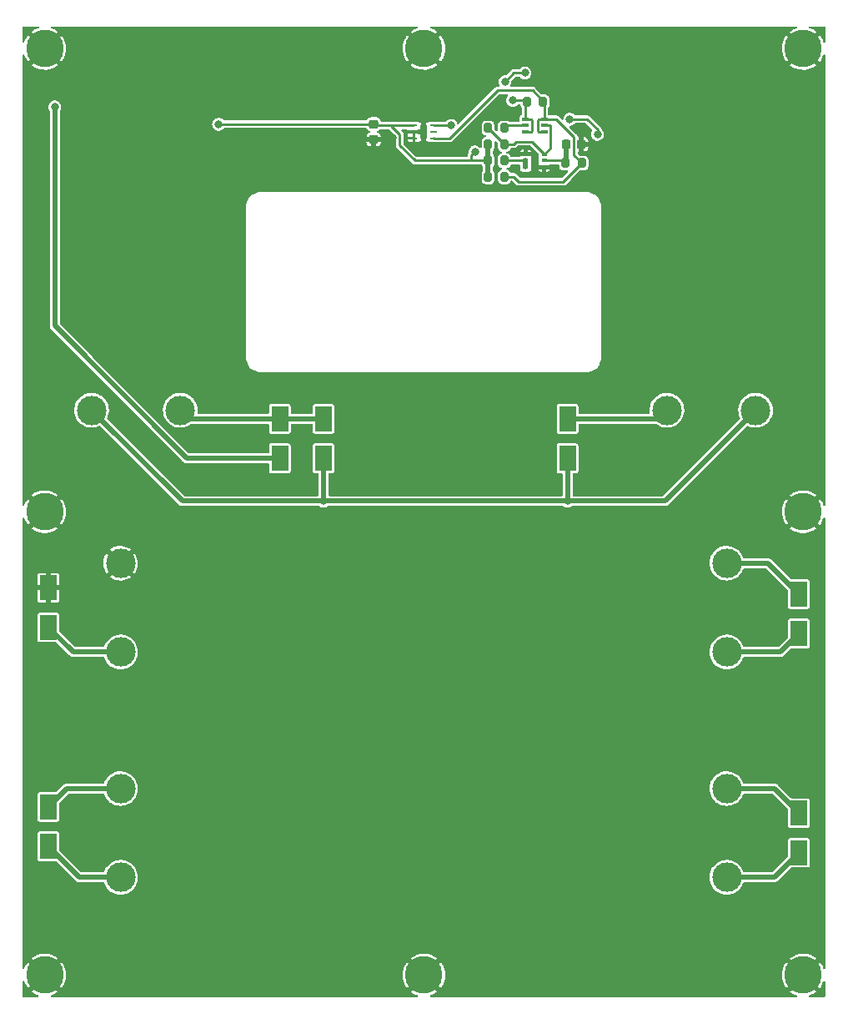
<source format=gtl>
%TF.GenerationSoftware,KiCad,Pcbnew,(6.0.5)*%
%TF.CreationDate,2022-07-09T16:24:38-07:00*%
%TF.ProjectId,solar-panel-side-X-minus,736f6c61-722d-4706-916e-656c2d736964,rev?*%
%TF.SameCoordinates,Original*%
%TF.FileFunction,Copper,L1,Top*%
%TF.FilePolarity,Positive*%
%FSLAX46Y46*%
G04 Gerber Fmt 4.6, Leading zero omitted, Abs format (unit mm)*
G04 Created by KiCad (PCBNEW (6.0.5)) date 2022-07-09 16:24:38*
%MOMM*%
%LPD*%
G01*
G04 APERTURE LIST*
G04 Aperture macros list*
%AMRoundRect*
0 Rectangle with rounded corners*
0 $1 Rounding radius*
0 $2 $3 $4 $5 $6 $7 $8 $9 X,Y pos of 4 corners*
0 Add a 4 corners polygon primitive as box body*
4,1,4,$2,$3,$4,$5,$6,$7,$8,$9,$2,$3,0*
0 Add four circle primitives for the rounded corners*
1,1,$1+$1,$2,$3*
1,1,$1+$1,$4,$5*
1,1,$1+$1,$6,$7*
1,1,$1+$1,$8,$9*
0 Add four rect primitives between the rounded corners*
20,1,$1+$1,$2,$3,$4,$5,0*
20,1,$1+$1,$4,$5,$6,$7,0*
20,1,$1+$1,$6,$7,$8,$9,0*
20,1,$1+$1,$8,$9,$2,$3,0*%
G04 Aperture macros list end*
%TA.AperFunction,SMDPad,CuDef*%
%ADD10R,1.700000X2.500000*%
%TD*%
%TA.AperFunction,ComponentPad*%
%ADD11C,3.000000*%
%TD*%
%TA.AperFunction,SMDPad,CuDef*%
%ADD12RoundRect,0.225000X-0.250000X0.225000X-0.250000X-0.225000X0.250000X-0.225000X0.250000X0.225000X0*%
%TD*%
%TA.AperFunction,SMDPad,CuDef*%
%ADD13R,0.740000X0.270000*%
%TD*%
%TA.AperFunction,SMDPad,CuDef*%
%ADD14R,0.650000X1.350000*%
%TD*%
%TA.AperFunction,ComponentPad*%
%ADD15C,2.600000*%
%TD*%
%TA.AperFunction,ConnectorPad*%
%ADD16C,3.800000*%
%TD*%
%TA.AperFunction,SMDPad,CuDef*%
%ADD17RoundRect,0.225000X-0.225000X-0.250000X0.225000X-0.250000X0.225000X0.250000X-0.225000X0.250000X0*%
%TD*%
%TA.AperFunction,SMDPad,CuDef*%
%ADD18R,0.650000X0.400000*%
%TD*%
%TA.AperFunction,SMDPad,CuDef*%
%ADD19R,0.600000X0.400000*%
%TD*%
%TA.AperFunction,SMDPad,CuDef*%
%ADD20RoundRect,0.200000X-0.200000X-0.275000X0.200000X-0.275000X0.200000X0.275000X-0.200000X0.275000X0*%
%TD*%
%TA.AperFunction,SMDPad,CuDef*%
%ADD21RoundRect,0.200000X0.200000X0.275000X-0.200000X0.275000X-0.200000X-0.275000X0.200000X-0.275000X0*%
%TD*%
%TA.AperFunction,ViaPad*%
%ADD22C,0.800000*%
%TD*%
%TA.AperFunction,Conductor*%
%ADD23C,0.500000*%
%TD*%
%TA.AperFunction,Conductor*%
%ADD24C,0.250000*%
%TD*%
G04 APERTURE END LIST*
D10*
X140970000Y-83725000D03*
X140970000Y-87725000D03*
X165735000Y-87725000D03*
X165735000Y-83725000D03*
X189230000Y-101505000D03*
X189230000Y-105505000D03*
X189230000Y-123730000D03*
X189230000Y-127730000D03*
X113030000Y-127095000D03*
X113030000Y-123095000D03*
X113030000Y-104870000D03*
X113030000Y-100870000D03*
X136525000Y-87725000D03*
X136525000Y-83725000D03*
D11*
X126420000Y-82850000D03*
X117420000Y-82850000D03*
X184840000Y-82850000D03*
X175840000Y-82850000D03*
X181910000Y-98370000D03*
X181910000Y-107370000D03*
X181910000Y-121230000D03*
X181910000Y-130230000D03*
X120350000Y-130230000D03*
X120350000Y-121230000D03*
X120350000Y-107370000D03*
X120350000Y-98370000D03*
D12*
X146050000Y-53835000D03*
X146050000Y-55385000D03*
D13*
X150135000Y-53960000D03*
X150135000Y-54610000D03*
X150135000Y-55260000D03*
X152125000Y-55260000D03*
X152125000Y-54610000D03*
X152125000Y-53960000D03*
D14*
X151130000Y-54610000D03*
D15*
X189660000Y-46150000D03*
D16*
X189660000Y-46150000D03*
D15*
X151160000Y-46150000D03*
D16*
X151160000Y-46150000D03*
X112660000Y-46150000D03*
D15*
X112660000Y-46150000D03*
X112660000Y-93150000D03*
D16*
X112660000Y-93150000D03*
D15*
X112660000Y-140150000D03*
D16*
X112660000Y-140150000D03*
X151160000Y-140150000D03*
D15*
X151160000Y-140150000D03*
X189660000Y-140150000D03*
D16*
X189660000Y-140150000D03*
X189660000Y-93150000D03*
D15*
X189660000Y-93150000D03*
D17*
X165595000Y-55880000D03*
X167145000Y-55880000D03*
D18*
X161483000Y-53325000D03*
X161483000Y-53975000D03*
X161483000Y-54625000D03*
X163383000Y-54625000D03*
X163383000Y-53975000D03*
X163383000Y-53325000D03*
D19*
X161483000Y-56881000D03*
X161483000Y-57531000D03*
X161483000Y-58181000D03*
X163383000Y-58181000D03*
X163383000Y-57531000D03*
X163383000Y-56881000D03*
D20*
X157671000Y-55880000D03*
X159321000Y-55880000D03*
X157671000Y-59182000D03*
X159321000Y-59182000D03*
D21*
X159321000Y-54229000D03*
X157671000Y-54229000D03*
D20*
X157671000Y-57531000D03*
X159321000Y-57531000D03*
D21*
X167195000Y-57785000D03*
X165545000Y-57785000D03*
X163258000Y-51562000D03*
X161608000Y-51562000D03*
D22*
X165735000Y-92075000D03*
X140970000Y-92075000D03*
X147955000Y-55245000D03*
X144145000Y-52578000D03*
X119634000Y-64389000D03*
X147955000Y-56515000D03*
X144145000Y-56515000D03*
X164338000Y-58864500D03*
X147955000Y-52578000D03*
X151130000Y-56134000D03*
X122809000Y-64389000D03*
X122809000Y-56515000D03*
X121285000Y-65024000D03*
X122809000Y-62611000D03*
X122809000Y-58166000D03*
X119634000Y-56515000D03*
X119634000Y-58293000D03*
X119634000Y-62484000D03*
X144145000Y-55245000D03*
X156337000Y-56642000D03*
X130315000Y-53835000D03*
X113665000Y-52070000D03*
X160165210Y-51416790D03*
X165974000Y-53325000D03*
X159385000Y-49530000D03*
X168783000Y-54864000D03*
X161417000Y-48641000D03*
X153924000Y-53975000D03*
D23*
X140970000Y-92075000D02*
X140970000Y-92075000D01*
X175755000Y-91935000D02*
X184840000Y-82850000D01*
X165735000Y-92075000D02*
X165735000Y-92075000D01*
X140970000Y-92075000D02*
X165735000Y-92075000D01*
X175615000Y-92075000D02*
X175755000Y-91935000D01*
X117420000Y-82850000D02*
X126645000Y-92075000D01*
X165735000Y-87725000D02*
X165735000Y-92075000D01*
X140970000Y-87725000D02*
X140970000Y-92075000D01*
X126645000Y-92075000D02*
X140970000Y-92075000D01*
X165735000Y-92075000D02*
X175615000Y-92075000D01*
X136525000Y-83725000D02*
X127295000Y-83725000D01*
X127295000Y-83725000D02*
X126420000Y-82850000D01*
X140970000Y-83725000D02*
X136525000Y-83725000D01*
X174965000Y-83725000D02*
X175840000Y-82850000D01*
X165735000Y-83725000D02*
X174965000Y-83725000D01*
X186095000Y-98370000D02*
X189230000Y-101505000D01*
X181910000Y-98370000D02*
X186095000Y-98370000D01*
X187365000Y-107370000D02*
X189230000Y-105505000D01*
X186730000Y-121230000D02*
X189230000Y-123730000D01*
X181910000Y-107370000D02*
X187365000Y-107370000D01*
X181910000Y-121230000D02*
X186730000Y-121230000D01*
X116165000Y-130230000D02*
X113030000Y-127095000D01*
X120350000Y-130230000D02*
X116165000Y-130230000D01*
X186730000Y-130230000D02*
X189230000Y-127730000D01*
X181910000Y-130230000D02*
X186730000Y-130230000D01*
X120350000Y-121230000D02*
X114895000Y-121230000D01*
X114895000Y-121230000D02*
X113030000Y-123095000D01*
X115530000Y-107370000D02*
X113030000Y-104870000D01*
X120350000Y-107370000D02*
X115530000Y-107370000D01*
D24*
X150135000Y-54610000D02*
X150135000Y-55260000D01*
X130315000Y-53835000D02*
X130315000Y-53835000D01*
X156337000Y-56642000D02*
X156337000Y-56642000D01*
D23*
X157671000Y-57531000D02*
X157671000Y-55880000D01*
D24*
X146175000Y-53960000D02*
X146050000Y-53835000D01*
X155956000Y-57023000D02*
X156210000Y-56769000D01*
D23*
X157671000Y-59182000D02*
X157671000Y-57531000D01*
D24*
X155956000Y-57531000D02*
X155956000Y-57023000D01*
X148680001Y-54827001D02*
X148680001Y-55970001D01*
X156210000Y-56769000D02*
X156337000Y-56642000D01*
X147843000Y-53960000D02*
X147335000Y-53960000D01*
X150241000Y-57531000D02*
X155956000Y-57531000D01*
X148680001Y-55970001D02*
X150241000Y-57531000D01*
X147335000Y-53960000D02*
X148067000Y-53960000D01*
X155956000Y-57531000D02*
X157671000Y-57531000D01*
X146050000Y-53835000D02*
X130315000Y-53835000D01*
X147335000Y-53960000D02*
X146175000Y-53960000D01*
X147843000Y-53990000D02*
X148680001Y-54827001D01*
X150135000Y-53960000D02*
X147843000Y-53960000D01*
X147843000Y-53960000D02*
X147843000Y-53990000D01*
D23*
X113665000Y-52070000D02*
X113665000Y-52070000D01*
X136525000Y-87725000D02*
X127095000Y-87725000D01*
X113665000Y-74295000D02*
X113665000Y-52070000D01*
X127095000Y-87725000D02*
X113665000Y-74295000D01*
D24*
X161483000Y-53325000D02*
X162058000Y-53325000D01*
X162058000Y-53325000D02*
X162133001Y-53400001D01*
X162133001Y-53400001D02*
X162133001Y-54549999D01*
X162133001Y-54549999D02*
X162058000Y-54625000D01*
X161483000Y-53325000D02*
X161483000Y-51687000D01*
X162058000Y-54625000D02*
X161483000Y-54625000D01*
X161462790Y-51416790D02*
X161608000Y-51562000D01*
X161483000Y-51687000D02*
X161608000Y-51562000D01*
X160165210Y-51416790D02*
X161462790Y-51416790D01*
X163383000Y-57531000D02*
X165291000Y-57531000D01*
D23*
X165595000Y-55880000D02*
X165595000Y-57735000D01*
X165595000Y-57735000D02*
X165545000Y-57785000D01*
D24*
X165291000Y-57531000D02*
X165545000Y-57785000D01*
X163383000Y-53325000D02*
X164577000Y-53325000D01*
X163383000Y-53325000D02*
X163383000Y-51687000D01*
X158623000Y-50419000D02*
X153782000Y-55260000D01*
X166370000Y-55118000D02*
X166370000Y-56960000D01*
X163383000Y-54625000D02*
X162808000Y-54625000D01*
X152140000Y-55245000D02*
X152125000Y-55260000D01*
X166370000Y-56960000D02*
X167195000Y-57785000D01*
X162179000Y-50419000D02*
X158623000Y-50419000D01*
X162808000Y-54625000D02*
X162732999Y-54549999D01*
X162808000Y-53325000D02*
X163383000Y-53325000D01*
X165798000Y-59182000D02*
X167195000Y-57785000D01*
X163258000Y-51562000D02*
X163258000Y-51498000D01*
X159321000Y-59182000D02*
X160274000Y-59182000D01*
X164577000Y-53325000D02*
X166370000Y-55118000D01*
X162732999Y-53400001D02*
X162808000Y-53325000D01*
X153782000Y-55260000D02*
X152125000Y-55260000D01*
X163258000Y-51498000D02*
X162179000Y-50419000D01*
X163383000Y-51687000D02*
X163258000Y-51562000D01*
X162732999Y-54549999D02*
X162732999Y-53400001D01*
X165290000Y-59690000D02*
X165798000Y-59182000D01*
X160274000Y-59182000D02*
X160782000Y-59690000D01*
X160782000Y-59690000D02*
X165290000Y-59690000D01*
X159575000Y-53975000D02*
X161483000Y-53975000D01*
X159321000Y-54229000D02*
X159575000Y-53975000D01*
X160528000Y-55626000D02*
X162128000Y-55626000D01*
X163958000Y-53975000D02*
X164033001Y-54050001D01*
X162128000Y-55626000D02*
X162382000Y-55880000D01*
X162382000Y-55880000D02*
X163383000Y-56881000D01*
X159321000Y-55880000D02*
X160274000Y-55880000D01*
X164033001Y-54050001D02*
X164033001Y-56230999D01*
X163383000Y-53975000D02*
X163958000Y-53975000D01*
X157671000Y-54229000D02*
X157671000Y-54230000D01*
X164033001Y-56230999D02*
X163383000Y-56881000D01*
X157671000Y-54230000D02*
X159321000Y-55880000D01*
X160274000Y-55880000D02*
X160528000Y-55626000D01*
X168783000Y-54864000D02*
X168783000Y-54864000D01*
X153924000Y-53975000D02*
X152140000Y-53975000D01*
X165974000Y-53325000D02*
X167752000Y-53325000D01*
X161417000Y-48641000D02*
X160274000Y-48641000D01*
X160274000Y-48641000D02*
X159385000Y-49530000D01*
X168783000Y-54356000D02*
X168783000Y-54864000D01*
X167752000Y-53325000D02*
X168783000Y-54356000D01*
X152140000Y-53975000D02*
X152125000Y-53960000D01*
X161483000Y-57531000D02*
X159321000Y-57531000D01*
D23*
X161483000Y-57531000D02*
X161483000Y-58181000D01*
%TA.AperFunction,Conductor*%
G36*
X112015179Y-43923713D02*
G01*
X112051724Y-43974013D01*
X112051724Y-44036187D01*
X112015179Y-44086487D01*
X111982594Y-44102134D01*
X111953274Y-44110155D01*
X111946813Y-44112405D01*
X111682973Y-44224943D01*
X111676876Y-44228050D01*
X111430751Y-44375353D01*
X111425137Y-44379254D01*
X111339484Y-44447875D01*
X111332041Y-44459205D01*
X111332154Y-44461591D01*
X111334619Y-44465409D01*
X112648732Y-45779522D01*
X112660811Y-45785677D01*
X112665923Y-45784867D01*
X113981900Y-44468890D01*
X113988055Y-44456811D01*
X113987637Y-44454173D01*
X113985087Y-44451008D01*
X113913338Y-44392282D01*
X113907769Y-44388324D01*
X113663190Y-44238446D01*
X113657137Y-44235281D01*
X113394479Y-44119982D01*
X113388051Y-44117668D01*
X113332523Y-44101851D01*
X113280918Y-44067174D01*
X113259551Y-44008787D01*
X113276584Y-43948991D01*
X113325511Y-43910627D01*
X113360083Y-43904500D01*
X150456048Y-43904500D01*
X150515179Y-43923713D01*
X150551724Y-43974013D01*
X150551724Y-44036187D01*
X150515179Y-44086487D01*
X150482594Y-44102134D01*
X150453274Y-44110155D01*
X150446813Y-44112405D01*
X150182973Y-44224943D01*
X150176876Y-44228050D01*
X149930751Y-44375353D01*
X149925137Y-44379254D01*
X149839484Y-44447875D01*
X149832041Y-44459205D01*
X149832154Y-44461591D01*
X149834619Y-44465409D01*
X151148732Y-45779522D01*
X151160811Y-45785677D01*
X151165923Y-45784867D01*
X152481900Y-44468890D01*
X152488055Y-44456811D01*
X152487637Y-44454173D01*
X152485087Y-44451008D01*
X152413338Y-44392282D01*
X152407769Y-44388324D01*
X152163190Y-44238446D01*
X152157137Y-44235281D01*
X151894479Y-44119982D01*
X151888051Y-44117668D01*
X151832523Y-44101851D01*
X151780918Y-44067174D01*
X151759551Y-44008787D01*
X151776584Y-43948991D01*
X151825511Y-43910627D01*
X151860083Y-43904500D01*
X188956048Y-43904500D01*
X189015179Y-43923713D01*
X189051724Y-43974013D01*
X189051724Y-44036187D01*
X189015179Y-44086487D01*
X188982594Y-44102134D01*
X188953274Y-44110155D01*
X188946813Y-44112405D01*
X188682973Y-44224943D01*
X188676876Y-44228050D01*
X188430751Y-44375353D01*
X188425137Y-44379254D01*
X188339484Y-44447875D01*
X188332041Y-44459205D01*
X188332154Y-44461591D01*
X188334619Y-44465409D01*
X189648732Y-45779522D01*
X189660811Y-45785677D01*
X189665923Y-45784867D01*
X190981900Y-44468890D01*
X190988055Y-44456811D01*
X190987637Y-44454173D01*
X190985087Y-44451008D01*
X190913338Y-44392282D01*
X190907769Y-44388324D01*
X190663190Y-44238446D01*
X190657137Y-44235281D01*
X190394479Y-44119982D01*
X190388051Y-44117668D01*
X190332523Y-44101851D01*
X190280918Y-44067174D01*
X190259551Y-44008787D01*
X190276584Y-43948991D01*
X190325511Y-43910627D01*
X190360083Y-43904500D01*
X191804900Y-43904500D01*
X191864031Y-43923713D01*
X191900576Y-43974013D01*
X191905500Y-44005100D01*
X191905500Y-45452704D01*
X191886287Y-45511835D01*
X191835987Y-45548380D01*
X191773813Y-45548380D01*
X191723513Y-45511835D01*
X191710070Y-45486285D01*
X191642604Y-45295767D01*
X191639894Y-45289506D01*
X191508333Y-45034610D01*
X191504788Y-45028757D01*
X191363576Y-44827832D01*
X191352738Y-44819694D01*
X191352049Y-44819684D01*
X191345711Y-44823499D01*
X190030478Y-46138732D01*
X190024323Y-46150811D01*
X190025133Y-46155923D01*
X191341714Y-47472504D01*
X191353793Y-47478659D01*
X191355034Y-47478462D01*
X191359951Y-47474285D01*
X191480907Y-47309624D01*
X191484564Y-47303862D01*
X191621434Y-47051779D01*
X191624283Y-47045556D01*
X191710794Y-46816610D01*
X191749668Y-46768087D01*
X191809639Y-46751681D01*
X191867799Y-46773658D01*
X191901934Y-46825623D01*
X191905500Y-46852169D01*
X191905500Y-92452704D01*
X191886287Y-92511835D01*
X191835987Y-92548380D01*
X191773813Y-92548380D01*
X191723513Y-92511835D01*
X191710070Y-92486285D01*
X191642604Y-92295767D01*
X191639894Y-92289506D01*
X191508333Y-92034610D01*
X191504788Y-92028757D01*
X191363576Y-91827832D01*
X191352738Y-91819694D01*
X191352049Y-91819684D01*
X191345711Y-91823499D01*
X190030478Y-93138732D01*
X190024323Y-93150811D01*
X190025133Y-93155923D01*
X191341714Y-94472504D01*
X191353793Y-94478659D01*
X191355034Y-94478462D01*
X191359951Y-94474285D01*
X191480907Y-94309624D01*
X191484564Y-94303862D01*
X191621434Y-94051779D01*
X191624283Y-94045556D01*
X191710794Y-93816610D01*
X191749668Y-93768087D01*
X191809639Y-93751681D01*
X191867799Y-93773658D01*
X191901934Y-93825623D01*
X191905500Y-93852169D01*
X191905500Y-139452704D01*
X191886287Y-139511835D01*
X191835987Y-139548380D01*
X191773813Y-139548380D01*
X191723513Y-139511835D01*
X191710070Y-139486285D01*
X191642604Y-139295767D01*
X191639894Y-139289506D01*
X191508333Y-139034610D01*
X191504788Y-139028757D01*
X191363576Y-138827832D01*
X191352738Y-138819694D01*
X191352049Y-138819684D01*
X191345711Y-138823499D01*
X190030478Y-140138732D01*
X190024323Y-140150811D01*
X190025133Y-140155923D01*
X191341714Y-141472504D01*
X191353793Y-141478659D01*
X191355034Y-141478462D01*
X191359951Y-141474285D01*
X191480907Y-141309624D01*
X191484564Y-141303862D01*
X191621434Y-141051779D01*
X191624283Y-141045556D01*
X191710794Y-140816610D01*
X191749668Y-140768087D01*
X191809639Y-140751681D01*
X191867799Y-140773658D01*
X191901934Y-140825623D01*
X191905500Y-140852169D01*
X191905500Y-142294900D01*
X191886287Y-142354031D01*
X191835987Y-142390576D01*
X191804900Y-142395500D01*
X190369102Y-142395500D01*
X190309971Y-142376287D01*
X190273426Y-142325987D01*
X190273426Y-142263813D01*
X190309971Y-142213513D01*
X190342105Y-142198289D01*
X190342084Y-142198225D01*
X190342622Y-142198044D01*
X190343576Y-142197592D01*
X190345339Y-142197129D01*
X190351808Y-142194952D01*
X190616813Y-142085184D01*
X190622941Y-142082142D01*
X190870595Y-141937425D01*
X190876255Y-141933579D01*
X190980366Y-141851945D01*
X190987925Y-141840695D01*
X190987848Y-141838590D01*
X190985146Y-141834356D01*
X189671268Y-140520478D01*
X189659189Y-140514323D01*
X189654077Y-140515133D01*
X188337717Y-141831493D01*
X188331562Y-141843572D01*
X188332024Y-141846489D01*
X188334254Y-141849287D01*
X188388323Y-141894496D01*
X188393858Y-141898517D01*
X188636842Y-142050941D01*
X188642870Y-142054173D01*
X188904305Y-142172216D01*
X188910701Y-142174595D01*
X188991213Y-142198443D01*
X189042452Y-142233658D01*
X189063207Y-142292266D01*
X189045548Y-142351880D01*
X188996222Y-142389730D01*
X188962641Y-142395500D01*
X151869102Y-142395500D01*
X151809971Y-142376287D01*
X151773426Y-142325987D01*
X151773426Y-142263813D01*
X151809971Y-142213513D01*
X151842105Y-142198289D01*
X151842084Y-142198225D01*
X151842622Y-142198044D01*
X151843576Y-142197592D01*
X151845339Y-142197129D01*
X151851808Y-142194952D01*
X152116813Y-142085184D01*
X152122941Y-142082142D01*
X152370595Y-141937425D01*
X152376255Y-141933579D01*
X152480366Y-141851945D01*
X152487925Y-141840695D01*
X152487848Y-141838590D01*
X152485146Y-141834356D01*
X151171268Y-140520478D01*
X151159189Y-140514323D01*
X151154077Y-140515133D01*
X149837717Y-141831493D01*
X149831562Y-141843572D01*
X149832024Y-141846489D01*
X149834254Y-141849287D01*
X149888323Y-141894496D01*
X149893858Y-141898517D01*
X150136842Y-142050941D01*
X150142870Y-142054173D01*
X150404305Y-142172216D01*
X150410701Y-142174595D01*
X150491213Y-142198443D01*
X150542452Y-142233658D01*
X150563207Y-142292266D01*
X150545548Y-142351880D01*
X150496222Y-142389730D01*
X150462641Y-142395500D01*
X113369102Y-142395500D01*
X113309971Y-142376287D01*
X113273426Y-142325987D01*
X113273426Y-142263813D01*
X113309971Y-142213513D01*
X113342105Y-142198289D01*
X113342084Y-142198225D01*
X113342622Y-142198044D01*
X113343576Y-142197592D01*
X113345339Y-142197129D01*
X113351808Y-142194952D01*
X113616813Y-142085184D01*
X113622941Y-142082142D01*
X113870595Y-141937425D01*
X113876255Y-141933579D01*
X113980366Y-141851945D01*
X113987925Y-141840695D01*
X113987848Y-141838590D01*
X113985146Y-141834356D01*
X112671268Y-140520478D01*
X112659189Y-140514323D01*
X112654077Y-140515133D01*
X111337717Y-141831493D01*
X111331562Y-141843572D01*
X111332024Y-141846489D01*
X111334254Y-141849287D01*
X111388323Y-141894496D01*
X111393858Y-141898517D01*
X111636842Y-142050941D01*
X111642870Y-142054173D01*
X111904305Y-142172216D01*
X111910701Y-142174595D01*
X111991213Y-142198443D01*
X112042452Y-142233658D01*
X112063207Y-142292266D01*
X112045548Y-142351880D01*
X111996222Y-142389730D01*
X111962641Y-142395500D01*
X110515100Y-142395500D01*
X110455969Y-142376287D01*
X110419424Y-142325987D01*
X110414500Y-142294900D01*
X110414500Y-140845779D01*
X110433713Y-140786648D01*
X110484013Y-140750103D01*
X110546187Y-140750103D01*
X110596487Y-140786648D01*
X110610276Y-140813193D01*
X110668558Y-140983420D01*
X110671204Y-140989715D01*
X110800092Y-141245979D01*
X110803570Y-141251860D01*
X110955587Y-141473046D01*
X110966340Y-141481297D01*
X110966743Y-141481308D01*
X110973505Y-141477285D01*
X112289522Y-140161268D01*
X112294850Y-140150811D01*
X113024323Y-140150811D01*
X113025133Y-140155923D01*
X114341714Y-141472504D01*
X114353793Y-141478659D01*
X114355034Y-141478462D01*
X114359951Y-141474285D01*
X114480907Y-141309624D01*
X114484564Y-141303862D01*
X114621434Y-141051779D01*
X114624283Y-141045556D01*
X114725672Y-140777238D01*
X114727650Y-140770685D01*
X114791689Y-140491080D01*
X114792756Y-140484342D01*
X114818383Y-140197182D01*
X114818580Y-140193232D01*
X114819012Y-140151974D01*
X114818899Y-140148036D01*
X114817725Y-140130819D01*
X149001283Y-140130819D01*
X149017795Y-140417176D01*
X149018652Y-140423962D01*
X149073874Y-140705433D01*
X149075646Y-140712046D01*
X149168558Y-140983420D01*
X149171204Y-140989715D01*
X149300092Y-141245979D01*
X149303570Y-141251860D01*
X149455587Y-141473046D01*
X149466340Y-141481297D01*
X149466743Y-141481308D01*
X149473505Y-141477285D01*
X150789522Y-140161268D01*
X150794850Y-140150811D01*
X151524323Y-140150811D01*
X151525133Y-140155923D01*
X152841714Y-141472504D01*
X152853793Y-141478659D01*
X152855034Y-141478462D01*
X152859951Y-141474285D01*
X152980907Y-141309624D01*
X152984564Y-141303862D01*
X153121434Y-141051779D01*
X153124283Y-141045556D01*
X153225672Y-140777238D01*
X153227650Y-140770685D01*
X153291689Y-140491080D01*
X153292756Y-140484342D01*
X153318383Y-140197182D01*
X153318580Y-140193232D01*
X153319012Y-140151974D01*
X153318899Y-140148036D01*
X153317725Y-140130819D01*
X187501283Y-140130819D01*
X187517795Y-140417176D01*
X187518652Y-140423962D01*
X187573874Y-140705433D01*
X187575646Y-140712046D01*
X187668558Y-140983420D01*
X187671204Y-140989715D01*
X187800092Y-141245979D01*
X187803570Y-141251860D01*
X187955587Y-141473046D01*
X187966340Y-141481297D01*
X187966743Y-141481308D01*
X187973505Y-141477285D01*
X189289522Y-140161268D01*
X189295677Y-140149189D01*
X189294867Y-140144077D01*
X187977656Y-138826866D01*
X187965577Y-138820711D01*
X187964618Y-138820863D01*
X187959362Y-138825376D01*
X187827050Y-139009507D01*
X187823453Y-139015308D01*
X187689224Y-139268823D01*
X187686450Y-139275052D01*
X187587870Y-139544435D01*
X187585965Y-139550991D01*
X187524857Y-139831258D01*
X187523859Y-139838015D01*
X187501354Y-140123970D01*
X187501283Y-140130819D01*
X153317725Y-140130819D01*
X153299289Y-139860396D01*
X153298364Y-139853640D01*
X153240196Y-139572752D01*
X153238355Y-139566161D01*
X153142604Y-139295767D01*
X153139894Y-139289506D01*
X153008333Y-139034610D01*
X153004788Y-139028757D01*
X152863576Y-138827832D01*
X152852738Y-138819694D01*
X152852049Y-138819684D01*
X152845711Y-138823499D01*
X151530478Y-140138732D01*
X151524323Y-140150811D01*
X150794850Y-140150811D01*
X150795677Y-140149189D01*
X150794867Y-140144077D01*
X149477656Y-138826866D01*
X149465577Y-138820711D01*
X149464618Y-138820863D01*
X149459362Y-138825376D01*
X149327050Y-139009507D01*
X149323453Y-139015308D01*
X149189224Y-139268823D01*
X149186450Y-139275052D01*
X149087870Y-139544435D01*
X149085965Y-139550991D01*
X149024857Y-139831258D01*
X149023859Y-139838015D01*
X149001354Y-140123970D01*
X149001283Y-140130819D01*
X114817725Y-140130819D01*
X114799289Y-139860396D01*
X114798364Y-139853640D01*
X114740196Y-139572752D01*
X114738355Y-139566161D01*
X114642604Y-139295767D01*
X114639894Y-139289506D01*
X114508333Y-139034610D01*
X114504788Y-139028757D01*
X114363576Y-138827832D01*
X114352738Y-138819694D01*
X114352049Y-138819684D01*
X114345711Y-138823499D01*
X113030478Y-140138732D01*
X113024323Y-140150811D01*
X112294850Y-140150811D01*
X112295677Y-140149189D01*
X112294867Y-140144077D01*
X110977656Y-138826866D01*
X110965577Y-138820711D01*
X110964618Y-138820863D01*
X110959362Y-138825376D01*
X110827050Y-139009507D01*
X110823453Y-139015308D01*
X110689224Y-139268823D01*
X110686450Y-139275052D01*
X110609573Y-139485129D01*
X110571209Y-139534056D01*
X110511414Y-139551089D01*
X110453026Y-139529723D01*
X110418349Y-139478117D01*
X110414500Y-139450557D01*
X110414500Y-138459205D01*
X111332041Y-138459205D01*
X111332154Y-138461591D01*
X111334619Y-138465409D01*
X112648732Y-139779522D01*
X112660811Y-139785677D01*
X112665923Y-139784867D01*
X113981900Y-138468890D01*
X113986835Y-138459205D01*
X149832041Y-138459205D01*
X149832154Y-138461591D01*
X149834619Y-138465409D01*
X151148732Y-139779522D01*
X151160811Y-139785677D01*
X151165923Y-139784867D01*
X152481900Y-138468890D01*
X152486835Y-138459205D01*
X188332041Y-138459205D01*
X188332154Y-138461591D01*
X188334619Y-138465409D01*
X189648732Y-139779522D01*
X189660811Y-139785677D01*
X189665923Y-139784867D01*
X190981900Y-138468890D01*
X190988055Y-138456811D01*
X190987637Y-138454173D01*
X190985087Y-138451008D01*
X190913338Y-138392282D01*
X190907769Y-138388324D01*
X190663190Y-138238446D01*
X190657137Y-138235281D01*
X190394479Y-138119982D01*
X190388051Y-138117668D01*
X190112188Y-138039087D01*
X190105491Y-138037663D01*
X189821511Y-137997247D01*
X189814709Y-137996747D01*
X189527853Y-137995245D01*
X189521037Y-137995674D01*
X189236650Y-138033115D01*
X189229944Y-138034467D01*
X188953274Y-138110155D01*
X188946813Y-138112405D01*
X188682973Y-138224943D01*
X188676876Y-138228050D01*
X188430751Y-138375353D01*
X188425137Y-138379254D01*
X188339484Y-138447875D01*
X188332041Y-138459205D01*
X152486835Y-138459205D01*
X152488055Y-138456811D01*
X152487637Y-138454173D01*
X152485087Y-138451008D01*
X152413338Y-138392282D01*
X152407769Y-138388324D01*
X152163190Y-138238446D01*
X152157137Y-138235281D01*
X151894479Y-138119982D01*
X151888051Y-138117668D01*
X151612188Y-138039087D01*
X151605491Y-138037663D01*
X151321511Y-137997247D01*
X151314709Y-137996747D01*
X151027853Y-137995245D01*
X151021037Y-137995674D01*
X150736650Y-138033115D01*
X150729944Y-138034467D01*
X150453274Y-138110155D01*
X150446813Y-138112405D01*
X150182973Y-138224943D01*
X150176876Y-138228050D01*
X149930751Y-138375353D01*
X149925137Y-138379254D01*
X149839484Y-138447875D01*
X149832041Y-138459205D01*
X113986835Y-138459205D01*
X113988055Y-138456811D01*
X113987637Y-138454173D01*
X113985087Y-138451008D01*
X113913338Y-138392282D01*
X113907769Y-138388324D01*
X113663190Y-138238446D01*
X113657137Y-138235281D01*
X113394479Y-138119982D01*
X113388051Y-138117668D01*
X113112188Y-138039087D01*
X113105491Y-138037663D01*
X112821511Y-137997247D01*
X112814709Y-137996747D01*
X112527853Y-137995245D01*
X112521037Y-137995674D01*
X112236650Y-138033115D01*
X112229944Y-138034467D01*
X111953274Y-138110155D01*
X111946813Y-138112405D01*
X111682973Y-138224943D01*
X111676876Y-138228050D01*
X111430751Y-138375353D01*
X111425137Y-138379254D01*
X111339484Y-138447875D01*
X111332041Y-138459205D01*
X110414500Y-138459205D01*
X110414500Y-125819933D01*
X111925500Y-125819933D01*
X111925501Y-128370066D01*
X111940266Y-128444301D01*
X111996516Y-128528484D01*
X112080699Y-128584734D01*
X112129239Y-128594389D01*
X112150081Y-128598535D01*
X112150082Y-128598535D01*
X112154933Y-128599500D01*
X112331739Y-128599500D01*
X113779358Y-128599499D01*
X113838489Y-128618712D01*
X113850493Y-128628964D01*
X115760330Y-130538800D01*
X115768356Y-130548844D01*
X115768384Y-130548820D01*
X115773027Y-130554276D01*
X115776853Y-130560339D01*
X115817449Y-130596192D01*
X115821990Y-130600460D01*
X115833881Y-130612351D01*
X115836739Y-130614493D01*
X115836746Y-130614499D01*
X115842962Y-130619157D01*
X115849222Y-130624253D01*
X115885170Y-130656001D01*
X115891656Y-130659046D01*
X115891665Y-130659052D01*
X115894456Y-130660362D01*
X115912033Y-130670923D01*
X115920236Y-130677071D01*
X115926946Y-130679587D01*
X115926947Y-130679587D01*
X115965140Y-130693905D01*
X115972580Y-130697040D01*
X116015982Y-130717417D01*
X116026113Y-130718995D01*
X116045941Y-130724197D01*
X116048838Y-130725283D01*
X116048844Y-130725284D01*
X116055552Y-130727799D01*
X116103372Y-130731352D01*
X116111396Y-130732273D01*
X116125697Y-130734500D01*
X116142003Y-130734500D01*
X116149458Y-130734777D01*
X116192517Y-130737977D01*
X116192519Y-130737977D01*
X116199667Y-130738508D01*
X116208058Y-130736717D01*
X116229058Y-130734500D01*
X118596121Y-130734500D01*
X118655252Y-130753713D01*
X118690803Y-130801105D01*
X118742690Y-130945621D01*
X118866120Y-131175336D01*
X118868350Y-131178322D01*
X118868353Y-131178327D01*
X118952980Y-131291655D01*
X119022149Y-131384283D01*
X119207348Y-131567873D01*
X119320701Y-131650987D01*
X119414641Y-131719868D01*
X119414646Y-131719871D01*
X119417649Y-131722073D01*
X119420947Y-131723808D01*
X119645127Y-131841755D01*
X119645131Y-131841757D01*
X119648433Y-131843494D01*
X119651960Y-131844726D01*
X119651963Y-131844727D01*
X119891101Y-131928237D01*
X119894629Y-131929469D01*
X120150828Y-131978110D01*
X120154557Y-131978256D01*
X120154561Y-131978257D01*
X120320618Y-131984781D01*
X120411403Y-131988348D01*
X120504885Y-131978110D01*
X120666916Y-131960365D01*
X120666921Y-131960364D01*
X120670629Y-131959958D01*
X120791114Y-131928237D01*
X120919204Y-131894514D01*
X120919208Y-131894512D01*
X120922811Y-131893564D01*
X121162410Y-131790625D01*
X121384161Y-131653401D01*
X121583194Y-131484907D01*
X121669138Y-131386906D01*
X121752671Y-131291655D01*
X121752673Y-131291653D01*
X121755135Y-131288845D01*
X121757153Y-131285707D01*
X121757158Y-131285701D01*
X121894183Y-131072672D01*
X121894186Y-131072667D01*
X121896208Y-131069523D01*
X121897743Y-131066116D01*
X121897746Y-131066110D01*
X122001780Y-130835163D01*
X122001781Y-130835160D01*
X122003314Y-130831757D01*
X122062169Y-130623072D01*
X122073086Y-130584365D01*
X122073087Y-130584361D01*
X122074099Y-130580772D01*
X122074570Y-130577071D01*
X122106691Y-130324582D01*
X122106691Y-130324579D01*
X122107009Y-130322081D01*
X122109420Y-130230000D01*
X122105997Y-130183944D01*
X180151183Y-130183944D01*
X180163694Y-130444419D01*
X180214569Y-130700185D01*
X180215831Y-130703700D01*
X180228163Y-130738046D01*
X180302690Y-130945621D01*
X180426120Y-131175336D01*
X180428350Y-131178322D01*
X180428353Y-131178327D01*
X180512980Y-131291655D01*
X180582149Y-131384283D01*
X180767348Y-131567873D01*
X180880701Y-131650987D01*
X180974641Y-131719868D01*
X180974646Y-131719871D01*
X180977649Y-131722073D01*
X180980947Y-131723808D01*
X181205127Y-131841755D01*
X181205131Y-131841757D01*
X181208433Y-131843494D01*
X181211960Y-131844726D01*
X181211963Y-131844727D01*
X181451101Y-131928237D01*
X181454629Y-131929469D01*
X181710828Y-131978110D01*
X181714557Y-131978256D01*
X181714561Y-131978257D01*
X181880618Y-131984781D01*
X181971403Y-131988348D01*
X182064885Y-131978110D01*
X182226916Y-131960365D01*
X182226921Y-131960364D01*
X182230629Y-131959958D01*
X182351114Y-131928237D01*
X182479204Y-131894514D01*
X182479208Y-131894512D01*
X182482811Y-131893564D01*
X182722410Y-131790625D01*
X182944161Y-131653401D01*
X183143194Y-131484907D01*
X183229138Y-131386906D01*
X183312671Y-131291655D01*
X183312673Y-131291653D01*
X183315135Y-131288845D01*
X183317153Y-131285707D01*
X183317158Y-131285701D01*
X183454183Y-131072672D01*
X183454186Y-131072667D01*
X183456208Y-131069523D01*
X183457743Y-131066116D01*
X183457746Y-131066110D01*
X183561780Y-130835163D01*
X183561781Y-130835160D01*
X183563314Y-130831757D01*
X183570073Y-130807793D01*
X183604612Y-130756098D01*
X183666895Y-130734500D01*
X186662215Y-130734500D01*
X186674989Y-130735927D01*
X186674992Y-130735889D01*
X186682130Y-130736463D01*
X186689124Y-130738046D01*
X186743172Y-130734693D01*
X186749401Y-130734500D01*
X186766226Y-130734500D01*
X186769764Y-130733993D01*
X186769781Y-130733992D01*
X186777475Y-130732890D01*
X186785504Y-130732067D01*
X186826204Y-130729542D01*
X186826205Y-130729542D01*
X186833359Y-130729098D01*
X186843010Y-130725614D01*
X186862901Y-130720655D01*
X186865962Y-130720217D01*
X186865965Y-130720216D01*
X186873052Y-130719201D01*
X186879572Y-130716237D01*
X186879574Y-130716236D01*
X186916701Y-130699356D01*
X186924178Y-130696312D01*
X186942754Y-130689606D01*
X186969284Y-130680028D01*
X186977564Y-130673979D01*
X186995267Y-130663634D01*
X186998080Y-130662355D01*
X186998082Y-130662354D01*
X187004605Y-130659388D01*
X187040939Y-130628080D01*
X187047247Y-130623072D01*
X187055810Y-130616817D01*
X187055814Y-130616813D01*
X187058944Y-130614527D01*
X187070477Y-130602994D01*
X187075944Y-130597918D01*
X187108655Y-130569733D01*
X187108658Y-130569730D01*
X187114082Y-130565056D01*
X187117981Y-130559041D01*
X187118748Y-130557858D01*
X187132030Y-130541441D01*
X188409506Y-129263965D01*
X188464904Y-129235739D01*
X188480641Y-129234500D01*
X189928547Y-129234499D01*
X190105066Y-129234499D01*
X190140548Y-129227442D01*
X190169584Y-129221667D01*
X190169586Y-129221666D01*
X190179301Y-129219734D01*
X190263484Y-129163484D01*
X190319734Y-129079301D01*
X190334500Y-129005067D01*
X190334499Y-126454934D01*
X190319734Y-126380699D01*
X190314230Y-126372461D01*
X190268988Y-126304753D01*
X190263484Y-126296516D01*
X190179301Y-126240266D01*
X190130761Y-126230611D01*
X190109919Y-126226465D01*
X190109918Y-126226465D01*
X190105067Y-126225500D01*
X190100120Y-126225500D01*
X189229204Y-126225501D01*
X188354934Y-126225501D01*
X188319452Y-126232558D01*
X188290416Y-126238333D01*
X188290414Y-126238334D01*
X188280699Y-126240266D01*
X188196516Y-126296516D01*
X188140266Y-126380699D01*
X188125500Y-126454933D01*
X188125500Y-126459880D01*
X188125501Y-128079358D01*
X188106288Y-128138489D01*
X188096036Y-128150493D01*
X186550494Y-129696035D01*
X186495096Y-129724261D01*
X186479359Y-129725500D01*
X183665212Y-129725500D01*
X183606081Y-129706287D01*
X183571452Y-129661361D01*
X183499381Y-129476032D01*
X183498027Y-129472550D01*
X183368625Y-129246145D01*
X183207180Y-129041353D01*
X183171517Y-129007804D01*
X183019957Y-128865231D01*
X183017239Y-128862674D01*
X183014182Y-128860554D01*
X183014178Y-128860550D01*
X182900977Y-128782020D01*
X182802973Y-128714032D01*
X182569090Y-128598694D01*
X182565538Y-128597557D01*
X182565533Y-128597555D01*
X182444909Y-128558944D01*
X182320728Y-128519193D01*
X182063344Y-128477275D01*
X182059602Y-128477226D01*
X182030905Y-128476850D01*
X181802590Y-128473862D01*
X181692620Y-128488828D01*
X181547898Y-128508524D01*
X181547896Y-128508524D01*
X181544196Y-128509028D01*
X181540613Y-128510072D01*
X181540610Y-128510073D01*
X181458561Y-128533988D01*
X181293838Y-128582000D01*
X181290456Y-128583559D01*
X181290451Y-128583561D01*
X181133314Y-128656003D01*
X181057016Y-128691177D01*
X181053895Y-128693223D01*
X181053890Y-128693226D01*
X180898459Y-128795131D01*
X180838933Y-128834158D01*
X180644379Y-129007804D01*
X180641987Y-129010680D01*
X180480016Y-129205429D01*
X180480011Y-129205436D01*
X180477629Y-129208300D01*
X180475692Y-129211492D01*
X180456443Y-129243214D01*
X180342345Y-129431240D01*
X180241500Y-129671728D01*
X180177310Y-129924480D01*
X180176936Y-129928191D01*
X180176936Y-129928193D01*
X180173100Y-129966293D01*
X180151183Y-130183944D01*
X122105997Y-130183944D01*
X122090094Y-129969941D01*
X122080648Y-129928193D01*
X122033367Y-129719240D01*
X122033366Y-129719237D01*
X122032542Y-129715595D01*
X122031192Y-129712122D01*
X122031189Y-129712114D01*
X121939381Y-129476032D01*
X121938027Y-129472550D01*
X121808625Y-129246145D01*
X121647180Y-129041353D01*
X121611517Y-129007804D01*
X121459957Y-128865231D01*
X121457239Y-128862674D01*
X121454182Y-128860554D01*
X121454178Y-128860550D01*
X121340977Y-128782020D01*
X121242973Y-128714032D01*
X121009090Y-128598694D01*
X121005538Y-128597557D01*
X121005533Y-128597555D01*
X120884909Y-128558944D01*
X120760728Y-128519193D01*
X120503344Y-128477275D01*
X120499602Y-128477226D01*
X120470905Y-128476850D01*
X120242590Y-128473862D01*
X120132620Y-128488828D01*
X119987898Y-128508524D01*
X119987896Y-128508524D01*
X119984196Y-128509028D01*
X119980613Y-128510072D01*
X119980610Y-128510073D01*
X119898561Y-128533988D01*
X119733838Y-128582000D01*
X119730456Y-128583559D01*
X119730451Y-128583561D01*
X119573314Y-128656003D01*
X119497016Y-128691177D01*
X119493895Y-128693223D01*
X119493890Y-128693226D01*
X119338459Y-128795131D01*
X119278933Y-128834158D01*
X119084379Y-129007804D01*
X119081987Y-129010680D01*
X118920016Y-129205429D01*
X118920011Y-129205436D01*
X118917629Y-129208300D01*
X118915692Y-129211492D01*
X118896443Y-129243214D01*
X118782345Y-129431240D01*
X118780900Y-129434686D01*
X118684823Y-129663803D01*
X118644239Y-129710904D01*
X118592050Y-129725500D01*
X116415641Y-129725500D01*
X116356510Y-129706287D01*
X116344506Y-129696035D01*
X114163965Y-127515494D01*
X114135739Y-127460096D01*
X114134500Y-127444359D01*
X114134499Y-125824872D01*
X114134499Y-125819934D01*
X114119734Y-125745699D01*
X114114230Y-125737461D01*
X114068988Y-125669753D01*
X114063484Y-125661516D01*
X113979301Y-125605266D01*
X113930761Y-125595611D01*
X113909919Y-125591465D01*
X113909918Y-125591465D01*
X113905067Y-125590500D01*
X113900120Y-125590500D01*
X113029204Y-125590501D01*
X112154934Y-125590501D01*
X112119452Y-125597558D01*
X112090416Y-125603333D01*
X112090414Y-125603334D01*
X112080699Y-125605266D01*
X111996516Y-125661516D01*
X111940266Y-125745699D01*
X111925500Y-125819933D01*
X110414500Y-125819933D01*
X110414500Y-121819933D01*
X111925500Y-121819933D01*
X111925501Y-124370066D01*
X111940266Y-124444301D01*
X111945769Y-124452536D01*
X111945769Y-124452537D01*
X111991012Y-124520247D01*
X111996516Y-124528484D01*
X112080699Y-124584734D01*
X112129239Y-124594389D01*
X112150081Y-124598535D01*
X112150082Y-124598535D01*
X112154933Y-124599500D01*
X112159880Y-124599500D01*
X113030796Y-124599499D01*
X113905066Y-124599499D01*
X113940548Y-124592442D01*
X113969584Y-124586667D01*
X113969586Y-124586666D01*
X113979301Y-124584734D01*
X114063484Y-124528484D01*
X114119734Y-124444301D01*
X114134500Y-124370067D01*
X114134499Y-122745642D01*
X114153712Y-122686511D01*
X114163964Y-122674507D01*
X115074506Y-121763965D01*
X115129904Y-121735739D01*
X115145641Y-121734500D01*
X118596121Y-121734500D01*
X118655252Y-121753713D01*
X118690803Y-121801105D01*
X118742690Y-121945621D01*
X118866120Y-122175336D01*
X118868350Y-122178322D01*
X118868353Y-122178327D01*
X119019919Y-122381297D01*
X119022149Y-122384283D01*
X119207348Y-122567873D01*
X119320701Y-122650987D01*
X119414641Y-122719868D01*
X119414646Y-122719871D01*
X119417649Y-122722073D01*
X119488234Y-122759209D01*
X119645127Y-122841755D01*
X119645131Y-122841757D01*
X119648433Y-122843494D01*
X119651960Y-122844726D01*
X119651963Y-122844727D01*
X119891101Y-122928237D01*
X119894629Y-122929469D01*
X120150828Y-122978110D01*
X120154557Y-122978256D01*
X120154561Y-122978257D01*
X120320618Y-122984781D01*
X120411403Y-122988348D01*
X120504885Y-122978110D01*
X120666916Y-122960365D01*
X120666921Y-122960364D01*
X120670629Y-122959958D01*
X120791114Y-122928237D01*
X120919204Y-122894514D01*
X120919208Y-122894512D01*
X120922811Y-122893564D01*
X121162410Y-122790625D01*
X121384161Y-122653401D01*
X121583194Y-122484907D01*
X121608716Y-122455805D01*
X121752671Y-122291655D01*
X121752673Y-122291653D01*
X121755135Y-122288845D01*
X121757153Y-122285707D01*
X121757158Y-122285701D01*
X121894183Y-122072672D01*
X121894186Y-122072667D01*
X121896208Y-122069523D01*
X121897743Y-122066116D01*
X121897746Y-122066110D01*
X122001780Y-121835163D01*
X122001781Y-121835160D01*
X122003314Y-121831757D01*
X122067736Y-121603333D01*
X122073086Y-121584365D01*
X122073087Y-121584361D01*
X122074099Y-121580772D01*
X122090980Y-121448077D01*
X122106691Y-121324582D01*
X122106691Y-121324579D01*
X122107009Y-121322081D01*
X122109420Y-121230000D01*
X122105997Y-121183944D01*
X180151183Y-121183944D01*
X180163694Y-121444419D01*
X180214569Y-121700185D01*
X180215831Y-121703700D01*
X180227953Y-121737461D01*
X180302690Y-121945621D01*
X180426120Y-122175336D01*
X180428350Y-122178322D01*
X180428353Y-122178327D01*
X180579919Y-122381297D01*
X180582149Y-122384283D01*
X180767348Y-122567873D01*
X180880701Y-122650987D01*
X180974641Y-122719868D01*
X180974646Y-122719871D01*
X180977649Y-122722073D01*
X181048234Y-122759209D01*
X181205127Y-122841755D01*
X181205131Y-122841757D01*
X181208433Y-122843494D01*
X181211960Y-122844726D01*
X181211963Y-122844727D01*
X181451101Y-122928237D01*
X181454629Y-122929469D01*
X181710828Y-122978110D01*
X181714557Y-122978256D01*
X181714561Y-122978257D01*
X181880618Y-122984781D01*
X181971403Y-122988348D01*
X182064885Y-122978110D01*
X182226916Y-122960365D01*
X182226921Y-122960364D01*
X182230629Y-122959958D01*
X182351114Y-122928237D01*
X182479204Y-122894514D01*
X182479208Y-122894512D01*
X182482811Y-122893564D01*
X182722410Y-122790625D01*
X182944161Y-122653401D01*
X183143194Y-122484907D01*
X183168716Y-122455805D01*
X183312671Y-122291655D01*
X183312673Y-122291653D01*
X183315135Y-122288845D01*
X183317153Y-122285707D01*
X183317158Y-122285701D01*
X183454183Y-122072672D01*
X183454186Y-122072667D01*
X183456208Y-122069523D01*
X183457743Y-122066116D01*
X183457746Y-122066110D01*
X183561780Y-121835163D01*
X183561781Y-121835160D01*
X183563314Y-121831757D01*
X183570073Y-121807793D01*
X183604612Y-121756098D01*
X183666895Y-121734500D01*
X186479359Y-121734500D01*
X186538490Y-121753713D01*
X186550494Y-121763965D01*
X188096035Y-123309506D01*
X188124261Y-123364904D01*
X188125500Y-123380641D01*
X188125501Y-125005066D01*
X188140266Y-125079301D01*
X188145769Y-125087536D01*
X188145769Y-125087537D01*
X188191012Y-125155247D01*
X188196516Y-125163484D01*
X188280699Y-125219734D01*
X188329239Y-125229389D01*
X188350081Y-125233535D01*
X188350082Y-125233535D01*
X188354933Y-125234500D01*
X188359880Y-125234500D01*
X189230796Y-125234499D01*
X190105066Y-125234499D01*
X190140548Y-125227442D01*
X190169584Y-125221667D01*
X190169586Y-125221666D01*
X190179301Y-125219734D01*
X190263484Y-125163484D01*
X190319734Y-125079301D01*
X190334500Y-125005067D01*
X190334499Y-122454934D01*
X190319734Y-122380699D01*
X190263484Y-122296516D01*
X190247299Y-122285701D01*
X190239615Y-122280567D01*
X190179301Y-122240266D01*
X190130761Y-122230611D01*
X190109919Y-122226465D01*
X190109918Y-122226465D01*
X190105067Y-122225500D01*
X189928261Y-122225500D01*
X188480642Y-122225501D01*
X188421511Y-122206288D01*
X188409507Y-122196036D01*
X187134668Y-120921197D01*
X187126645Y-120911155D01*
X187126616Y-120911180D01*
X187121972Y-120905724D01*
X187118147Y-120899661D01*
X187077558Y-120863814D01*
X187073018Y-120859547D01*
X187061120Y-120847649D01*
X187052023Y-120840831D01*
X187045773Y-120835742D01*
X187009830Y-120803999D01*
X187000541Y-120799638D01*
X186982971Y-120789080D01*
X186980504Y-120787231D01*
X186980500Y-120787229D01*
X186974764Y-120782930D01*
X186968053Y-120780414D01*
X186968051Y-120780413D01*
X186929866Y-120766098D01*
X186922427Y-120762963D01*
X186885506Y-120745629D01*
X186879018Y-120742583D01*
X186871941Y-120741481D01*
X186871937Y-120741480D01*
X186868889Y-120741006D01*
X186849048Y-120735801D01*
X186839448Y-120732202D01*
X186799701Y-120729249D01*
X186791643Y-120728650D01*
X186783618Y-120727729D01*
X186773144Y-120726098D01*
X186773142Y-120726098D01*
X186769303Y-120725500D01*
X186752984Y-120725500D01*
X186745529Y-120725223D01*
X186702482Y-120722024D01*
X186702480Y-120722024D01*
X186695333Y-120721493D01*
X186686948Y-120723283D01*
X186665946Y-120725500D01*
X183665212Y-120725500D01*
X183606081Y-120706287D01*
X183571452Y-120661361D01*
X183499381Y-120476032D01*
X183498027Y-120472550D01*
X183368625Y-120246145D01*
X183207180Y-120041353D01*
X183171517Y-120007804D01*
X183019957Y-119865231D01*
X183017239Y-119862674D01*
X183014182Y-119860554D01*
X183014178Y-119860550D01*
X182900977Y-119782020D01*
X182802973Y-119714032D01*
X182569090Y-119598694D01*
X182565538Y-119597557D01*
X182565533Y-119597555D01*
X182444909Y-119558943D01*
X182320728Y-119519193D01*
X182063344Y-119477275D01*
X182059602Y-119477226D01*
X182030905Y-119476850D01*
X181802590Y-119473862D01*
X181692620Y-119488828D01*
X181547898Y-119508524D01*
X181547896Y-119508524D01*
X181544196Y-119509028D01*
X181540613Y-119510072D01*
X181540610Y-119510073D01*
X181509321Y-119519193D01*
X181293838Y-119582000D01*
X181290456Y-119583559D01*
X181290451Y-119583561D01*
X181254040Y-119600347D01*
X181057016Y-119691177D01*
X181053895Y-119693223D01*
X181053890Y-119693226D01*
X180898459Y-119795131D01*
X180838933Y-119834158D01*
X180644379Y-120007804D01*
X180641987Y-120010680D01*
X180480016Y-120205429D01*
X180480011Y-120205436D01*
X180477629Y-120208300D01*
X180342345Y-120431240D01*
X180241500Y-120671728D01*
X180222732Y-120745629D01*
X180178814Y-120918559D01*
X180177310Y-120924480D01*
X180176936Y-120928191D01*
X180176936Y-120928193D01*
X180173100Y-120966293D01*
X180151183Y-121183944D01*
X122105997Y-121183944D01*
X122090094Y-120969941D01*
X122080648Y-120928193D01*
X122033367Y-120719240D01*
X122033366Y-120719237D01*
X122032542Y-120715595D01*
X122031192Y-120712122D01*
X122031189Y-120712114D01*
X121939381Y-120476032D01*
X121938027Y-120472550D01*
X121808625Y-120246145D01*
X121647180Y-120041353D01*
X121611517Y-120007804D01*
X121459957Y-119865231D01*
X121457239Y-119862674D01*
X121454182Y-119860554D01*
X121454178Y-119860550D01*
X121340977Y-119782020D01*
X121242973Y-119714032D01*
X121009090Y-119598694D01*
X121005538Y-119597557D01*
X121005533Y-119597555D01*
X120884909Y-119558943D01*
X120760728Y-119519193D01*
X120503344Y-119477275D01*
X120499602Y-119477226D01*
X120470905Y-119476850D01*
X120242590Y-119473862D01*
X120132620Y-119488828D01*
X119987898Y-119508524D01*
X119987896Y-119508524D01*
X119984196Y-119509028D01*
X119980613Y-119510072D01*
X119980610Y-119510073D01*
X119949321Y-119519193D01*
X119733838Y-119582000D01*
X119730456Y-119583559D01*
X119730451Y-119583561D01*
X119694040Y-119600347D01*
X119497016Y-119691177D01*
X119493895Y-119693223D01*
X119493890Y-119693226D01*
X119338459Y-119795131D01*
X119278933Y-119834158D01*
X119084379Y-120007804D01*
X119081987Y-120010680D01*
X118920016Y-120205429D01*
X118920011Y-120205436D01*
X118917629Y-120208300D01*
X118782345Y-120431240D01*
X118780900Y-120434686D01*
X118684823Y-120663803D01*
X118644239Y-120710904D01*
X118592050Y-120725500D01*
X114962785Y-120725500D01*
X114950011Y-120724073D01*
X114950008Y-120724111D01*
X114942870Y-120723537D01*
X114935876Y-120721954D01*
X114901107Y-120724111D01*
X114881828Y-120725307D01*
X114875599Y-120725500D01*
X114858774Y-120725500D01*
X114855236Y-120726007D01*
X114855219Y-120726008D01*
X114847525Y-120727110D01*
X114839496Y-120727933D01*
X114798796Y-120730458D01*
X114798795Y-120730458D01*
X114791641Y-120730902D01*
X114781990Y-120734386D01*
X114762099Y-120739345D01*
X114759041Y-120739783D01*
X114759040Y-120739783D01*
X114751948Y-120740799D01*
X114708273Y-120760657D01*
X114700835Y-120763684D01*
X114655716Y-120779973D01*
X114649932Y-120784198D01*
X114649933Y-120784198D01*
X114647436Y-120786022D01*
X114629735Y-120796366D01*
X114620395Y-120800612D01*
X114584066Y-120831915D01*
X114577754Y-120836927D01*
X114569198Y-120843177D01*
X114569192Y-120843182D01*
X114566056Y-120845473D01*
X114554523Y-120857006D01*
X114549056Y-120862082D01*
X114516345Y-120890267D01*
X114516342Y-120890270D01*
X114510918Y-120894944D01*
X114507020Y-120900958D01*
X114507019Y-120900959D01*
X114506252Y-120902142D01*
X114492970Y-120918559D01*
X113850494Y-121561035D01*
X113795096Y-121589261D01*
X113779359Y-121590500D01*
X112331453Y-121590501D01*
X112154934Y-121590501D01*
X112119452Y-121597558D01*
X112090416Y-121603333D01*
X112090414Y-121603334D01*
X112080699Y-121605266D01*
X111996516Y-121661516D01*
X111940266Y-121745699D01*
X111925500Y-121819933D01*
X110414500Y-121819933D01*
X110414500Y-103594933D01*
X111925500Y-103594933D01*
X111925501Y-106145066D01*
X111940266Y-106219301D01*
X111996516Y-106303484D01*
X112080699Y-106359734D01*
X112129239Y-106369389D01*
X112150081Y-106373535D01*
X112150082Y-106373535D01*
X112154933Y-106374500D01*
X112331739Y-106374500D01*
X113779358Y-106374499D01*
X113838489Y-106393712D01*
X113850493Y-106403964D01*
X115125332Y-107678803D01*
X115133355Y-107688845D01*
X115133384Y-107688820D01*
X115138028Y-107694276D01*
X115141853Y-107700339D01*
X115164989Y-107720772D01*
X115182441Y-107736185D01*
X115186982Y-107740453D01*
X115198880Y-107752351D01*
X115204476Y-107756545D01*
X115207977Y-107759169D01*
X115214227Y-107764258D01*
X115250170Y-107796001D01*
X115259459Y-107800362D01*
X115277029Y-107810920D01*
X115279496Y-107812769D01*
X115279500Y-107812771D01*
X115285236Y-107817070D01*
X115291947Y-107819586D01*
X115291949Y-107819587D01*
X115330134Y-107833902D01*
X115337573Y-107837037D01*
X115344278Y-107840185D01*
X115380982Y-107857417D01*
X115388059Y-107858519D01*
X115388063Y-107858520D01*
X115391111Y-107858994D01*
X115410952Y-107864199D01*
X115420552Y-107867798D01*
X115460299Y-107870751D01*
X115468357Y-107871350D01*
X115476382Y-107872271D01*
X115486856Y-107873902D01*
X115486858Y-107873902D01*
X115490697Y-107874500D01*
X115507016Y-107874500D01*
X115514471Y-107874777D01*
X115557518Y-107877976D01*
X115557520Y-107877976D01*
X115564667Y-107878507D01*
X115573053Y-107876717D01*
X115594054Y-107874500D01*
X118596121Y-107874500D01*
X118655252Y-107893713D01*
X118690803Y-107941105D01*
X118742690Y-108085621D01*
X118866120Y-108315336D01*
X118868350Y-108318322D01*
X118868353Y-108318327D01*
X118952980Y-108431655D01*
X119022149Y-108524283D01*
X119207348Y-108707873D01*
X119320701Y-108790987D01*
X119414641Y-108859868D01*
X119414646Y-108859871D01*
X119417649Y-108862073D01*
X119420947Y-108863808D01*
X119645127Y-108981755D01*
X119645131Y-108981757D01*
X119648433Y-108983494D01*
X119651960Y-108984726D01*
X119651963Y-108984727D01*
X119891101Y-109068237D01*
X119894629Y-109069469D01*
X120150828Y-109118110D01*
X120154557Y-109118256D01*
X120154561Y-109118257D01*
X120320618Y-109124781D01*
X120411403Y-109128348D01*
X120504885Y-109118110D01*
X120666916Y-109100365D01*
X120666921Y-109100364D01*
X120670629Y-109099958D01*
X120791114Y-109068237D01*
X120919204Y-109034514D01*
X120919208Y-109034512D01*
X120922811Y-109033564D01*
X121162410Y-108930625D01*
X121384161Y-108793401D01*
X121583194Y-108624907D01*
X121669138Y-108526906D01*
X121752671Y-108431655D01*
X121752673Y-108431653D01*
X121755135Y-108428845D01*
X121757153Y-108425707D01*
X121757158Y-108425701D01*
X121894183Y-108212672D01*
X121894186Y-108212667D01*
X121896208Y-108209523D01*
X121897743Y-108206116D01*
X121897746Y-108206110D01*
X122001780Y-107975163D01*
X122001781Y-107975160D01*
X122003314Y-107971757D01*
X122063270Y-107759169D01*
X122073086Y-107724365D01*
X122073087Y-107724361D01*
X122074099Y-107720772D01*
X122074570Y-107717071D01*
X122106691Y-107464582D01*
X122106691Y-107464579D01*
X122107009Y-107462081D01*
X122109420Y-107370000D01*
X122105997Y-107323944D01*
X180151183Y-107323944D01*
X180163694Y-107584419D01*
X180214569Y-107840185D01*
X180215831Y-107843700D01*
X180228163Y-107878046D01*
X180302690Y-108085621D01*
X180426120Y-108315336D01*
X180428350Y-108318322D01*
X180428353Y-108318327D01*
X180512980Y-108431655D01*
X180582149Y-108524283D01*
X180767348Y-108707873D01*
X180880701Y-108790987D01*
X180974641Y-108859868D01*
X180974646Y-108859871D01*
X180977649Y-108862073D01*
X180980947Y-108863808D01*
X181205127Y-108981755D01*
X181205131Y-108981757D01*
X181208433Y-108983494D01*
X181211960Y-108984726D01*
X181211963Y-108984727D01*
X181451101Y-109068237D01*
X181454629Y-109069469D01*
X181710828Y-109118110D01*
X181714557Y-109118256D01*
X181714561Y-109118257D01*
X181880618Y-109124781D01*
X181971403Y-109128348D01*
X182064885Y-109118110D01*
X182226916Y-109100365D01*
X182226921Y-109100364D01*
X182230629Y-109099958D01*
X182351114Y-109068237D01*
X182479204Y-109034514D01*
X182479208Y-109034512D01*
X182482811Y-109033564D01*
X182722410Y-108930625D01*
X182944161Y-108793401D01*
X183143194Y-108624907D01*
X183229138Y-108526906D01*
X183312671Y-108431655D01*
X183312673Y-108431653D01*
X183315135Y-108428845D01*
X183317153Y-108425707D01*
X183317158Y-108425701D01*
X183454183Y-108212672D01*
X183454186Y-108212667D01*
X183456208Y-108209523D01*
X183457743Y-108206116D01*
X183457746Y-108206110D01*
X183561780Y-107975163D01*
X183561781Y-107975160D01*
X183563314Y-107971757D01*
X183570073Y-107947793D01*
X183604612Y-107896098D01*
X183666895Y-107874500D01*
X187297215Y-107874500D01*
X187309989Y-107875927D01*
X187309992Y-107875889D01*
X187317130Y-107876463D01*
X187324124Y-107878046D01*
X187378172Y-107874693D01*
X187384401Y-107874500D01*
X187401226Y-107874500D01*
X187404764Y-107873993D01*
X187404781Y-107873992D01*
X187412475Y-107872890D01*
X187420504Y-107872067D01*
X187461204Y-107869542D01*
X187461205Y-107869542D01*
X187468359Y-107869098D01*
X187478010Y-107865614D01*
X187497901Y-107860655D01*
X187500962Y-107860217D01*
X187500965Y-107860216D01*
X187508052Y-107859201D01*
X187514572Y-107856237D01*
X187514574Y-107856236D01*
X187551701Y-107839356D01*
X187559178Y-107836312D01*
X187577754Y-107829606D01*
X187604284Y-107820028D01*
X187612564Y-107813979D01*
X187630267Y-107803634D01*
X187633080Y-107802355D01*
X187633082Y-107802354D01*
X187639605Y-107799388D01*
X187675939Y-107768080D01*
X187682247Y-107763072D01*
X187690810Y-107756817D01*
X187690814Y-107756813D01*
X187693944Y-107754527D01*
X187705477Y-107742994D01*
X187710944Y-107737918D01*
X187743655Y-107709733D01*
X187743658Y-107709730D01*
X187749082Y-107705056D01*
X187752981Y-107699041D01*
X187753748Y-107697858D01*
X187767030Y-107681441D01*
X188409506Y-107038965D01*
X188464904Y-107010739D01*
X188480641Y-107009500D01*
X189928547Y-107009499D01*
X190105066Y-107009499D01*
X190140548Y-107002442D01*
X190169584Y-106996667D01*
X190169586Y-106996666D01*
X190179301Y-106994734D01*
X190263484Y-106938484D01*
X190319734Y-106854301D01*
X190334500Y-106780067D01*
X190334499Y-104229934D01*
X190319734Y-104155699D01*
X190314230Y-104147461D01*
X190268988Y-104079753D01*
X190263484Y-104071516D01*
X190179301Y-104015266D01*
X190130761Y-104005611D01*
X190109919Y-104001465D01*
X190109918Y-104001465D01*
X190105067Y-104000500D01*
X190100120Y-104000500D01*
X189229204Y-104000501D01*
X188354934Y-104000501D01*
X188319452Y-104007558D01*
X188290416Y-104013333D01*
X188290414Y-104013334D01*
X188280699Y-104015266D01*
X188196516Y-104071516D01*
X188140266Y-104155699D01*
X188125500Y-104229933D01*
X188125500Y-104234880D01*
X188125501Y-105854358D01*
X188106288Y-105913489D01*
X188096036Y-105925493D01*
X187185494Y-106836035D01*
X187130096Y-106864261D01*
X187114359Y-106865500D01*
X183665212Y-106865500D01*
X183606081Y-106846287D01*
X183571452Y-106801361D01*
X183499381Y-106616032D01*
X183498027Y-106612550D01*
X183368625Y-106386145D01*
X183207180Y-106181353D01*
X183173757Y-106149911D01*
X183019957Y-106005231D01*
X183017239Y-106002674D01*
X183014182Y-106000554D01*
X183014178Y-106000550D01*
X182863510Y-105896028D01*
X182802973Y-105854032D01*
X182569090Y-105738694D01*
X182565538Y-105737557D01*
X182565533Y-105737555D01*
X182444909Y-105698944D01*
X182320728Y-105659193D01*
X182063344Y-105617275D01*
X182059602Y-105617226D01*
X182030905Y-105616850D01*
X181802590Y-105613862D01*
X181692620Y-105628828D01*
X181547898Y-105648524D01*
X181547896Y-105648524D01*
X181544196Y-105649028D01*
X181540613Y-105650072D01*
X181540610Y-105650073D01*
X181509321Y-105659193D01*
X181293838Y-105722000D01*
X181290456Y-105723559D01*
X181290451Y-105723561D01*
X181254040Y-105740347D01*
X181057016Y-105831177D01*
X181053895Y-105833223D01*
X181053890Y-105833226D01*
X180958101Y-105896028D01*
X180838933Y-105974158D01*
X180644379Y-106147804D01*
X180641987Y-106150680D01*
X180480016Y-106345429D01*
X180480011Y-106345436D01*
X180477629Y-106348300D01*
X180342345Y-106571240D01*
X180241500Y-106811728D01*
X180208684Y-106940943D01*
X180196421Y-106989231D01*
X180177310Y-107064480D01*
X180176936Y-107068191D01*
X180176936Y-107068193D01*
X180173100Y-107106293D01*
X180151183Y-107323944D01*
X122105997Y-107323944D01*
X122090094Y-107109941D01*
X122080648Y-107068193D01*
X122033367Y-106859240D01*
X122033366Y-106859237D01*
X122032542Y-106855595D01*
X122031192Y-106852122D01*
X122031189Y-106852114D01*
X121939381Y-106616032D01*
X121938027Y-106612550D01*
X121808625Y-106386145D01*
X121647180Y-106181353D01*
X121613757Y-106149911D01*
X121459957Y-106005231D01*
X121457239Y-106002674D01*
X121454182Y-106000554D01*
X121454178Y-106000550D01*
X121303510Y-105896028D01*
X121242973Y-105854032D01*
X121009090Y-105738694D01*
X121005538Y-105737557D01*
X121005533Y-105737555D01*
X120884909Y-105698944D01*
X120760728Y-105659193D01*
X120503344Y-105617275D01*
X120499602Y-105617226D01*
X120470905Y-105616850D01*
X120242590Y-105613862D01*
X120132620Y-105628828D01*
X119987898Y-105648524D01*
X119987896Y-105648524D01*
X119984196Y-105649028D01*
X119980613Y-105650072D01*
X119980610Y-105650073D01*
X119949321Y-105659193D01*
X119733838Y-105722000D01*
X119730456Y-105723559D01*
X119730451Y-105723561D01*
X119694040Y-105740347D01*
X119497016Y-105831177D01*
X119493895Y-105833223D01*
X119493890Y-105833226D01*
X119398101Y-105896028D01*
X119278933Y-105974158D01*
X119084379Y-106147804D01*
X119081987Y-106150680D01*
X118920016Y-106345429D01*
X118920011Y-106345436D01*
X118917629Y-106348300D01*
X118782345Y-106571240D01*
X118780900Y-106574686D01*
X118684823Y-106803803D01*
X118644239Y-106850904D01*
X118592050Y-106865500D01*
X115780641Y-106865500D01*
X115721510Y-106846287D01*
X115709506Y-106836035D01*
X114163965Y-105290494D01*
X114135739Y-105235096D01*
X114134500Y-105219359D01*
X114134499Y-103599872D01*
X114134499Y-103594934D01*
X114119734Y-103520699D01*
X114114230Y-103512461D01*
X114068988Y-103444753D01*
X114063484Y-103436516D01*
X113979301Y-103380266D01*
X113930761Y-103370611D01*
X113909919Y-103366465D01*
X113909918Y-103366465D01*
X113905067Y-103365500D01*
X113900120Y-103365500D01*
X113029204Y-103365501D01*
X112154934Y-103365501D01*
X112119452Y-103372558D01*
X112090416Y-103378333D01*
X112090414Y-103378334D01*
X112080699Y-103380266D01*
X111996516Y-103436516D01*
X111940266Y-103520699D01*
X111925500Y-103594933D01*
X110414500Y-103594933D01*
X110414500Y-102140078D01*
X111926001Y-102140078D01*
X111926965Y-102149861D01*
X111938804Y-102209386D01*
X111946242Y-102227345D01*
X111991371Y-102294885D01*
X112005115Y-102308629D01*
X112072657Y-102353759D01*
X112090611Y-102361196D01*
X112150131Y-102373035D01*
X112159930Y-102374000D01*
X112760067Y-102374000D01*
X112772957Y-102369812D01*
X112776000Y-102365623D01*
X112776000Y-102358066D01*
X113284000Y-102358066D01*
X113288188Y-102370956D01*
X113292377Y-102373999D01*
X113900078Y-102373999D01*
X113909861Y-102373035D01*
X113969386Y-102361196D01*
X113987345Y-102353758D01*
X114054885Y-102308629D01*
X114068629Y-102294885D01*
X114113759Y-102227343D01*
X114121196Y-102209389D01*
X114133035Y-102149869D01*
X114134000Y-102140070D01*
X114134000Y-101139933D01*
X114129812Y-101127043D01*
X114125623Y-101124000D01*
X113299933Y-101124000D01*
X113287043Y-101128188D01*
X113284000Y-101132377D01*
X113284000Y-102358066D01*
X112776000Y-102358066D01*
X112776000Y-101139933D01*
X112771812Y-101127043D01*
X112767623Y-101124000D01*
X111941934Y-101124000D01*
X111929044Y-101128188D01*
X111926001Y-101132377D01*
X111926001Y-102140078D01*
X110414500Y-102140078D01*
X110414500Y-100600067D01*
X111926000Y-100600067D01*
X111930188Y-100612957D01*
X111934377Y-100616000D01*
X112760067Y-100616000D01*
X112772957Y-100611812D01*
X112776000Y-100607623D01*
X112776000Y-100600067D01*
X113284000Y-100600067D01*
X113288188Y-100612957D01*
X113292377Y-100616000D01*
X114118066Y-100616000D01*
X114130956Y-100611812D01*
X114133999Y-100607623D01*
X114133999Y-99777701D01*
X119307434Y-99777701D01*
X119307627Y-99778917D01*
X119311835Y-99783866D01*
X119414907Y-99859442D01*
X119421213Y-99863382D01*
X119645327Y-99981294D01*
X119652163Y-99984266D01*
X119891231Y-100067752D01*
X119898425Y-100069680D01*
X120147220Y-100116915D01*
X120154618Y-100117758D01*
X120407648Y-100127700D01*
X120415100Y-100127440D01*
X120666824Y-100099872D01*
X120674148Y-100098514D01*
X120919037Y-100034041D01*
X120926083Y-100031614D01*
X121158749Y-99931652D01*
X121165346Y-99928219D01*
X121380695Y-99794957D01*
X121386715Y-99790583D01*
X121387908Y-99789573D01*
X121395039Y-99778049D01*
X121394808Y-99774938D01*
X121392984Y-99772195D01*
X120361268Y-98740478D01*
X120349189Y-98734323D01*
X120344077Y-98735133D01*
X119313589Y-99765622D01*
X119307434Y-99777701D01*
X114133999Y-99777701D01*
X114133999Y-99599922D01*
X114133035Y-99590139D01*
X114121196Y-99530614D01*
X114113758Y-99512655D01*
X114068629Y-99445115D01*
X114054885Y-99431371D01*
X113987343Y-99386241D01*
X113969389Y-99378804D01*
X113909869Y-99366965D01*
X113900070Y-99366000D01*
X113299933Y-99366000D01*
X113287043Y-99370188D01*
X113284000Y-99374377D01*
X113284000Y-100600067D01*
X112776000Y-100600067D01*
X112776000Y-99381934D01*
X112771812Y-99369044D01*
X112767623Y-99366001D01*
X112159922Y-99366001D01*
X112150139Y-99366965D01*
X112090614Y-99378804D01*
X112072655Y-99386242D01*
X112005115Y-99431371D01*
X111991371Y-99445115D01*
X111946241Y-99512657D01*
X111938804Y-99530611D01*
X111926965Y-99590131D01*
X111926000Y-99599930D01*
X111926000Y-100600067D01*
X110414500Y-100600067D01*
X110414500Y-98327692D01*
X118591864Y-98327692D01*
X118604014Y-98580632D01*
X118604921Y-98588016D01*
X118654323Y-98836380D01*
X118656318Y-98843574D01*
X118741885Y-99081897D01*
X118744915Y-99088705D01*
X118864778Y-99311779D01*
X118868777Y-99318057D01*
X118933610Y-99404878D01*
X118944680Y-99412701D01*
X118946149Y-99412682D01*
X118951327Y-99409462D01*
X119979522Y-98381268D01*
X119984850Y-98370811D01*
X120714323Y-98370811D01*
X120715133Y-98375923D01*
X121748563Y-99409352D01*
X121760417Y-99415392D01*
X121767055Y-99409389D01*
X121893744Y-99212427D01*
X121897305Y-99205869D01*
X122001308Y-98974991D01*
X122003855Y-98967992D01*
X122072594Y-98724264D01*
X122074078Y-98716972D01*
X122106189Y-98464557D01*
X122106573Y-98459535D01*
X122108852Y-98372522D01*
X122108730Y-98367476D01*
X122105495Y-98323944D01*
X180151183Y-98323944D01*
X180151362Y-98327674D01*
X180151362Y-98327679D01*
X180157937Y-98464557D01*
X180163694Y-98584419D01*
X180214569Y-98840185D01*
X180215831Y-98843700D01*
X180262970Y-98974991D01*
X180302690Y-99085621D01*
X180426120Y-99315336D01*
X180428350Y-99318322D01*
X180428353Y-99318327D01*
X180512768Y-99431371D01*
X180582149Y-99524283D01*
X180767348Y-99707873D01*
X180864239Y-99778917D01*
X180974641Y-99859868D01*
X180974646Y-99859871D01*
X180977649Y-99862073D01*
X180980947Y-99863808D01*
X181205127Y-99981755D01*
X181205131Y-99981757D01*
X181208433Y-99983494D01*
X181211960Y-99984726D01*
X181211963Y-99984727D01*
X181444730Y-100066012D01*
X181454629Y-100069469D01*
X181710828Y-100118110D01*
X181714557Y-100118256D01*
X181714561Y-100118257D01*
X181880618Y-100124781D01*
X181971403Y-100128348D01*
X182064885Y-100118110D01*
X182226916Y-100100365D01*
X182226921Y-100100364D01*
X182230629Y-100099958D01*
X182359565Y-100066012D01*
X182479204Y-100034514D01*
X182479208Y-100034512D01*
X182482811Y-100033564D01*
X182722410Y-99930625D01*
X182944161Y-99793401D01*
X182955425Y-99783866D01*
X183140339Y-99627324D01*
X183143194Y-99624907D01*
X183229138Y-99526906D01*
X183312671Y-99431655D01*
X183312673Y-99431653D01*
X183315135Y-99428845D01*
X183317153Y-99425707D01*
X183317158Y-99425701D01*
X183454183Y-99212672D01*
X183454186Y-99212667D01*
X183456208Y-99209523D01*
X183457743Y-99206116D01*
X183457746Y-99206110D01*
X183561780Y-98975163D01*
X183561781Y-98975160D01*
X183563314Y-98971757D01*
X183570073Y-98947793D01*
X183604612Y-98896098D01*
X183666895Y-98874500D01*
X185844359Y-98874500D01*
X185903490Y-98893713D01*
X185915494Y-98903965D01*
X188096035Y-101084506D01*
X188124261Y-101139904D01*
X188125500Y-101155641D01*
X188125501Y-102780066D01*
X188140266Y-102854301D01*
X188145769Y-102862536D01*
X188145769Y-102862537D01*
X188191012Y-102930247D01*
X188196516Y-102938484D01*
X188280699Y-102994734D01*
X188329239Y-103004389D01*
X188350081Y-103008535D01*
X188350082Y-103008535D01*
X188354933Y-103009500D01*
X188359880Y-103009500D01*
X189230796Y-103009499D01*
X190105066Y-103009499D01*
X190140548Y-103002442D01*
X190169584Y-102996667D01*
X190169586Y-102996666D01*
X190179301Y-102994734D01*
X190263484Y-102938484D01*
X190319734Y-102854301D01*
X190334500Y-102780067D01*
X190334499Y-100229934D01*
X190319734Y-100155699D01*
X190301459Y-100128348D01*
X190268988Y-100079753D01*
X190263484Y-100071516D01*
X190179301Y-100015266D01*
X190130761Y-100005611D01*
X190109919Y-100001465D01*
X190109918Y-100001465D01*
X190105067Y-100000500D01*
X189928261Y-100000500D01*
X188480642Y-100000501D01*
X188421511Y-99981288D01*
X188409507Y-99971036D01*
X186499668Y-98061197D01*
X186491645Y-98051155D01*
X186491616Y-98051180D01*
X186486972Y-98045724D01*
X186483147Y-98039661D01*
X186442558Y-98003814D01*
X186438018Y-97999547D01*
X186426120Y-97987649D01*
X186417023Y-97980831D01*
X186410773Y-97975742D01*
X186374830Y-97943999D01*
X186365541Y-97939638D01*
X186347971Y-97929080D01*
X186345504Y-97927231D01*
X186345500Y-97927229D01*
X186339764Y-97922930D01*
X186333053Y-97920414D01*
X186333051Y-97920413D01*
X186294866Y-97906098D01*
X186287427Y-97902963D01*
X186250506Y-97885629D01*
X186244018Y-97882583D01*
X186236941Y-97881481D01*
X186236937Y-97881480D01*
X186233889Y-97881006D01*
X186214048Y-97875801D01*
X186204448Y-97872202D01*
X186164701Y-97869249D01*
X186156643Y-97868650D01*
X186148618Y-97867729D01*
X186138144Y-97866098D01*
X186138142Y-97866098D01*
X186134303Y-97865500D01*
X186117984Y-97865500D01*
X186110529Y-97865223D01*
X186067482Y-97862024D01*
X186067480Y-97862024D01*
X186060333Y-97861493D01*
X186051948Y-97863283D01*
X186030946Y-97865500D01*
X183665212Y-97865500D01*
X183606081Y-97846287D01*
X183571452Y-97801361D01*
X183499381Y-97616032D01*
X183498027Y-97612550D01*
X183368625Y-97386145D01*
X183207180Y-97181353D01*
X183171517Y-97147804D01*
X183019957Y-97005231D01*
X183017239Y-97002674D01*
X183014182Y-97000554D01*
X183014178Y-97000550D01*
X182900977Y-96922020D01*
X182802973Y-96854032D01*
X182569090Y-96738694D01*
X182565538Y-96737557D01*
X182565533Y-96737555D01*
X182444909Y-96698943D01*
X182320728Y-96659193D01*
X182063344Y-96617275D01*
X182059602Y-96617226D01*
X182030905Y-96616850D01*
X181802590Y-96613862D01*
X181692620Y-96628828D01*
X181547898Y-96648524D01*
X181547896Y-96648524D01*
X181544196Y-96649028D01*
X181540613Y-96650072D01*
X181540610Y-96650073D01*
X181509705Y-96659081D01*
X181293838Y-96722000D01*
X181290456Y-96723559D01*
X181290451Y-96723561D01*
X181133314Y-96796003D01*
X181057016Y-96831177D01*
X181053895Y-96833223D01*
X181053890Y-96833226D01*
X181018253Y-96856591D01*
X180838933Y-96974158D01*
X180644379Y-97147804D01*
X180641987Y-97150680D01*
X180480016Y-97345429D01*
X180480011Y-97345436D01*
X180477629Y-97348300D01*
X180342345Y-97571240D01*
X180241500Y-97811728D01*
X180222732Y-97885629D01*
X180180688Y-98051180D01*
X180177310Y-98064480D01*
X180151183Y-98323944D01*
X122105495Y-98323944D01*
X122089875Y-98113744D01*
X122088773Y-98106368D01*
X122032887Y-97859387D01*
X122030708Y-97852261D01*
X121938928Y-97616248D01*
X121935722Y-97609526D01*
X121810061Y-97389667D01*
X121805894Y-97383490D01*
X121767192Y-97334396D01*
X121755922Y-97326865D01*
X121753746Y-97326951D01*
X121749617Y-97329594D01*
X120720478Y-98358732D01*
X120714323Y-98370811D01*
X119984850Y-98370811D01*
X119985677Y-98369189D01*
X119984867Y-98364077D01*
X118952618Y-97331829D01*
X118940539Y-97325674D01*
X118937692Y-97326125D01*
X118934801Y-97328435D01*
X118920425Y-97345720D01*
X118916101Y-97351783D01*
X118784730Y-97568276D01*
X118781348Y-97574914D01*
X118683423Y-97808437D01*
X118681057Y-97815507D01*
X118618722Y-98060951D01*
X118617430Y-98068280D01*
X118592059Y-98320239D01*
X118591864Y-98327692D01*
X110414500Y-98327692D01*
X110414500Y-96962631D01*
X119305005Y-96962631D01*
X119309379Y-96970169D01*
X120338732Y-97999522D01*
X120350811Y-98005677D01*
X120355923Y-98004867D01*
X121387087Y-96973702D01*
X121393242Y-96961623D01*
X121393160Y-96961109D01*
X121388114Y-96955329D01*
X121245782Y-96856591D01*
X121239368Y-96852813D01*
X121012254Y-96740813D01*
X121005345Y-96738021D01*
X120764168Y-96660820D01*
X120756927Y-96659081D01*
X120506990Y-96618376D01*
X120499558Y-96617726D01*
X120246352Y-96614412D01*
X120238926Y-96614866D01*
X119988002Y-96649015D01*
X119980714Y-96650564D01*
X119737593Y-96721427D01*
X119730627Y-96724031D01*
X119500653Y-96830052D01*
X119494135Y-96833665D01*
X119313419Y-96952148D01*
X119305005Y-96962631D01*
X110414500Y-96962631D01*
X110414500Y-94843572D01*
X111331562Y-94843572D01*
X111332024Y-94846489D01*
X111334254Y-94849287D01*
X111388323Y-94894496D01*
X111393858Y-94898517D01*
X111636842Y-95050941D01*
X111642870Y-95054173D01*
X111904305Y-95172216D01*
X111910701Y-95174595D01*
X112185727Y-95256060D01*
X112192421Y-95257556D01*
X112475943Y-95300942D01*
X112482764Y-95301515D01*
X112769571Y-95306020D01*
X112776401Y-95305662D01*
X113061163Y-95271202D01*
X113067872Y-95269923D01*
X113345332Y-95197132D01*
X113351808Y-95194952D01*
X113616813Y-95085184D01*
X113622941Y-95082142D01*
X113870595Y-94937425D01*
X113876255Y-94933579D01*
X113980366Y-94851945D01*
X113985992Y-94843572D01*
X188331562Y-94843572D01*
X188332024Y-94846489D01*
X188334254Y-94849287D01*
X188388323Y-94894496D01*
X188393858Y-94898517D01*
X188636842Y-95050941D01*
X188642870Y-95054173D01*
X188904305Y-95172216D01*
X188910701Y-95174595D01*
X189185727Y-95256060D01*
X189192421Y-95257556D01*
X189475943Y-95300942D01*
X189482764Y-95301515D01*
X189769571Y-95306020D01*
X189776401Y-95305662D01*
X190061163Y-95271202D01*
X190067872Y-95269923D01*
X190345332Y-95197132D01*
X190351808Y-95194952D01*
X190616813Y-95085184D01*
X190622941Y-95082142D01*
X190870595Y-94937425D01*
X190876255Y-94933579D01*
X190980366Y-94851945D01*
X190987925Y-94840695D01*
X190987848Y-94838590D01*
X190985146Y-94834356D01*
X189671268Y-93520478D01*
X189659189Y-93514323D01*
X189654077Y-93515133D01*
X188337717Y-94831493D01*
X188331562Y-94843572D01*
X113985992Y-94843572D01*
X113987925Y-94840695D01*
X113987848Y-94838590D01*
X113985146Y-94834356D01*
X112671268Y-93520478D01*
X112659189Y-93514323D01*
X112654077Y-93515133D01*
X111337717Y-94831493D01*
X111331562Y-94843572D01*
X110414500Y-94843572D01*
X110414500Y-93845779D01*
X110433713Y-93786648D01*
X110484013Y-93750103D01*
X110546187Y-93750103D01*
X110596487Y-93786648D01*
X110610276Y-93813193D01*
X110668558Y-93983420D01*
X110671204Y-93989715D01*
X110800092Y-94245979D01*
X110803570Y-94251860D01*
X110955587Y-94473046D01*
X110966340Y-94481297D01*
X110966743Y-94481308D01*
X110973505Y-94477285D01*
X112289522Y-93161268D01*
X112294850Y-93150811D01*
X113024323Y-93150811D01*
X113025133Y-93155923D01*
X114341714Y-94472504D01*
X114353793Y-94478659D01*
X114355034Y-94478462D01*
X114359951Y-94474285D01*
X114480907Y-94309624D01*
X114484564Y-94303862D01*
X114621434Y-94051779D01*
X114624283Y-94045556D01*
X114725672Y-93777238D01*
X114727650Y-93770685D01*
X114791689Y-93491080D01*
X114792756Y-93484342D01*
X114818383Y-93197182D01*
X114818580Y-93193232D01*
X114819012Y-93151974D01*
X114818899Y-93148036D01*
X114817725Y-93130819D01*
X187501283Y-93130819D01*
X187517795Y-93417176D01*
X187518652Y-93423962D01*
X187573874Y-93705433D01*
X187575646Y-93712046D01*
X187668558Y-93983420D01*
X187671204Y-93989715D01*
X187800092Y-94245979D01*
X187803570Y-94251860D01*
X187955587Y-94473046D01*
X187966340Y-94481297D01*
X187966743Y-94481308D01*
X187973505Y-94477285D01*
X189289522Y-93161268D01*
X189295677Y-93149189D01*
X189294867Y-93144077D01*
X187977656Y-91826866D01*
X187965577Y-91820711D01*
X187964618Y-91820863D01*
X187959362Y-91825376D01*
X187827050Y-92009507D01*
X187823453Y-92015308D01*
X187689224Y-92268823D01*
X187686450Y-92275052D01*
X187587870Y-92544435D01*
X187585965Y-92550991D01*
X187524857Y-92831258D01*
X187523859Y-92838015D01*
X187501354Y-93123970D01*
X187501283Y-93130819D01*
X114817725Y-93130819D01*
X114799289Y-92860396D01*
X114798364Y-92853640D01*
X114740196Y-92572752D01*
X114738355Y-92566161D01*
X114642604Y-92295767D01*
X114639894Y-92289506D01*
X114508333Y-92034610D01*
X114504788Y-92028757D01*
X114363576Y-91827832D01*
X114352738Y-91819694D01*
X114352049Y-91819684D01*
X114345711Y-91823499D01*
X113030478Y-93138732D01*
X113024323Y-93150811D01*
X112294850Y-93150811D01*
X112295677Y-93149189D01*
X112294867Y-93144077D01*
X110977656Y-91826866D01*
X110965577Y-91820711D01*
X110964618Y-91820863D01*
X110959362Y-91825376D01*
X110827050Y-92009507D01*
X110823453Y-92015308D01*
X110689224Y-92268823D01*
X110686450Y-92275052D01*
X110609573Y-92485129D01*
X110571209Y-92534056D01*
X110511414Y-92551089D01*
X110453026Y-92529723D01*
X110418349Y-92478117D01*
X110414500Y-92450557D01*
X110414500Y-91459205D01*
X111332041Y-91459205D01*
X111332154Y-91461591D01*
X111334619Y-91465409D01*
X112648732Y-92779522D01*
X112660811Y-92785677D01*
X112665923Y-92784867D01*
X113981900Y-91468890D01*
X113988055Y-91456811D01*
X113987637Y-91454173D01*
X113985087Y-91451008D01*
X113913338Y-91392282D01*
X113907769Y-91388324D01*
X113663190Y-91238446D01*
X113657137Y-91235281D01*
X113394479Y-91119982D01*
X113388051Y-91117668D01*
X113112188Y-91039087D01*
X113105491Y-91037663D01*
X112821511Y-90997247D01*
X112814709Y-90996747D01*
X112527853Y-90995245D01*
X112521037Y-90995674D01*
X112236650Y-91033115D01*
X112229944Y-91034467D01*
X111953274Y-91110155D01*
X111946813Y-91112405D01*
X111682973Y-91224943D01*
X111676876Y-91228050D01*
X111430751Y-91375353D01*
X111425137Y-91379254D01*
X111339484Y-91447875D01*
X111332041Y-91459205D01*
X110414500Y-91459205D01*
X110414500Y-82803944D01*
X115661183Y-82803944D01*
X115673694Y-83064419D01*
X115724569Y-83320185D01*
X115812690Y-83565621D01*
X115936120Y-83795336D01*
X115938350Y-83798322D01*
X115938353Y-83798327D01*
X116022980Y-83911655D01*
X116092149Y-84004283D01*
X116277348Y-84187873D01*
X116360323Y-84248713D01*
X116484641Y-84339868D01*
X116484646Y-84339871D01*
X116487649Y-84342073D01*
X116490947Y-84343808D01*
X116715127Y-84461755D01*
X116715131Y-84461757D01*
X116718433Y-84463494D01*
X116721960Y-84464726D01*
X116721963Y-84464727D01*
X116961101Y-84548237D01*
X116964629Y-84549469D01*
X117220828Y-84598110D01*
X117224557Y-84598256D01*
X117224561Y-84598257D01*
X117390618Y-84604781D01*
X117481403Y-84608348D01*
X117574885Y-84598110D01*
X117736916Y-84580365D01*
X117736921Y-84580364D01*
X117740629Y-84579958D01*
X117861114Y-84548237D01*
X117989204Y-84514514D01*
X117989208Y-84514512D01*
X117992811Y-84513564D01*
X117996240Y-84512091D01*
X117996248Y-84512088D01*
X118194074Y-84427096D01*
X118255987Y-84421407D01*
X118304920Y-84448391D01*
X126240332Y-92383803D01*
X126248355Y-92393845D01*
X126248384Y-92393820D01*
X126253028Y-92399276D01*
X126256853Y-92405339D01*
X126262226Y-92410084D01*
X126297441Y-92441185D01*
X126301982Y-92445453D01*
X126313880Y-92457351D01*
X126319476Y-92461545D01*
X126322977Y-92464169D01*
X126329227Y-92469258D01*
X126365170Y-92501001D01*
X126374459Y-92505362D01*
X126392029Y-92515920D01*
X126394496Y-92517769D01*
X126394500Y-92517771D01*
X126400236Y-92522070D01*
X126406947Y-92524586D01*
X126406949Y-92524587D01*
X126445134Y-92538902D01*
X126452573Y-92542037D01*
X126471645Y-92550991D01*
X126495982Y-92562417D01*
X126503059Y-92563519D01*
X126503063Y-92563520D01*
X126506111Y-92563994D01*
X126525952Y-92569199D01*
X126535552Y-92572798D01*
X126575299Y-92575751D01*
X126583357Y-92576350D01*
X126591382Y-92577271D01*
X126601856Y-92578902D01*
X126601858Y-92578902D01*
X126605697Y-92579500D01*
X126622016Y-92579500D01*
X126629471Y-92579777D01*
X126672518Y-92582976D01*
X126672520Y-92582976D01*
X126679667Y-92583507D01*
X126688053Y-92581717D01*
X126709054Y-92579500D01*
X140512979Y-92579500D01*
X140572110Y-92598713D01*
X140580683Y-92605692D01*
X140588076Y-92612419D01*
X140593403Y-92615311D01*
X140593404Y-92615312D01*
X140614704Y-92626877D01*
X140727293Y-92688008D01*
X140733163Y-92689548D01*
X140874655Y-92726668D01*
X140874656Y-92726668D01*
X140880522Y-92728207D01*
X140952716Y-92729341D01*
X141032852Y-92730600D01*
X141032854Y-92730600D01*
X141038916Y-92730695D01*
X141044827Y-92729341D01*
X141044829Y-92729341D01*
X141187422Y-92696683D01*
X141187425Y-92696682D01*
X141193332Y-92695329D01*
X141334855Y-92624151D01*
X141358912Y-92603604D01*
X141416353Y-92579810D01*
X141424247Y-92579500D01*
X165277979Y-92579500D01*
X165337110Y-92598713D01*
X165345683Y-92605692D01*
X165353076Y-92612419D01*
X165358403Y-92615311D01*
X165358404Y-92615312D01*
X165379704Y-92626877D01*
X165492293Y-92688008D01*
X165498163Y-92689548D01*
X165639655Y-92726668D01*
X165639656Y-92726668D01*
X165645522Y-92728207D01*
X165717716Y-92729341D01*
X165797852Y-92730600D01*
X165797854Y-92730600D01*
X165803916Y-92730695D01*
X165809827Y-92729341D01*
X165809829Y-92729341D01*
X165952422Y-92696683D01*
X165952425Y-92696682D01*
X165958332Y-92695329D01*
X166099855Y-92624151D01*
X166123912Y-92603604D01*
X166181353Y-92579810D01*
X166189247Y-92579500D01*
X175547215Y-92579500D01*
X175559989Y-92580927D01*
X175559992Y-92580889D01*
X175567130Y-92581463D01*
X175574124Y-92583046D01*
X175628172Y-92579693D01*
X175634401Y-92579500D01*
X175651226Y-92579500D01*
X175654764Y-92578993D01*
X175654781Y-92578992D01*
X175662475Y-92577890D01*
X175670504Y-92577067D01*
X175711204Y-92574542D01*
X175711205Y-92574542D01*
X175718359Y-92574098D01*
X175728010Y-92570614D01*
X175747901Y-92565655D01*
X175750962Y-92565217D01*
X175750965Y-92565216D01*
X175758052Y-92564201D01*
X175764572Y-92561237D01*
X175764574Y-92561236D01*
X175801701Y-92544356D01*
X175809178Y-92541312D01*
X175827754Y-92534606D01*
X175854284Y-92525028D01*
X175862564Y-92518979D01*
X175880267Y-92508634D01*
X175883080Y-92507355D01*
X175883082Y-92507354D01*
X175889605Y-92504388D01*
X175925939Y-92473080D01*
X175932247Y-92468072D01*
X175940810Y-92461817D01*
X175940814Y-92461813D01*
X175943944Y-92459527D01*
X175955477Y-92447994D01*
X175960944Y-92442918D01*
X175993655Y-92414733D01*
X175993658Y-92414730D01*
X175999082Y-92410056D01*
X176002981Y-92404041D01*
X176003748Y-92402858D01*
X176017030Y-92386441D01*
X176944266Y-91459205D01*
X188332041Y-91459205D01*
X188332154Y-91461591D01*
X188334619Y-91465409D01*
X189648732Y-92779522D01*
X189660811Y-92785677D01*
X189665923Y-92784867D01*
X190981900Y-91468890D01*
X190988055Y-91456811D01*
X190987637Y-91454173D01*
X190985087Y-91451008D01*
X190913338Y-91392282D01*
X190907769Y-91388324D01*
X190663190Y-91238446D01*
X190657137Y-91235281D01*
X190394479Y-91119982D01*
X190388051Y-91117668D01*
X190112188Y-91039087D01*
X190105491Y-91037663D01*
X189821511Y-90997247D01*
X189814709Y-90996747D01*
X189527853Y-90995245D01*
X189521037Y-90995674D01*
X189236650Y-91033115D01*
X189229944Y-91034467D01*
X188953274Y-91110155D01*
X188946813Y-91112405D01*
X188682973Y-91224943D01*
X188676876Y-91228050D01*
X188430751Y-91375353D01*
X188425137Y-91379254D01*
X188339484Y-91447875D01*
X188332041Y-91459205D01*
X176944266Y-91459205D01*
X183955996Y-84447475D01*
X184011394Y-84419249D01*
X184073971Y-84429580D01*
X184135121Y-84461752D01*
X184135127Y-84461755D01*
X184138433Y-84463494D01*
X184141960Y-84464726D01*
X184141963Y-84464727D01*
X184381101Y-84548237D01*
X184384629Y-84549469D01*
X184640828Y-84598110D01*
X184644557Y-84598256D01*
X184644561Y-84598257D01*
X184810618Y-84604781D01*
X184901403Y-84608348D01*
X184994885Y-84598110D01*
X185156916Y-84580365D01*
X185156921Y-84580364D01*
X185160629Y-84579958D01*
X185281114Y-84548237D01*
X185409204Y-84514514D01*
X185409208Y-84514512D01*
X185412811Y-84513564D01*
X185652410Y-84410625D01*
X185874161Y-84273401D01*
X185920203Y-84234424D01*
X186070339Y-84107324D01*
X186073194Y-84104907D01*
X186159138Y-84006906D01*
X186242671Y-83911655D01*
X186242673Y-83911653D01*
X186245135Y-83908845D01*
X186247153Y-83905707D01*
X186247158Y-83905701D01*
X186384183Y-83692672D01*
X186384186Y-83692667D01*
X186386208Y-83689523D01*
X186387743Y-83686116D01*
X186387746Y-83686110D01*
X186491780Y-83455163D01*
X186491781Y-83455160D01*
X186493314Y-83451757D01*
X186564099Y-83200772D01*
X186574387Y-83119900D01*
X186596691Y-82944582D01*
X186596691Y-82944579D01*
X186597009Y-82942081D01*
X186599420Y-82850000D01*
X186580094Y-82589941D01*
X186570648Y-82548193D01*
X186523367Y-82339240D01*
X186523366Y-82339237D01*
X186522542Y-82335595D01*
X186521192Y-82332122D01*
X186521189Y-82332114D01*
X186429381Y-82096032D01*
X186428027Y-82092550D01*
X186298625Y-81866145D01*
X186137180Y-81661353D01*
X186101517Y-81627804D01*
X185949957Y-81485231D01*
X185947239Y-81482674D01*
X185944182Y-81480554D01*
X185944178Y-81480550D01*
X185830977Y-81402020D01*
X185732973Y-81334032D01*
X185499090Y-81218694D01*
X185495538Y-81217557D01*
X185495533Y-81217555D01*
X185374909Y-81178944D01*
X185250728Y-81139193D01*
X184993344Y-81097275D01*
X184989602Y-81097226D01*
X184960905Y-81096850D01*
X184732590Y-81093862D01*
X184622620Y-81108828D01*
X184477898Y-81128524D01*
X184477896Y-81128524D01*
X184474196Y-81129028D01*
X184470613Y-81130072D01*
X184470610Y-81130073D01*
X184439321Y-81139193D01*
X184223838Y-81202000D01*
X184220456Y-81203559D01*
X184220451Y-81203561D01*
X184184040Y-81220347D01*
X183987016Y-81311177D01*
X183983895Y-81313223D01*
X183983890Y-81313226D01*
X183828459Y-81415131D01*
X183768933Y-81454158D01*
X183574379Y-81627804D01*
X183571987Y-81630680D01*
X183410016Y-81825429D01*
X183410011Y-81825436D01*
X183407629Y-81828300D01*
X183272345Y-82051240D01*
X183171500Y-82291728D01*
X183159434Y-82339240D01*
X183131322Y-82449933D01*
X183107310Y-82544480D01*
X183106936Y-82548191D01*
X183106936Y-82548193D01*
X183103100Y-82586293D01*
X183081183Y-82803944D01*
X183093694Y-83064419D01*
X183144569Y-83320185D01*
X183232690Y-83565621D01*
X183234456Y-83568907D01*
X183234459Y-83568914D01*
X183259585Y-83615677D01*
X183270648Y-83676859D01*
X183242102Y-83734427D01*
X175435494Y-91541035D01*
X175380096Y-91569261D01*
X175364359Y-91570500D01*
X166340100Y-91570500D01*
X166280969Y-91551287D01*
X166244424Y-91500987D01*
X166239500Y-91469900D01*
X166239500Y-89330099D01*
X166258713Y-89270968D01*
X166309013Y-89234423D01*
X166340100Y-89229499D01*
X166610066Y-89229499D01*
X166645548Y-89222442D01*
X166674584Y-89216667D01*
X166674586Y-89216666D01*
X166684301Y-89214734D01*
X166768484Y-89158484D01*
X166824734Y-89074301D01*
X166839500Y-89000067D01*
X166839499Y-86449934D01*
X166824734Y-86375699D01*
X166819230Y-86367461D01*
X166773988Y-86299753D01*
X166768484Y-86291516D01*
X166684301Y-86235266D01*
X166635761Y-86225611D01*
X166614919Y-86221465D01*
X166614918Y-86221465D01*
X166610067Y-86220500D01*
X166605120Y-86220500D01*
X165734204Y-86220501D01*
X164859934Y-86220501D01*
X164824452Y-86227558D01*
X164795416Y-86233333D01*
X164795414Y-86233334D01*
X164785699Y-86235266D01*
X164701516Y-86291516D01*
X164645266Y-86375699D01*
X164630500Y-86449933D01*
X164630501Y-89000066D01*
X164645266Y-89074301D01*
X164650769Y-89082536D01*
X164650769Y-89082537D01*
X164696012Y-89150247D01*
X164701516Y-89158484D01*
X164785699Y-89214734D01*
X164834239Y-89224389D01*
X164855081Y-89228535D01*
X164855082Y-89228535D01*
X164859933Y-89229500D01*
X165129900Y-89229500D01*
X165189031Y-89248713D01*
X165225576Y-89299013D01*
X165230500Y-89330100D01*
X165230500Y-91469900D01*
X165211287Y-91529031D01*
X165160987Y-91565576D01*
X165129900Y-91570500D01*
X141575100Y-91570500D01*
X141515969Y-91551287D01*
X141479424Y-91500987D01*
X141474500Y-91469900D01*
X141474500Y-89330099D01*
X141493713Y-89270968D01*
X141544013Y-89234423D01*
X141575100Y-89229499D01*
X141845066Y-89229499D01*
X141880548Y-89222442D01*
X141909584Y-89216667D01*
X141909586Y-89216666D01*
X141919301Y-89214734D01*
X142003484Y-89158484D01*
X142059734Y-89074301D01*
X142074500Y-89000067D01*
X142074499Y-86449934D01*
X142059734Y-86375699D01*
X142054230Y-86367461D01*
X142008988Y-86299753D01*
X142003484Y-86291516D01*
X141919301Y-86235266D01*
X141870761Y-86225611D01*
X141849919Y-86221465D01*
X141849918Y-86221465D01*
X141845067Y-86220500D01*
X141840120Y-86220500D01*
X140969204Y-86220501D01*
X140094934Y-86220501D01*
X140059452Y-86227558D01*
X140030416Y-86233333D01*
X140030414Y-86233334D01*
X140020699Y-86235266D01*
X139936516Y-86291516D01*
X139880266Y-86375699D01*
X139865500Y-86449933D01*
X139865501Y-89000066D01*
X139880266Y-89074301D01*
X139885769Y-89082536D01*
X139885769Y-89082537D01*
X139931012Y-89150247D01*
X139936516Y-89158484D01*
X140020699Y-89214734D01*
X140069239Y-89224389D01*
X140090081Y-89228535D01*
X140090082Y-89228535D01*
X140094933Y-89229500D01*
X140364900Y-89229500D01*
X140424031Y-89248713D01*
X140460576Y-89299013D01*
X140465500Y-89330100D01*
X140465500Y-91469900D01*
X140446287Y-91529031D01*
X140395987Y-91565576D01*
X140364900Y-91570500D01*
X126895641Y-91570500D01*
X126836510Y-91551287D01*
X126824506Y-91541035D01*
X119017434Y-83733963D01*
X118989208Y-83678565D01*
X118996846Y-83621510D01*
X119071780Y-83455163D01*
X119071781Y-83455160D01*
X119073314Y-83451757D01*
X119144099Y-83200772D01*
X119154387Y-83119900D01*
X119176691Y-82944582D01*
X119176691Y-82944579D01*
X119177009Y-82942081D01*
X119179420Y-82850000D01*
X119160094Y-82589941D01*
X119150648Y-82548193D01*
X119103367Y-82339240D01*
X119103366Y-82339237D01*
X119102542Y-82335595D01*
X119101192Y-82332122D01*
X119101189Y-82332114D01*
X119009381Y-82096032D01*
X119008027Y-82092550D01*
X118878625Y-81866145D01*
X118717180Y-81661353D01*
X118681517Y-81627804D01*
X118529957Y-81485231D01*
X118527239Y-81482674D01*
X118524182Y-81480554D01*
X118524178Y-81480550D01*
X118410977Y-81402020D01*
X118312973Y-81334032D01*
X118079090Y-81218694D01*
X118075538Y-81217557D01*
X118075533Y-81217555D01*
X117954909Y-81178944D01*
X117830728Y-81139193D01*
X117573344Y-81097275D01*
X117569602Y-81097226D01*
X117540905Y-81096850D01*
X117312590Y-81093862D01*
X117202620Y-81108828D01*
X117057898Y-81128524D01*
X117057896Y-81128524D01*
X117054196Y-81129028D01*
X117050613Y-81130072D01*
X117050610Y-81130073D01*
X117019321Y-81139193D01*
X116803838Y-81202000D01*
X116800456Y-81203559D01*
X116800451Y-81203561D01*
X116764040Y-81220347D01*
X116567016Y-81311177D01*
X116563895Y-81313223D01*
X116563890Y-81313226D01*
X116408459Y-81415131D01*
X116348933Y-81454158D01*
X116154379Y-81627804D01*
X116151987Y-81630680D01*
X115990016Y-81825429D01*
X115990011Y-81825436D01*
X115987629Y-81828300D01*
X115852345Y-82051240D01*
X115751500Y-82291728D01*
X115739434Y-82339240D01*
X115711322Y-82449933D01*
X115687310Y-82544480D01*
X115686936Y-82548191D01*
X115686936Y-82548193D01*
X115683100Y-82586293D01*
X115661183Y-82803944D01*
X110414500Y-82803944D01*
X110414500Y-52063096D01*
X113005729Y-52063096D01*
X113006394Y-52069120D01*
X113006394Y-52069124D01*
X113008376Y-52087071D01*
X113023113Y-52220553D01*
X113077553Y-52369319D01*
X113140680Y-52463261D01*
X113143399Y-52467308D01*
X113160500Y-52523417D01*
X113160500Y-74227215D01*
X113159073Y-74239989D01*
X113159111Y-74239992D01*
X113158537Y-74247130D01*
X113156954Y-74254124D01*
X113157398Y-74261279D01*
X113160307Y-74308172D01*
X113160500Y-74314401D01*
X113160500Y-74331226D01*
X113161007Y-74334764D01*
X113161008Y-74334781D01*
X113162110Y-74342475D01*
X113162933Y-74350504D01*
X113165902Y-74398359D01*
X113169386Y-74408010D01*
X113174345Y-74427901D01*
X113174783Y-74430962D01*
X113174784Y-74430965D01*
X113175799Y-74438052D01*
X113178763Y-74444572D01*
X113178764Y-74444574D01*
X113195644Y-74481701D01*
X113198688Y-74489178D01*
X113214972Y-74534284D01*
X113219200Y-74540071D01*
X113221021Y-74542564D01*
X113231366Y-74560267D01*
X113235612Y-74569605D01*
X113266920Y-74605939D01*
X113271928Y-74612247D01*
X113278183Y-74620810D01*
X113278187Y-74620814D01*
X113280473Y-74623944D01*
X113292006Y-74635477D01*
X113297082Y-74640944D01*
X113325267Y-74673655D01*
X113325270Y-74673658D01*
X113329944Y-74679082D01*
X113335958Y-74682980D01*
X113335959Y-74682981D01*
X113337142Y-74683748D01*
X113353559Y-74697030D01*
X126690332Y-88033803D01*
X126698355Y-88043845D01*
X126698384Y-88043820D01*
X126703028Y-88049276D01*
X126706853Y-88055339D01*
X126712226Y-88060084D01*
X126747441Y-88091185D01*
X126751982Y-88095453D01*
X126763880Y-88107351D01*
X126766741Y-88109495D01*
X126772977Y-88114169D01*
X126779227Y-88119258D01*
X126815170Y-88151001D01*
X126824459Y-88155362D01*
X126842029Y-88165920D01*
X126844496Y-88167769D01*
X126844500Y-88167771D01*
X126850236Y-88172070D01*
X126856947Y-88174586D01*
X126856949Y-88174587D01*
X126895134Y-88188902D01*
X126902573Y-88192037D01*
X126945982Y-88212417D01*
X126953059Y-88213519D01*
X126953063Y-88213520D01*
X126956111Y-88213994D01*
X126975952Y-88219199D01*
X126985552Y-88222798D01*
X127025299Y-88225751D01*
X127033357Y-88226350D01*
X127041382Y-88227271D01*
X127051856Y-88228902D01*
X127051858Y-88228902D01*
X127055697Y-88229500D01*
X127072016Y-88229500D01*
X127079471Y-88229777D01*
X127122518Y-88232976D01*
X127122520Y-88232976D01*
X127129667Y-88233507D01*
X127138053Y-88231717D01*
X127159054Y-88229500D01*
X135319901Y-88229500D01*
X135379032Y-88248713D01*
X135415577Y-88299013D01*
X135420501Y-88330100D01*
X135420501Y-89000066D01*
X135435266Y-89074301D01*
X135440769Y-89082536D01*
X135440769Y-89082537D01*
X135486012Y-89150247D01*
X135491516Y-89158484D01*
X135575699Y-89214734D01*
X135624239Y-89224389D01*
X135645081Y-89228535D01*
X135645082Y-89228535D01*
X135649933Y-89229500D01*
X135654880Y-89229500D01*
X136525796Y-89229499D01*
X137400066Y-89229499D01*
X137435548Y-89222442D01*
X137464584Y-89216667D01*
X137464586Y-89216666D01*
X137474301Y-89214734D01*
X137558484Y-89158484D01*
X137614734Y-89074301D01*
X137629500Y-89000067D01*
X137629499Y-86449934D01*
X137614734Y-86375699D01*
X137609230Y-86367461D01*
X137563988Y-86299753D01*
X137558484Y-86291516D01*
X137474301Y-86235266D01*
X137425761Y-86225611D01*
X137404919Y-86221465D01*
X137404918Y-86221465D01*
X137400067Y-86220500D01*
X137395120Y-86220500D01*
X136524204Y-86220501D01*
X135649934Y-86220501D01*
X135614452Y-86227558D01*
X135585416Y-86233333D01*
X135585414Y-86233334D01*
X135575699Y-86235266D01*
X135491516Y-86291516D01*
X135435266Y-86375699D01*
X135420500Y-86449933D01*
X135420500Y-87119900D01*
X135401287Y-87179031D01*
X135350987Y-87215576D01*
X135319900Y-87220500D01*
X127345641Y-87220500D01*
X127286510Y-87201287D01*
X127274506Y-87191035D01*
X122887415Y-82803944D01*
X124661183Y-82803944D01*
X124673694Y-83064419D01*
X124724569Y-83320185D01*
X124812690Y-83565621D01*
X124936120Y-83795336D01*
X124938350Y-83798322D01*
X124938353Y-83798327D01*
X125022980Y-83911655D01*
X125092149Y-84004283D01*
X125277348Y-84187873D01*
X125360323Y-84248713D01*
X125484641Y-84339868D01*
X125484646Y-84339871D01*
X125487649Y-84342073D01*
X125490947Y-84343808D01*
X125715127Y-84461755D01*
X125715131Y-84461757D01*
X125718433Y-84463494D01*
X125721960Y-84464726D01*
X125721963Y-84464727D01*
X125961101Y-84548237D01*
X125964629Y-84549469D01*
X126220828Y-84598110D01*
X126224557Y-84598256D01*
X126224561Y-84598257D01*
X126390618Y-84604781D01*
X126481403Y-84608348D01*
X126574885Y-84598110D01*
X126736916Y-84580365D01*
X126736921Y-84580364D01*
X126740629Y-84579958D01*
X126861114Y-84548237D01*
X126989204Y-84514514D01*
X126989208Y-84514512D01*
X126992811Y-84513564D01*
X127232410Y-84410625D01*
X127454161Y-84273401D01*
X127477883Y-84253319D01*
X127535428Y-84229777D01*
X127542883Y-84229500D01*
X135319901Y-84229500D01*
X135379032Y-84248713D01*
X135415577Y-84299013D01*
X135420501Y-84330100D01*
X135420501Y-85000066D01*
X135435266Y-85074301D01*
X135440769Y-85082536D01*
X135440769Y-85082537D01*
X135486012Y-85150247D01*
X135491516Y-85158484D01*
X135575699Y-85214734D01*
X135624239Y-85224389D01*
X135645081Y-85228535D01*
X135645082Y-85228535D01*
X135649933Y-85229500D01*
X135654880Y-85229500D01*
X136525796Y-85229499D01*
X137400066Y-85229499D01*
X137435548Y-85222442D01*
X137464584Y-85216667D01*
X137464586Y-85216666D01*
X137474301Y-85214734D01*
X137558484Y-85158484D01*
X137614734Y-85074301D01*
X137629500Y-85000067D01*
X137629500Y-84330100D01*
X137648713Y-84270969D01*
X137699013Y-84234424D01*
X137730100Y-84229500D01*
X139764901Y-84229500D01*
X139824032Y-84248713D01*
X139860577Y-84299013D01*
X139865501Y-84330100D01*
X139865501Y-85000066D01*
X139880266Y-85074301D01*
X139885769Y-85082536D01*
X139885769Y-85082537D01*
X139931012Y-85150247D01*
X139936516Y-85158484D01*
X140020699Y-85214734D01*
X140069239Y-85224389D01*
X140090081Y-85228535D01*
X140090082Y-85228535D01*
X140094933Y-85229500D01*
X140099880Y-85229500D01*
X140970796Y-85229499D01*
X141845066Y-85229499D01*
X141880548Y-85222442D01*
X141909584Y-85216667D01*
X141909586Y-85216666D01*
X141919301Y-85214734D01*
X142003484Y-85158484D01*
X142059734Y-85074301D01*
X142074500Y-85000067D01*
X142074499Y-82449934D01*
X142074499Y-82449933D01*
X164630500Y-82449933D01*
X164630501Y-85000066D01*
X164645266Y-85074301D01*
X164650769Y-85082536D01*
X164650769Y-85082537D01*
X164696012Y-85150247D01*
X164701516Y-85158484D01*
X164785699Y-85214734D01*
X164834239Y-85224389D01*
X164855081Y-85228535D01*
X164855082Y-85228535D01*
X164859933Y-85229500D01*
X164864880Y-85229500D01*
X165735796Y-85229499D01*
X166610066Y-85229499D01*
X166645548Y-85222442D01*
X166674584Y-85216667D01*
X166674586Y-85216666D01*
X166684301Y-85214734D01*
X166768484Y-85158484D01*
X166824734Y-85074301D01*
X166839500Y-85000067D01*
X166839500Y-84330100D01*
X166858713Y-84270969D01*
X166909013Y-84234424D01*
X166940100Y-84229500D01*
X174721190Y-84229500D01*
X174780676Y-84248972D01*
X174904641Y-84339868D01*
X174904646Y-84339871D01*
X174907649Y-84342073D01*
X174910947Y-84343808D01*
X175135127Y-84461755D01*
X175135131Y-84461757D01*
X175138433Y-84463494D01*
X175141960Y-84464726D01*
X175141963Y-84464727D01*
X175381101Y-84548237D01*
X175384629Y-84549469D01*
X175640828Y-84598110D01*
X175644557Y-84598256D01*
X175644561Y-84598257D01*
X175810618Y-84604781D01*
X175901403Y-84608348D01*
X175994885Y-84598110D01*
X176156916Y-84580365D01*
X176156921Y-84580364D01*
X176160629Y-84579958D01*
X176281114Y-84548237D01*
X176409204Y-84514514D01*
X176409208Y-84514512D01*
X176412811Y-84513564D01*
X176652410Y-84410625D01*
X176874161Y-84273401D01*
X176920203Y-84234424D01*
X177070339Y-84107324D01*
X177073194Y-84104907D01*
X177159138Y-84006906D01*
X177242671Y-83911655D01*
X177242673Y-83911653D01*
X177245135Y-83908845D01*
X177247153Y-83905707D01*
X177247158Y-83905701D01*
X177384183Y-83692672D01*
X177384186Y-83692667D01*
X177386208Y-83689523D01*
X177387743Y-83686116D01*
X177387746Y-83686110D01*
X177491780Y-83455163D01*
X177491781Y-83455160D01*
X177493314Y-83451757D01*
X177564099Y-83200772D01*
X177574387Y-83119900D01*
X177596691Y-82944582D01*
X177596691Y-82944579D01*
X177597009Y-82942081D01*
X177599420Y-82850000D01*
X177580094Y-82589941D01*
X177570648Y-82548193D01*
X177523367Y-82339240D01*
X177523366Y-82339237D01*
X177522542Y-82335595D01*
X177521192Y-82332122D01*
X177521189Y-82332114D01*
X177429381Y-82096032D01*
X177428027Y-82092550D01*
X177298625Y-81866145D01*
X177137180Y-81661353D01*
X177101517Y-81627804D01*
X176949957Y-81485231D01*
X176947239Y-81482674D01*
X176944182Y-81480554D01*
X176944178Y-81480550D01*
X176830977Y-81402020D01*
X176732973Y-81334032D01*
X176499090Y-81218694D01*
X176495538Y-81217557D01*
X176495533Y-81217555D01*
X176374909Y-81178944D01*
X176250728Y-81139193D01*
X175993344Y-81097275D01*
X175989602Y-81097226D01*
X175960905Y-81096850D01*
X175732590Y-81093862D01*
X175622620Y-81108828D01*
X175477898Y-81128524D01*
X175477896Y-81128524D01*
X175474196Y-81129028D01*
X175470613Y-81130072D01*
X175470610Y-81130073D01*
X175439321Y-81139193D01*
X175223838Y-81202000D01*
X175220456Y-81203559D01*
X175220451Y-81203561D01*
X175184040Y-81220347D01*
X174987016Y-81311177D01*
X174983895Y-81313223D01*
X174983890Y-81313226D01*
X174828459Y-81415131D01*
X174768933Y-81454158D01*
X174574379Y-81627804D01*
X174571987Y-81630680D01*
X174410016Y-81825429D01*
X174410011Y-81825436D01*
X174407629Y-81828300D01*
X174272345Y-82051240D01*
X174171500Y-82291728D01*
X174159434Y-82339240D01*
X174131322Y-82449933D01*
X174107310Y-82544480D01*
X174106936Y-82548191D01*
X174106936Y-82548193D01*
X174103100Y-82586293D01*
X174081183Y-82803944D01*
X174093694Y-83064419D01*
X174094422Y-83068077D01*
X174100826Y-83100274D01*
X174093518Y-83162017D01*
X174051314Y-83207673D01*
X174002159Y-83220500D01*
X166940099Y-83220500D01*
X166880968Y-83201287D01*
X166844423Y-83150987D01*
X166839499Y-83119900D01*
X166839499Y-82449934D01*
X166824734Y-82375699D01*
X166819230Y-82367461D01*
X166773988Y-82299753D01*
X166768484Y-82291516D01*
X166684301Y-82235266D01*
X166635761Y-82225611D01*
X166614919Y-82221465D01*
X166614918Y-82221465D01*
X166610067Y-82220500D01*
X166605120Y-82220500D01*
X165734204Y-82220501D01*
X164859934Y-82220501D01*
X164824452Y-82227558D01*
X164795416Y-82233333D01*
X164795414Y-82233334D01*
X164785699Y-82235266D01*
X164701516Y-82291516D01*
X164645266Y-82375699D01*
X164630500Y-82449933D01*
X142074499Y-82449933D01*
X142059734Y-82375699D01*
X142054230Y-82367461D01*
X142008988Y-82299753D01*
X142003484Y-82291516D01*
X141919301Y-82235266D01*
X141870761Y-82225611D01*
X141849919Y-82221465D01*
X141849918Y-82221465D01*
X141845067Y-82220500D01*
X141840120Y-82220500D01*
X140969204Y-82220501D01*
X140094934Y-82220501D01*
X140059452Y-82227558D01*
X140030416Y-82233333D01*
X140030414Y-82233334D01*
X140020699Y-82235266D01*
X139936516Y-82291516D01*
X139880266Y-82375699D01*
X139865500Y-82449933D01*
X139865500Y-83119900D01*
X139846287Y-83179031D01*
X139795987Y-83215576D01*
X139764900Y-83220500D01*
X137730099Y-83220500D01*
X137670968Y-83201287D01*
X137634423Y-83150987D01*
X137629499Y-83119900D01*
X137629499Y-82449934D01*
X137614734Y-82375699D01*
X137609230Y-82367461D01*
X137563988Y-82299753D01*
X137558484Y-82291516D01*
X137474301Y-82235266D01*
X137425761Y-82225611D01*
X137404919Y-82221465D01*
X137404918Y-82221465D01*
X137400067Y-82220500D01*
X137395120Y-82220500D01*
X136524204Y-82220501D01*
X135649934Y-82220501D01*
X135614452Y-82227558D01*
X135585416Y-82233333D01*
X135585414Y-82233334D01*
X135575699Y-82235266D01*
X135491516Y-82291516D01*
X135435266Y-82375699D01*
X135420500Y-82449933D01*
X135420500Y-83119900D01*
X135401287Y-83179031D01*
X135350987Y-83215576D01*
X135319900Y-83220500D01*
X128255798Y-83220500D01*
X128196667Y-83201287D01*
X128160122Y-83150987D01*
X128156002Y-83107204D01*
X128161920Y-83060692D01*
X128177009Y-82942081D01*
X128179420Y-82850000D01*
X128160094Y-82589941D01*
X128150648Y-82548193D01*
X128103367Y-82339240D01*
X128103366Y-82339237D01*
X128102542Y-82335595D01*
X128101192Y-82332122D01*
X128101189Y-82332114D01*
X128009381Y-82096032D01*
X128008027Y-82092550D01*
X127878625Y-81866145D01*
X127717180Y-81661353D01*
X127681517Y-81627804D01*
X127529957Y-81485231D01*
X127527239Y-81482674D01*
X127524182Y-81480554D01*
X127524178Y-81480550D01*
X127410977Y-81402020D01*
X127312973Y-81334032D01*
X127079090Y-81218694D01*
X127075538Y-81217557D01*
X127075533Y-81217555D01*
X126954909Y-81178944D01*
X126830728Y-81139193D01*
X126573344Y-81097275D01*
X126569602Y-81097226D01*
X126540905Y-81096850D01*
X126312590Y-81093862D01*
X126202620Y-81108828D01*
X126057898Y-81128524D01*
X126057896Y-81128524D01*
X126054196Y-81129028D01*
X126050613Y-81130072D01*
X126050610Y-81130073D01*
X126019321Y-81139193D01*
X125803838Y-81202000D01*
X125800456Y-81203559D01*
X125800451Y-81203561D01*
X125764040Y-81220347D01*
X125567016Y-81311177D01*
X125563895Y-81313223D01*
X125563890Y-81313226D01*
X125408459Y-81415131D01*
X125348933Y-81454158D01*
X125154379Y-81627804D01*
X125151987Y-81630680D01*
X124990016Y-81825429D01*
X124990011Y-81825436D01*
X124987629Y-81828300D01*
X124852345Y-82051240D01*
X124751500Y-82291728D01*
X124739434Y-82339240D01*
X124711322Y-82449933D01*
X124687310Y-82544480D01*
X124686936Y-82548191D01*
X124686936Y-82548193D01*
X124683100Y-82586293D01*
X124661183Y-82803944D01*
X122887415Y-82803944D01*
X117553471Y-77470000D01*
X133090514Y-77470000D01*
X133092219Y-77478572D01*
X133092447Y-77481760D01*
X133092447Y-77483204D01*
X133092667Y-77484838D01*
X133107163Y-77687513D01*
X133153517Y-77900598D01*
X133229724Y-78104918D01*
X133231441Y-78108062D01*
X133231443Y-78108067D01*
X133307808Y-78247918D01*
X133334233Y-78296312D01*
X133464917Y-78470885D01*
X133619115Y-78625083D01*
X133793688Y-78755767D01*
X133796840Y-78757488D01*
X133981933Y-78858557D01*
X133981938Y-78858559D01*
X133985082Y-78860276D01*
X133988442Y-78861529D01*
X133988446Y-78861531D01*
X134186031Y-78935226D01*
X134186035Y-78935227D01*
X134189402Y-78936483D01*
X134331145Y-78967317D01*
X134398974Y-78982073D01*
X134398977Y-78982073D01*
X134402487Y-78982837D01*
X134605162Y-78997333D01*
X134606796Y-78997553D01*
X134608240Y-78997553D01*
X134611428Y-78997781D01*
X134620000Y-78999486D01*
X134629718Y-78997553D01*
X134629719Y-78997553D01*
X134635350Y-78996433D01*
X134654975Y-78994500D01*
X167605025Y-78994500D01*
X167624650Y-78996433D01*
X167630281Y-78997553D01*
X167630282Y-78997553D01*
X167640000Y-78999486D01*
X167648572Y-78997781D01*
X167651760Y-78997553D01*
X167653204Y-78997553D01*
X167654838Y-78997333D01*
X167857513Y-78982837D01*
X167861023Y-78982073D01*
X167861026Y-78982073D01*
X167928855Y-78967317D01*
X168070598Y-78936483D01*
X168073965Y-78935227D01*
X168073969Y-78935226D01*
X168271554Y-78861531D01*
X168271558Y-78861529D01*
X168274918Y-78860276D01*
X168278062Y-78858559D01*
X168278067Y-78858557D01*
X168463160Y-78757488D01*
X168466312Y-78755767D01*
X168640885Y-78625083D01*
X168795083Y-78470885D01*
X168925767Y-78296312D01*
X168952192Y-78247918D01*
X169028557Y-78108067D01*
X169028559Y-78108062D01*
X169030276Y-78104918D01*
X169106483Y-77900598D01*
X169152837Y-77687513D01*
X169167333Y-77484838D01*
X169167553Y-77483204D01*
X169167553Y-77481760D01*
X169167781Y-77478572D01*
X169169486Y-77470000D01*
X169166433Y-77454650D01*
X169164500Y-77435025D01*
X169164500Y-62264975D01*
X169166433Y-62245350D01*
X169167553Y-62239719D01*
X169167553Y-62239718D01*
X169169486Y-62230000D01*
X169167781Y-62221428D01*
X169167553Y-62218240D01*
X169167553Y-62216796D01*
X169167332Y-62215156D01*
X169155782Y-62053660D01*
X169152837Y-62012487D01*
X169106483Y-61799402D01*
X169030276Y-61595082D01*
X169020539Y-61577249D01*
X168927488Y-61406840D01*
X168925767Y-61403688D01*
X168795083Y-61229115D01*
X168640885Y-61074917D01*
X168466312Y-60944233D01*
X168425943Y-60922190D01*
X168278067Y-60841443D01*
X168278062Y-60841441D01*
X168274918Y-60839724D01*
X168271558Y-60838471D01*
X168271554Y-60838469D01*
X168073969Y-60764774D01*
X168073965Y-60764773D01*
X168070598Y-60763517D01*
X167928855Y-60732683D01*
X167861026Y-60717927D01*
X167861023Y-60717927D01*
X167857513Y-60717163D01*
X167654838Y-60702667D01*
X167653204Y-60702447D01*
X167651760Y-60702447D01*
X167648572Y-60702219D01*
X167640000Y-60700514D01*
X167630282Y-60702447D01*
X167630281Y-60702447D01*
X167624650Y-60703567D01*
X167605025Y-60705500D01*
X134654975Y-60705500D01*
X134635350Y-60703567D01*
X134629719Y-60702447D01*
X134629718Y-60702447D01*
X134620000Y-60700514D01*
X134611428Y-60702219D01*
X134608240Y-60702447D01*
X134606796Y-60702447D01*
X134605162Y-60702667D01*
X134402487Y-60717163D01*
X134398977Y-60717927D01*
X134398974Y-60717927D01*
X134331145Y-60732683D01*
X134189402Y-60763517D01*
X134186035Y-60764773D01*
X134186031Y-60764774D01*
X133988446Y-60838469D01*
X133988442Y-60838471D01*
X133985082Y-60839724D01*
X133981938Y-60841441D01*
X133981933Y-60841443D01*
X133834057Y-60922190D01*
X133793688Y-60944233D01*
X133619115Y-61074917D01*
X133464917Y-61229115D01*
X133334233Y-61403688D01*
X133332512Y-61406840D01*
X133239462Y-61577249D01*
X133229724Y-61595082D01*
X133153517Y-61799402D01*
X133107163Y-62012487D01*
X133104219Y-62053660D01*
X133092668Y-62215156D01*
X133092447Y-62216796D01*
X133092447Y-62218240D01*
X133092219Y-62221428D01*
X133090514Y-62230000D01*
X133092447Y-62239718D01*
X133092447Y-62239719D01*
X133093567Y-62245350D01*
X133095500Y-62264975D01*
X133095500Y-77435025D01*
X133093567Y-77454650D01*
X133090514Y-77470000D01*
X117553471Y-77470000D01*
X114198965Y-74115494D01*
X114170739Y-74060096D01*
X114169500Y-74044359D01*
X114169500Y-55652624D01*
X145321000Y-55652624D01*
X145321293Y-55658044D01*
X145326683Y-55707653D01*
X145329574Y-55719815D01*
X145373012Y-55835686D01*
X145379821Y-55848124D01*
X145453517Y-55946455D01*
X145463545Y-55956483D01*
X145561876Y-56030179D01*
X145574314Y-56036988D01*
X145690185Y-56080426D01*
X145702347Y-56083317D01*
X145751956Y-56088707D01*
X145757376Y-56089000D01*
X145780067Y-56089000D01*
X145792957Y-56084812D01*
X145796000Y-56080623D01*
X145796000Y-56073067D01*
X146304000Y-56073067D01*
X146308188Y-56085957D01*
X146312377Y-56089000D01*
X146342624Y-56089000D01*
X146348044Y-56088707D01*
X146397653Y-56083317D01*
X146409815Y-56080426D01*
X146525686Y-56036988D01*
X146538124Y-56030179D01*
X146636455Y-55956483D01*
X146646483Y-55946455D01*
X146720179Y-55848124D01*
X146726988Y-55835686D01*
X146770426Y-55719815D01*
X146773317Y-55707653D01*
X146778707Y-55658044D01*
X146778893Y-55654603D01*
X146774812Y-55642043D01*
X146770623Y-55639000D01*
X146319933Y-55639000D01*
X146307043Y-55643188D01*
X146304000Y-55647377D01*
X146304000Y-56073067D01*
X145796000Y-56073067D01*
X145796000Y-55654933D01*
X145791812Y-55642043D01*
X145787623Y-55639000D01*
X145336933Y-55639000D01*
X145324043Y-55643188D01*
X145321000Y-55647377D01*
X145321000Y-55652624D01*
X114169500Y-55652624D01*
X114169500Y-53828096D01*
X129655729Y-53828096D01*
X129656394Y-53834120D01*
X129656394Y-53834124D01*
X129661198Y-53877635D01*
X129673113Y-53985553D01*
X129683664Y-54014385D01*
X129725247Y-54128017D01*
X129727553Y-54134319D01*
X129815908Y-54265805D01*
X129933076Y-54372419D01*
X129938403Y-54375311D01*
X129938404Y-54375312D01*
X129959704Y-54386877D01*
X130072293Y-54448008D01*
X130078163Y-54449548D01*
X130219655Y-54486668D01*
X130219656Y-54486668D01*
X130225522Y-54488207D01*
X130297716Y-54489341D01*
X130377852Y-54490600D01*
X130377854Y-54490600D01*
X130383916Y-54490695D01*
X130389827Y-54489341D01*
X130389829Y-54489341D01*
X130532422Y-54456683D01*
X130532425Y-54456682D01*
X130538332Y-54455329D01*
X130643284Y-54402544D01*
X130674435Y-54386877D01*
X130679855Y-54384151D01*
X130782763Y-54296259D01*
X130795705Y-54285206D01*
X130795707Y-54285204D01*
X130800314Y-54281269D01*
X130815046Y-54260768D01*
X130818187Y-54256396D01*
X130868295Y-54219588D01*
X130899883Y-54214500D01*
X145276068Y-54214500D01*
X145335199Y-54233713D01*
X145370267Y-54279789D01*
X145375083Y-54292635D01*
X145379379Y-54298367D01*
X145379380Y-54298369D01*
X145438515Y-54377271D01*
X145457456Y-54402544D01*
X145463192Y-54406843D01*
X145561631Y-54480620D01*
X145561633Y-54480621D01*
X145567365Y-54484917D01*
X145574071Y-54487431D01*
X145574073Y-54487432D01*
X145650462Y-54516068D01*
X145699086Y-54554815D01*
X145715649Y-54614742D01*
X145693825Y-54672960D01*
X145650461Y-54704466D01*
X145574316Y-54733011D01*
X145561876Y-54739821D01*
X145463545Y-54813517D01*
X145453517Y-54823545D01*
X145379821Y-54921876D01*
X145373012Y-54934314D01*
X145329574Y-55050185D01*
X145326683Y-55062347D01*
X145321293Y-55111956D01*
X145321107Y-55115397D01*
X145325188Y-55127957D01*
X145329377Y-55131000D01*
X146763067Y-55131000D01*
X146775957Y-55126812D01*
X146779000Y-55122623D01*
X146779000Y-55117376D01*
X146778707Y-55111956D01*
X146773317Y-55062347D01*
X146770426Y-55050185D01*
X146726988Y-54934314D01*
X146720179Y-54921876D01*
X146646483Y-54823545D01*
X146636455Y-54813517D01*
X146538124Y-54739821D01*
X146525684Y-54733011D01*
X146449539Y-54704466D01*
X146400914Y-54665719D01*
X146384351Y-54605792D01*
X146406175Y-54547574D01*
X146449538Y-54516068D01*
X146525927Y-54487432D01*
X146525929Y-54487431D01*
X146532635Y-54484917D01*
X146538367Y-54480621D01*
X146538369Y-54480620D01*
X146636808Y-54406843D01*
X146642544Y-54402544D01*
X146656329Y-54384151D01*
X146659615Y-54379767D01*
X146710452Y-54343973D01*
X146740115Y-54339500D01*
X147614136Y-54339500D01*
X147673267Y-54358713D01*
X147685271Y-54368965D01*
X148271036Y-54954730D01*
X148299262Y-55010128D01*
X148300501Y-55025865D01*
X148300501Y-55918785D01*
X148298247Y-55939959D01*
X148295681Y-55951877D01*
X148296658Y-55960132D01*
X148299804Y-55986711D01*
X148300263Y-55994500D01*
X148300501Y-55997379D01*
X148300501Y-56001525D01*
X148301182Y-56005615D01*
X148301182Y-56005617D01*
X148303769Y-56021161D01*
X148304437Y-56025854D01*
X148309553Y-56069083D01*
X148309554Y-56069086D01*
X148310531Y-56077342D01*
X148313899Y-56084355D01*
X148314720Y-56086950D01*
X148315997Y-56094627D01*
X148339501Y-56138188D01*
X148340614Y-56140250D01*
X148342767Y-56144475D01*
X148362477Y-56185521D01*
X148365220Y-56191233D01*
X148368815Y-56195509D01*
X148370360Y-56197054D01*
X148371211Y-56197982D01*
X148372746Y-56199802D01*
X148375991Y-56205815D01*
X148407586Y-56235021D01*
X148415931Y-56242735D01*
X148418779Y-56245473D01*
X149936435Y-57763129D01*
X149949814Y-57779695D01*
X149956429Y-57789940D01*
X149962959Y-57795087D01*
X149962960Y-57795089D01*
X149983971Y-57811652D01*
X149989799Y-57816830D01*
X149992008Y-57818702D01*
X149994944Y-57821638D01*
X149998318Y-57824049D01*
X149998319Y-57824050D01*
X150011154Y-57833222D01*
X150014943Y-57836068D01*
X150049116Y-57863008D01*
X150049118Y-57863009D01*
X150055647Y-57868156D01*
X150062982Y-57870732D01*
X150065400Y-57871988D01*
X150071734Y-57876514D01*
X150079697Y-57878895D01*
X150079700Y-57878897D01*
X150121439Y-57891379D01*
X150125918Y-57892834D01*
X150174851Y-57910018D01*
X150180416Y-57910500D01*
X150182582Y-57910500D01*
X150183857Y-57910555D01*
X150186234Y-57910756D01*
X150192778Y-57912713D01*
X150247118Y-57910578D01*
X150251068Y-57910500D01*
X155934949Y-57910500D01*
X155943630Y-57910875D01*
X155977903Y-57913844D01*
X155977906Y-57913844D01*
X155986187Y-57914561D01*
X155994255Y-57912557D01*
X156002547Y-57911904D01*
X156002555Y-57912003D01*
X156014844Y-57910500D01*
X156954665Y-57910500D01*
X157013796Y-57929713D01*
X157049582Y-57977766D01*
X157064791Y-58021076D01*
X157069258Y-58027123D01*
X157069258Y-58027124D01*
X157145990Y-58131010D01*
X157143384Y-58132935D01*
X157165261Y-58175872D01*
X157166500Y-58191609D01*
X157166500Y-58521391D01*
X157147287Y-58580522D01*
X157146107Y-58581903D01*
X157145990Y-58581990D01*
X157145713Y-58582365D01*
X157070642Y-58684003D01*
X157064791Y-58691924D01*
X157049582Y-58735233D01*
X157021540Y-58815085D01*
X157019507Y-58820873D01*
X157018931Y-58826972D01*
X157018930Y-58826974D01*
X157016755Y-58849992D01*
X157016500Y-58852685D01*
X157016501Y-59511314D01*
X157019507Y-59543127D01*
X157064791Y-59672076D01*
X157145990Y-59782010D01*
X157255924Y-59863209D01*
X157349054Y-59895914D01*
X157379089Y-59906462D01*
X157379091Y-59906462D01*
X157384873Y-59908493D01*
X157390972Y-59909069D01*
X157390974Y-59909070D01*
X157414322Y-59911277D01*
X157414330Y-59911277D01*
X157416685Y-59911500D01*
X157419063Y-59911500D01*
X157672020Y-59911499D01*
X157925314Y-59911499D01*
X157957127Y-59908493D01*
X158086076Y-59863209D01*
X158196010Y-59782010D01*
X158277209Y-59672076D01*
X158316041Y-59561500D01*
X158320462Y-59548911D01*
X158320462Y-59548909D01*
X158322493Y-59543127D01*
X158325500Y-59511315D01*
X158325499Y-58852686D01*
X158322493Y-58820873D01*
X158277209Y-58691924D01*
X158271359Y-58684003D01*
X158196010Y-58581990D01*
X158198616Y-58580065D01*
X158176739Y-58537128D01*
X158175500Y-58521391D01*
X158175500Y-58191609D01*
X158194713Y-58132478D01*
X158195893Y-58131097D01*
X158196010Y-58131010D01*
X158239543Y-58072071D01*
X158272742Y-58027124D01*
X158272742Y-58027123D01*
X158277209Y-58021076D01*
X158314642Y-57914484D01*
X158320462Y-57897911D01*
X158320462Y-57897909D01*
X158322493Y-57892127D01*
X158323479Y-57881699D01*
X158325277Y-57862678D01*
X158325278Y-57862662D01*
X158325500Y-57860315D01*
X158325499Y-57201686D01*
X158322493Y-57169873D01*
X158277209Y-57040924D01*
X158271407Y-57033068D01*
X158196010Y-56930990D01*
X158198616Y-56929065D01*
X158176739Y-56886128D01*
X158175500Y-56870391D01*
X158175500Y-56540609D01*
X158194713Y-56481478D01*
X158195893Y-56480097D01*
X158196010Y-56480010D01*
X158277209Y-56370076D01*
X158316280Y-56258819D01*
X158320462Y-56246911D01*
X158320462Y-56246909D01*
X158322493Y-56241127D01*
X158323070Y-56235021D01*
X158325277Y-56211678D01*
X158325278Y-56211662D01*
X158325500Y-56209315D01*
X158325499Y-55664062D01*
X158344712Y-55604932D01*
X158395012Y-55568387D01*
X158457186Y-55568387D01*
X158497234Y-55592928D01*
X158637035Y-55732729D01*
X158665261Y-55788127D01*
X158666500Y-55803864D01*
X158666501Y-56005500D01*
X158666501Y-56209314D01*
X158669507Y-56241127D01*
X158714791Y-56370076D01*
X158795990Y-56480010D01*
X158802039Y-56484478D01*
X158890991Y-56550179D01*
X158905924Y-56561209D01*
X159034873Y-56606493D01*
X159040974Y-56607070D01*
X159041741Y-56607238D01*
X159095380Y-56638677D01*
X159120296Y-56695641D01*
X159106970Y-56756370D01*
X159060494Y-56797669D01*
X159041741Y-56803762D01*
X159040972Y-56803931D01*
X159034873Y-56804507D01*
X158905924Y-56849791D01*
X158899877Y-56854258D01*
X158899876Y-56854258D01*
X158831359Y-56904866D01*
X158795990Y-56930990D01*
X158791522Y-56937039D01*
X158720594Y-57033068D01*
X158714791Y-57040924D01*
X158692714Y-57103791D01*
X158671540Y-57164085D01*
X158669507Y-57169873D01*
X158668931Y-57175972D01*
X158668930Y-57175974D01*
X158668375Y-57181853D01*
X158666500Y-57201685D01*
X158666501Y-57860314D01*
X158669507Y-57892127D01*
X158714791Y-58021076D01*
X158719258Y-58027123D01*
X158719258Y-58027124D01*
X158752457Y-58072071D01*
X158795990Y-58131010D01*
X158802039Y-58135478D01*
X158824288Y-58151911D01*
X158905924Y-58212209D01*
X159034873Y-58257493D01*
X159040974Y-58258070D01*
X159041741Y-58258238D01*
X159095380Y-58289677D01*
X159120296Y-58346641D01*
X159106970Y-58407370D01*
X159060494Y-58448669D01*
X159041741Y-58454762D01*
X159040972Y-58454931D01*
X159034873Y-58455507D01*
X158905924Y-58500791D01*
X158899877Y-58505258D01*
X158899876Y-58505258D01*
X158885686Y-58515739D01*
X158795990Y-58581990D01*
X158791522Y-58588039D01*
X158720642Y-58684003D01*
X158714791Y-58691924D01*
X158699582Y-58735233D01*
X158671540Y-58815085D01*
X158669507Y-58820873D01*
X158668931Y-58826972D01*
X158668930Y-58826974D01*
X158666755Y-58849992D01*
X158666500Y-58852685D01*
X158666501Y-59511314D01*
X158669507Y-59543127D01*
X158714791Y-59672076D01*
X158795990Y-59782010D01*
X158905924Y-59863209D01*
X158999054Y-59895914D01*
X159029089Y-59906462D01*
X159029091Y-59906462D01*
X159034873Y-59908493D01*
X159040972Y-59909069D01*
X159040974Y-59909070D01*
X159064322Y-59911277D01*
X159064330Y-59911277D01*
X159066685Y-59911500D01*
X159069063Y-59911500D01*
X159322020Y-59911499D01*
X159575314Y-59911499D01*
X159607127Y-59908493D01*
X159736076Y-59863209D01*
X159846010Y-59782010D01*
X159927209Y-59672076D01*
X159942418Y-59628766D01*
X159980138Y-59579342D01*
X160037335Y-59561500D01*
X160075136Y-59561500D01*
X160134267Y-59580713D01*
X160146271Y-59590965D01*
X160477437Y-59922132D01*
X160490816Y-59938697D01*
X160497429Y-59948940D01*
X160503959Y-59954087D01*
X160503960Y-59954089D01*
X160524966Y-59970648D01*
X160530820Y-59975850D01*
X160533013Y-59977708D01*
X160535943Y-59980638D01*
X160539317Y-59983049D01*
X160552141Y-59992213D01*
X160555932Y-59995060D01*
X160590113Y-60022006D01*
X160590117Y-60022008D01*
X160596647Y-60027156D01*
X160603984Y-60029733D01*
X160606406Y-60030991D01*
X160612734Y-60035513D01*
X160620702Y-60037896D01*
X160620704Y-60037897D01*
X160654208Y-60047917D01*
X160661355Y-60050054D01*
X160662428Y-60050375D01*
X160666932Y-60051839D01*
X160715851Y-60069018D01*
X160721416Y-60069500D01*
X160723582Y-60069500D01*
X160724857Y-60069555D01*
X160727234Y-60069756D01*
X160733778Y-60071713D01*
X160788118Y-60069578D01*
X160792068Y-60069500D01*
X165238784Y-60069500D01*
X165259958Y-60071754D01*
X165263747Y-60072570D01*
X165263748Y-60072570D01*
X165271876Y-60074320D01*
X165280131Y-60073343D01*
X165299330Y-60071071D01*
X165306710Y-60070197D01*
X165314499Y-60069738D01*
X165317378Y-60069500D01*
X165321524Y-60069500D01*
X165325614Y-60068819D01*
X165325616Y-60068819D01*
X165341160Y-60066232D01*
X165345853Y-60065564D01*
X165389082Y-60060448D01*
X165389085Y-60060447D01*
X165397341Y-60059470D01*
X165404354Y-60056102D01*
X165406949Y-60055281D01*
X165414626Y-60054004D01*
X165460252Y-60029385D01*
X165464474Y-60027234D01*
X165505520Y-60007524D01*
X165505521Y-60007523D01*
X165511232Y-60004781D01*
X165515508Y-60001186D01*
X165517053Y-59999641D01*
X165517981Y-59998790D01*
X165519801Y-59997255D01*
X165525814Y-59994010D01*
X165562734Y-59954070D01*
X165565471Y-59951223D01*
X166088638Y-59428057D01*
X166088641Y-59428053D01*
X166972729Y-58543965D01*
X167028127Y-58515739D01*
X167043864Y-58514500D01*
X167425348Y-58514499D01*
X167449314Y-58514499D01*
X167481127Y-58511493D01*
X167610076Y-58466209D01*
X167628637Y-58452500D01*
X167713961Y-58389478D01*
X167720010Y-58385010D01*
X167778641Y-58305630D01*
X167796742Y-58281124D01*
X167796742Y-58281123D01*
X167801209Y-58275076D01*
X167836047Y-58175872D01*
X167844462Y-58151911D01*
X167844462Y-58151909D01*
X167846493Y-58146127D01*
X167847922Y-58131010D01*
X167849277Y-58116678D01*
X167849278Y-58116662D01*
X167849500Y-58114315D01*
X167849499Y-57455686D01*
X167846493Y-57423873D01*
X167801209Y-57294924D01*
X167720010Y-57184990D01*
X167707810Y-57175979D01*
X167616124Y-57108258D01*
X167616123Y-57108258D01*
X167610076Y-57103791D01*
X167496108Y-57063768D01*
X167486911Y-57060538D01*
X167486909Y-57060538D01*
X167481127Y-57058507D01*
X167475028Y-57057931D01*
X167475026Y-57057930D01*
X167451678Y-57055723D01*
X167451670Y-57055723D01*
X167449315Y-57055500D01*
X167425177Y-57055500D01*
X167043865Y-57055501D01*
X166984734Y-57036288D01*
X166972730Y-57026036D01*
X166778965Y-56832271D01*
X166750739Y-56776873D01*
X166749500Y-56761136D01*
X166749500Y-56707525D01*
X166768713Y-56648394D01*
X166819013Y-56611849D01*
X166860962Y-56607513D01*
X166871949Y-56608706D01*
X166875397Y-56608893D01*
X166887957Y-56604812D01*
X166891000Y-56600623D01*
X166891000Y-56593067D01*
X167399000Y-56593067D01*
X167403188Y-56605957D01*
X167407377Y-56609000D01*
X167412624Y-56609000D01*
X167418044Y-56608707D01*
X167467653Y-56603317D01*
X167479815Y-56600426D01*
X167595686Y-56556988D01*
X167608124Y-56550179D01*
X167706455Y-56476483D01*
X167716483Y-56466455D01*
X167790179Y-56368124D01*
X167796988Y-56355686D01*
X167840426Y-56239815D01*
X167843317Y-56227653D01*
X167848707Y-56178044D01*
X167849000Y-56172624D01*
X167849000Y-56149933D01*
X167844812Y-56137043D01*
X167840623Y-56134000D01*
X167414933Y-56134000D01*
X167402043Y-56138188D01*
X167399000Y-56142377D01*
X167399000Y-56593067D01*
X166891000Y-56593067D01*
X166891000Y-55610067D01*
X167399000Y-55610067D01*
X167403188Y-55622957D01*
X167407377Y-55626000D01*
X167833067Y-55626000D01*
X167845957Y-55621812D01*
X167849000Y-55617623D01*
X167849000Y-55587376D01*
X167848707Y-55581956D01*
X167843317Y-55532347D01*
X167840426Y-55520185D01*
X167796988Y-55404314D01*
X167790179Y-55391876D01*
X167716483Y-55293545D01*
X167706455Y-55283517D01*
X167608124Y-55209821D01*
X167595686Y-55203012D01*
X167479815Y-55159574D01*
X167467653Y-55156683D01*
X167418044Y-55151293D01*
X167414603Y-55151107D01*
X167402043Y-55155188D01*
X167399000Y-55159377D01*
X167399000Y-55610067D01*
X166891000Y-55610067D01*
X166891000Y-55166933D01*
X166886812Y-55154043D01*
X166882623Y-55151000D01*
X166877376Y-55151000D01*
X166871949Y-55151294D01*
X166856763Y-55152943D01*
X166795903Y-55140227D01*
X166754141Y-55094167D01*
X166746666Y-55069445D01*
X166746232Y-55066837D01*
X166745564Y-55062147D01*
X166740448Y-55018918D01*
X166740447Y-55018915D01*
X166739470Y-55010659D01*
X166736102Y-55003646D01*
X166735281Y-55001051D01*
X166734004Y-54993374D01*
X166709385Y-54947748D01*
X166707234Y-54943526D01*
X166687524Y-54902480D01*
X166687523Y-54902479D01*
X166684781Y-54896768D01*
X166681186Y-54892492D01*
X166679641Y-54890947D01*
X166678790Y-54890019D01*
X166677255Y-54888199D01*
X166674010Y-54882186D01*
X166634070Y-54845266D01*
X166631222Y-54842528D01*
X165940648Y-54151954D01*
X165912422Y-54096556D01*
X165922148Y-54035148D01*
X165966112Y-53991184D01*
X166013362Y-53980231D01*
X166036852Y-53980600D01*
X166036854Y-53980600D01*
X166042916Y-53980695D01*
X166048827Y-53979341D01*
X166048829Y-53979341D01*
X166191422Y-53946683D01*
X166191425Y-53946682D01*
X166197332Y-53945329D01*
X166338855Y-53874151D01*
X166429131Y-53797048D01*
X166454705Y-53775206D01*
X166454707Y-53775204D01*
X166459314Y-53771269D01*
X166477187Y-53746396D01*
X166527295Y-53709588D01*
X166558883Y-53704500D01*
X167553136Y-53704500D01*
X167612267Y-53723713D01*
X167624271Y-53733965D01*
X168241542Y-54351236D01*
X168269768Y-54406634D01*
X168260042Y-54468042D01*
X168252712Y-54480217D01*
X168205439Y-54547478D01*
X168205435Y-54547485D01*
X168201950Y-54552444D01*
X168181151Y-54605792D01*
X168150625Y-54684087D01*
X168144406Y-54700037D01*
X168123729Y-54857096D01*
X168124394Y-54863120D01*
X168124394Y-54863124D01*
X168131149Y-54924301D01*
X168141113Y-55014553D01*
X168145192Y-55025699D01*
X168193125Y-55156683D01*
X168195553Y-55163319D01*
X168198939Y-55168358D01*
X168279171Y-55287755D01*
X168283908Y-55294805D01*
X168357657Y-55361911D01*
X168394022Y-55395000D01*
X168401076Y-55401419D01*
X168406403Y-55404311D01*
X168406404Y-55404312D01*
X168426233Y-55415078D01*
X168540293Y-55477008D01*
X168546163Y-55478548D01*
X168687655Y-55515668D01*
X168687656Y-55515668D01*
X168693522Y-55517207D01*
X168765716Y-55518341D01*
X168845852Y-55519600D01*
X168845854Y-55519600D01*
X168851916Y-55519695D01*
X168857827Y-55518341D01*
X168857829Y-55518341D01*
X169000422Y-55485683D01*
X169000425Y-55485682D01*
X169006332Y-55484329D01*
X169147855Y-55413151D01*
X169241758Y-55332950D01*
X169263705Y-55314206D01*
X169263707Y-55314204D01*
X169268314Y-55310269D01*
X169303696Y-55261030D01*
X169357218Y-55186547D01*
X169357220Y-55186544D01*
X169360755Y-55181624D01*
X169364139Y-55173208D01*
X169393595Y-55099933D01*
X169419842Y-55034641D01*
X169442162Y-54877807D01*
X169442307Y-54864000D01*
X169441737Y-54859285D01*
X169424005Y-54712755D01*
X169424004Y-54712753D01*
X169423276Y-54706733D01*
X169385125Y-54605769D01*
X169369425Y-54564222D01*
X169369424Y-54564221D01*
X169367280Y-54558546D01*
X169277553Y-54427992D01*
X169273028Y-54423960D01*
X169273025Y-54423957D01*
X169211302Y-54368965D01*
X169189946Y-54349937D01*
X169158578Y-54296259D01*
X169156966Y-54286650D01*
X169152470Y-54248659D01*
X169149102Y-54241646D01*
X169148281Y-54239051D01*
X169147004Y-54231374D01*
X169122372Y-54185723D01*
X169120221Y-54181501D01*
X169117102Y-54175006D01*
X169097780Y-54134768D01*
X169094186Y-54130492D01*
X169092653Y-54128959D01*
X169091789Y-54128017D01*
X169090254Y-54126198D01*
X169087010Y-54120186D01*
X169047070Y-54083266D01*
X169044222Y-54080528D01*
X168056565Y-53092871D01*
X168043186Y-53076305D01*
X168036571Y-53066060D01*
X168030041Y-53060913D01*
X168030040Y-53060911D01*
X168009029Y-53044348D01*
X168003201Y-53039170D01*
X168000992Y-53037298D01*
X167998056Y-53034362D01*
X167985934Y-53025699D01*
X167981846Y-53022778D01*
X167978057Y-53019932D01*
X167943884Y-52992992D01*
X167943882Y-52992991D01*
X167937353Y-52987844D01*
X167930018Y-52985268D01*
X167927600Y-52984012D01*
X167921266Y-52979486D01*
X167913303Y-52977105D01*
X167913300Y-52977103D01*
X167871561Y-52964621D01*
X167867082Y-52963166D01*
X167818149Y-52945982D01*
X167812584Y-52945500D01*
X167810418Y-52945500D01*
X167809143Y-52945445D01*
X167806766Y-52945244D01*
X167800222Y-52943287D01*
X167749954Y-52945262D01*
X167745881Y-52945422D01*
X167741932Y-52945500D01*
X166560318Y-52945500D01*
X166501187Y-52926287D01*
X166477410Y-52901879D01*
X166471987Y-52893989D01*
X166468553Y-52888992D01*
X166464029Y-52884961D01*
X166464027Y-52884959D01*
X166354804Y-52787646D01*
X166354803Y-52787645D01*
X166350275Y-52783611D01*
X166210274Y-52709484D01*
X166056633Y-52670892D01*
X166050576Y-52670860D01*
X166050574Y-52670860D01*
X165973450Y-52670456D01*
X165898221Y-52670062D01*
X165892324Y-52671478D01*
X165892322Y-52671478D01*
X165750082Y-52705627D01*
X165744184Y-52707043D01*
X165738798Y-52709823D01*
X165738795Y-52709824D01*
X165608802Y-52776919D01*
X165603414Y-52779700D01*
X165543727Y-52831769D01*
X165510548Y-52860713D01*
X165484039Y-52883838D01*
X165480553Y-52888798D01*
X165454590Y-52925740D01*
X165392950Y-53013444D01*
X165335406Y-53161037D01*
X165317421Y-53297646D01*
X165317165Y-53299593D01*
X165290399Y-53355710D01*
X165235759Y-53385377D01*
X165174117Y-53377262D01*
X165146291Y-53357597D01*
X164881565Y-53092871D01*
X164868186Y-53076305D01*
X164861571Y-53066060D01*
X164855041Y-53060913D01*
X164855040Y-53060911D01*
X164834029Y-53044348D01*
X164828201Y-53039170D01*
X164825992Y-53037298D01*
X164823056Y-53034362D01*
X164810934Y-53025699D01*
X164806846Y-53022778D01*
X164803057Y-53019932D01*
X164768884Y-52992992D01*
X164768882Y-52992991D01*
X164762353Y-52987844D01*
X164755018Y-52985268D01*
X164752600Y-52984012D01*
X164746266Y-52979486D01*
X164738303Y-52977105D01*
X164738300Y-52977103D01*
X164696561Y-52964621D01*
X164692082Y-52963166D01*
X164643149Y-52945982D01*
X164637584Y-52945500D01*
X164635418Y-52945500D01*
X164634143Y-52945445D01*
X164631766Y-52945244D01*
X164625222Y-52943287D01*
X164574954Y-52945262D01*
X164570881Y-52945422D01*
X164566932Y-52945500D01*
X163927964Y-52945500D01*
X163872073Y-52928545D01*
X163807301Y-52885265D01*
X163809654Y-52881743D01*
X163777377Y-52854231D01*
X163762500Y-52801582D01*
X163762500Y-52222609D01*
X163781713Y-52163478D01*
X163782893Y-52162097D01*
X163783010Y-52162010D01*
X163853389Y-52066725D01*
X163859742Y-52058124D01*
X163859742Y-52058123D01*
X163864209Y-52052076D01*
X163900011Y-51950129D01*
X163907462Y-51928911D01*
X163907462Y-51928909D01*
X163909493Y-51923127D01*
X163910070Y-51917021D01*
X163912277Y-51893678D01*
X163912278Y-51893662D01*
X163912500Y-51891315D01*
X163912499Y-51232686D01*
X163909493Y-51200873D01*
X163864209Y-51071924D01*
X163783010Y-50961990D01*
X163776961Y-50957522D01*
X163679124Y-50885258D01*
X163679123Y-50885258D01*
X163673076Y-50880791D01*
X163579946Y-50848086D01*
X163549911Y-50837538D01*
X163549909Y-50837538D01*
X163544127Y-50835507D01*
X163538028Y-50834931D01*
X163538026Y-50834930D01*
X163514678Y-50832723D01*
X163514670Y-50832723D01*
X163512315Y-50832500D01*
X163491632Y-50832500D01*
X163170865Y-50832501D01*
X163111734Y-50813288D01*
X163099730Y-50803036D01*
X162483565Y-50186871D01*
X162470186Y-50170305D01*
X162463571Y-50160060D01*
X162457041Y-50154913D01*
X162457040Y-50154911D01*
X162436029Y-50138348D01*
X162430201Y-50133170D01*
X162427992Y-50131298D01*
X162425056Y-50128362D01*
X162408846Y-50116778D01*
X162405057Y-50113932D01*
X162370884Y-50086992D01*
X162370882Y-50086991D01*
X162364353Y-50081844D01*
X162357018Y-50079268D01*
X162354600Y-50078012D01*
X162348266Y-50073486D01*
X162340303Y-50071105D01*
X162340300Y-50071103D01*
X162298561Y-50058621D01*
X162294082Y-50057166D01*
X162245149Y-50039982D01*
X162239584Y-50039500D01*
X162237418Y-50039500D01*
X162236143Y-50039445D01*
X162233766Y-50039244D01*
X162227222Y-50037287D01*
X162176954Y-50039262D01*
X162172881Y-50039422D01*
X162168932Y-50039500D01*
X160021046Y-50039500D01*
X159961915Y-50020287D01*
X159925370Y-49969987D01*
X159925370Y-49907813D01*
X159939350Y-49880196D01*
X159959217Y-49852547D01*
X159962755Y-49847624D01*
X159968089Y-49834357D01*
X160019580Y-49706267D01*
X160021842Y-49700641D01*
X160044162Y-49543807D01*
X160044307Y-49530000D01*
X160043911Y-49526731D01*
X160043911Y-49526723D01*
X160036953Y-49469225D01*
X160048923Y-49408214D01*
X160065689Y-49386005D01*
X160401729Y-49049965D01*
X160457127Y-49021739D01*
X160472864Y-49020500D01*
X160829829Y-49020500D01*
X160888960Y-49039713D01*
X160913325Y-49064987D01*
X160914520Y-49066766D01*
X160914529Y-49066776D01*
X160917908Y-49071805D01*
X161035076Y-49178419D01*
X161040403Y-49181311D01*
X161040404Y-49181312D01*
X161061704Y-49192877D01*
X161174293Y-49254008D01*
X161180163Y-49255548D01*
X161321655Y-49292668D01*
X161321656Y-49292668D01*
X161327522Y-49294207D01*
X161399716Y-49295341D01*
X161479852Y-49296600D01*
X161479854Y-49296600D01*
X161485916Y-49296695D01*
X161491827Y-49295341D01*
X161491829Y-49295341D01*
X161634422Y-49262683D01*
X161634425Y-49262682D01*
X161640332Y-49261329D01*
X161781855Y-49190151D01*
X161894670Y-49093798D01*
X161897705Y-49091206D01*
X161897707Y-49091204D01*
X161902314Y-49087269D01*
X161949402Y-49021739D01*
X161991218Y-48963547D01*
X161991220Y-48963544D01*
X161994755Y-48958624D01*
X162053842Y-48811641D01*
X162076162Y-48654807D01*
X162076307Y-48641000D01*
X162057276Y-48483733D01*
X162001280Y-48335546D01*
X161911553Y-48204992D01*
X161793275Y-48099611D01*
X161653274Y-48025484D01*
X161499633Y-47986892D01*
X161493576Y-47986860D01*
X161493574Y-47986860D01*
X161416450Y-47986456D01*
X161341221Y-47986062D01*
X161335324Y-47987478D01*
X161335322Y-47987478D01*
X161193082Y-48021627D01*
X161187184Y-48023043D01*
X161181798Y-48025823D01*
X161181795Y-48025824D01*
X161072682Y-48082142D01*
X161046414Y-48095700D01*
X160986726Y-48147769D01*
X160958703Y-48172216D01*
X160927039Y-48199838D01*
X160923551Y-48204800D01*
X160923549Y-48204803D01*
X160913749Y-48218746D01*
X160864029Y-48256076D01*
X160831444Y-48261500D01*
X160325216Y-48261500D01*
X160304042Y-48259246D01*
X160300253Y-48258430D01*
X160300252Y-48258430D01*
X160292124Y-48256680D01*
X160283869Y-48257657D01*
X160257290Y-48260803D01*
X160249501Y-48261262D01*
X160246622Y-48261500D01*
X160242476Y-48261500D01*
X160238386Y-48262181D01*
X160238384Y-48262181D01*
X160222840Y-48264768D01*
X160218147Y-48265436D01*
X160174918Y-48270552D01*
X160174915Y-48270553D01*
X160166659Y-48271530D01*
X160159646Y-48274898D01*
X160157051Y-48275719D01*
X160149374Y-48276996D01*
X160103751Y-48301613D01*
X160099526Y-48303766D01*
X160058480Y-48323476D01*
X160052768Y-48326219D01*
X160048492Y-48329814D01*
X160046947Y-48331359D01*
X160046019Y-48332210D01*
X160044199Y-48333745D01*
X160038186Y-48336990D01*
X160032542Y-48343096D01*
X160001266Y-48376930D01*
X159998528Y-48379778D01*
X159531917Y-48846389D01*
X159476519Y-48874615D01*
X159460255Y-48875853D01*
X159373124Y-48875397D01*
X159309221Y-48875062D01*
X159303324Y-48876478D01*
X159303322Y-48876478D01*
X159161082Y-48910627D01*
X159155184Y-48912043D01*
X159149798Y-48914823D01*
X159149795Y-48914824D01*
X159075835Y-48952998D01*
X159014414Y-48984700D01*
X158895039Y-49088838D01*
X158803950Y-49218444D01*
X158746406Y-49366037D01*
X158725729Y-49523096D01*
X158726394Y-49529120D01*
X158726394Y-49529124D01*
X158728376Y-49547071D01*
X158743113Y-49680553D01*
X158797553Y-49829319D01*
X158813162Y-49852547D01*
X158833485Y-49882791D01*
X158850518Y-49942586D01*
X158829152Y-50000973D01*
X158777547Y-50035651D01*
X158749986Y-50039500D01*
X158674216Y-50039500D01*
X158653042Y-50037246D01*
X158649253Y-50036430D01*
X158649252Y-50036430D01*
X158641124Y-50034680D01*
X158632869Y-50035657D01*
X158619444Y-50037246D01*
X158606772Y-50038746D01*
X158606290Y-50038803D01*
X158598501Y-50039262D01*
X158595622Y-50039500D01*
X158591476Y-50039500D01*
X158587386Y-50040181D01*
X158587384Y-50040181D01*
X158571840Y-50042768D01*
X158567147Y-50043436D01*
X158523918Y-50048552D01*
X158523915Y-50048553D01*
X158515659Y-50049530D01*
X158508646Y-50052898D01*
X158506051Y-50053719D01*
X158498374Y-50054996D01*
X158452751Y-50079613D01*
X158448526Y-50081766D01*
X158407480Y-50101476D01*
X158401768Y-50104219D01*
X158397492Y-50107814D01*
X158395947Y-50109359D01*
X158395019Y-50110210D01*
X158393199Y-50111745D01*
X158387186Y-50114990D01*
X158381542Y-50121096D01*
X158350266Y-50154930D01*
X158347528Y-50157778D01*
X154708258Y-53797048D01*
X154652860Y-53825274D01*
X154591452Y-53815548D01*
X154547488Y-53771584D01*
X154543018Y-53761473D01*
X154510429Y-53675229D01*
X154510423Y-53675218D01*
X154508280Y-53669546D01*
X154418553Y-53538992D01*
X154324843Y-53455500D01*
X154304804Y-53437646D01*
X154304803Y-53437645D01*
X154300275Y-53433611D01*
X154160274Y-53359484D01*
X154006633Y-53320892D01*
X154000576Y-53320860D01*
X154000574Y-53320860D01*
X153923450Y-53320456D01*
X153848221Y-53320062D01*
X153842324Y-53321478D01*
X153842322Y-53321478D01*
X153700082Y-53355627D01*
X153694184Y-53357043D01*
X153688798Y-53359823D01*
X153688795Y-53359824D01*
X153603228Y-53403989D01*
X153553414Y-53429700D01*
X153523839Y-53455500D01*
X153445954Y-53523444D01*
X153434039Y-53533838D01*
X153430551Y-53538800D01*
X153430549Y-53538803D01*
X153420749Y-53552746D01*
X153371029Y-53590076D01*
X153338444Y-53595500D01*
X152633967Y-53595500D01*
X152599296Y-53588603D01*
X152594301Y-53585266D01*
X152545761Y-53575611D01*
X152524919Y-53571465D01*
X152524918Y-53571465D01*
X152520067Y-53570500D01*
X152515120Y-53570500D01*
X152124641Y-53570501D01*
X151729934Y-53570501D01*
X151700079Y-53576439D01*
X151665416Y-53583333D01*
X151665414Y-53583334D01*
X151655699Y-53585266D01*
X151571516Y-53641516D01*
X151566012Y-53649753D01*
X151563057Y-53652708D01*
X151507659Y-53680934D01*
X151482058Y-53681688D01*
X151475075Y-53681000D01*
X151399933Y-53681000D01*
X151387043Y-53685188D01*
X151384000Y-53689377D01*
X151384000Y-55523066D01*
X151388188Y-55535956D01*
X151392377Y-55538999D01*
X151475074Y-55538999D01*
X151482057Y-55538311D01*
X151542787Y-55551633D01*
X151563056Y-55567291D01*
X151566012Y-55570247D01*
X151571516Y-55578484D01*
X151579753Y-55583988D01*
X151584756Y-55587331D01*
X151655699Y-55634734D01*
X151698200Y-55643188D01*
X151725081Y-55648535D01*
X151725082Y-55648535D01*
X151729933Y-55649500D01*
X151734880Y-55649500D01*
X152125359Y-55649499D01*
X152520066Y-55649499D01*
X152560621Y-55641433D01*
X152580244Y-55639500D01*
X153730784Y-55639500D01*
X153751958Y-55641754D01*
X153755747Y-55642570D01*
X153755748Y-55642570D01*
X153763876Y-55644320D01*
X153772131Y-55643343D01*
X153798710Y-55640197D01*
X153806499Y-55639738D01*
X153809378Y-55639500D01*
X153813524Y-55639500D01*
X153817614Y-55638819D01*
X153817616Y-55638819D01*
X153833160Y-55636232D01*
X153837853Y-55635564D01*
X153881082Y-55630448D01*
X153881085Y-55630447D01*
X153889341Y-55629470D01*
X153896354Y-55626102D01*
X153898949Y-55625281D01*
X153906626Y-55624004D01*
X153952252Y-55599385D01*
X153956474Y-55597234D01*
X153997520Y-55577524D01*
X153997521Y-55577523D01*
X154003232Y-55574781D01*
X154007508Y-55571186D01*
X154009053Y-55569641D01*
X154009981Y-55568790D01*
X154011801Y-55567255D01*
X154017814Y-55564010D01*
X154054734Y-55524070D01*
X154057472Y-55521222D01*
X158750729Y-50827965D01*
X158806127Y-50799739D01*
X158821864Y-50798500D01*
X159609942Y-50798500D01*
X159669073Y-50817713D01*
X159705618Y-50868013D01*
X159705618Y-50930187D01*
X159682206Y-50965634D01*
X159683875Y-50967137D01*
X159679819Y-50971641D01*
X159675249Y-50975628D01*
X159671763Y-50980588D01*
X159660609Y-50996458D01*
X159584160Y-51105234D01*
X159581957Y-51110885D01*
X159534469Y-51232686D01*
X159526616Y-51252827D01*
X159505939Y-51409886D01*
X159506604Y-51415910D01*
X159506604Y-51415914D01*
X159510863Y-51454484D01*
X159523323Y-51567343D01*
X159525407Y-51573037D01*
X159549543Y-51638992D01*
X159577763Y-51716109D01*
X159666118Y-51847595D01*
X159783286Y-51954209D01*
X159788613Y-51957101D01*
X159788614Y-51957102D01*
X159809914Y-51968667D01*
X159922503Y-52029798D01*
X159928373Y-52031338D01*
X160069865Y-52068458D01*
X160069866Y-52068458D01*
X160075732Y-52069997D01*
X160147926Y-52071131D01*
X160228062Y-52072390D01*
X160228064Y-52072390D01*
X160234126Y-52072485D01*
X160240037Y-52071131D01*
X160240039Y-52071131D01*
X160382632Y-52038473D01*
X160382635Y-52038472D01*
X160388542Y-52037119D01*
X160530065Y-51965941D01*
X160620225Y-51888937D01*
X160645915Y-51866996D01*
X160645917Y-51866994D01*
X160650524Y-51863059D01*
X160665256Y-51842558D01*
X160668397Y-51838186D01*
X160718505Y-51801378D01*
X160750093Y-51796290D01*
X160853164Y-51796290D01*
X160912295Y-51815503D01*
X160948840Y-51865803D01*
X160953499Y-51891314D01*
X160953501Y-51891314D01*
X160956507Y-51923127D01*
X161001791Y-52052076D01*
X161006258Y-52058123D01*
X161006258Y-52058124D01*
X161082990Y-52162010D01*
X161080384Y-52163935D01*
X161102261Y-52206872D01*
X161103500Y-52222609D01*
X161103500Y-52801582D01*
X161084287Y-52860713D01*
X161056772Y-52882382D01*
X161058699Y-52885266D01*
X160997308Y-52926287D01*
X160974516Y-52941516D01*
X160969012Y-52949753D01*
X160963100Y-52958601D01*
X160918266Y-53025699D01*
X160903500Y-53099933D01*
X160903501Y-53322369D01*
X160903501Y-53494900D01*
X160884288Y-53554031D01*
X160833988Y-53590576D01*
X160802901Y-53595500D01*
X159833793Y-53595500D01*
X159774024Y-53575820D01*
X159742124Y-53552258D01*
X159742123Y-53552258D01*
X159736076Y-53547791D01*
X159642946Y-53515086D01*
X159612911Y-53504538D01*
X159612909Y-53504538D01*
X159607127Y-53502507D01*
X159601028Y-53501931D01*
X159601026Y-53501930D01*
X159577678Y-53499723D01*
X159577670Y-53499723D01*
X159575315Y-53499500D01*
X159572937Y-53499500D01*
X159319980Y-53499501D01*
X159066686Y-53499501D01*
X159034873Y-53502507D01*
X158905924Y-53547791D01*
X158899877Y-53552258D01*
X158899876Y-53552258D01*
X158802039Y-53624522D01*
X158795990Y-53628990D01*
X158791522Y-53635039D01*
X158757575Y-53681000D01*
X158714791Y-53738924D01*
X158694379Y-53797048D01*
X158671540Y-53862085D01*
X158669507Y-53867873D01*
X158668931Y-53873972D01*
X158668930Y-53873974D01*
X158666976Y-53894651D01*
X158666500Y-53899685D01*
X158666501Y-54224056D01*
X158666501Y-54445937D01*
X158647288Y-54505068D01*
X158596988Y-54541613D01*
X158534814Y-54541613D01*
X158494766Y-54517072D01*
X158354965Y-54377271D01*
X158326739Y-54321873D01*
X158325500Y-54306136D01*
X158325499Y-53902046D01*
X158325499Y-53899686D01*
X158322493Y-53867873D01*
X158277209Y-53738924D01*
X158234426Y-53681000D01*
X158200478Y-53635039D01*
X158196010Y-53628990D01*
X158189961Y-53624522D01*
X158092124Y-53552258D01*
X158092123Y-53552258D01*
X158086076Y-53547791D01*
X157992946Y-53515086D01*
X157962911Y-53504538D01*
X157962909Y-53504538D01*
X157957127Y-53502507D01*
X157951028Y-53501931D01*
X157951026Y-53501930D01*
X157927678Y-53499723D01*
X157927670Y-53499723D01*
X157925315Y-53499500D01*
X157922937Y-53499500D01*
X157669980Y-53499501D01*
X157416686Y-53499501D01*
X157384873Y-53502507D01*
X157255924Y-53547791D01*
X157249877Y-53552258D01*
X157249876Y-53552258D01*
X157152039Y-53624522D01*
X157145990Y-53628990D01*
X157141522Y-53635039D01*
X157107575Y-53681000D01*
X157064791Y-53738924D01*
X157044379Y-53797048D01*
X157021540Y-53862085D01*
X157019507Y-53867873D01*
X157018931Y-53873972D01*
X157018930Y-53873974D01*
X157016976Y-53894651D01*
X157016500Y-53899685D01*
X157016501Y-54558314D01*
X157019507Y-54590127D01*
X157064791Y-54719076D01*
X157069258Y-54725123D01*
X157069258Y-54725124D01*
X157126411Y-54802502D01*
X157145990Y-54829010D01*
X157152039Y-54833478D01*
X157216475Y-54881071D01*
X157255924Y-54910209D01*
X157384873Y-54955493D01*
X157390974Y-54956070D01*
X157391741Y-54956238D01*
X157445380Y-54987677D01*
X157470296Y-55044641D01*
X157456970Y-55105370D01*
X157410494Y-55146669D01*
X157391741Y-55152762D01*
X157390972Y-55152931D01*
X157384873Y-55153507D01*
X157255924Y-55198791D01*
X157249877Y-55203258D01*
X157249876Y-55203258D01*
X157171562Y-55261102D01*
X157145990Y-55279990D01*
X157141522Y-55286039D01*
X157074112Y-55377305D01*
X157064791Y-55389924D01*
X157019507Y-55518873D01*
X157018931Y-55524972D01*
X157018930Y-55524974D01*
X157017605Y-55539000D01*
X157016500Y-55550685D01*
X157016500Y-55553063D01*
X157016501Y-56151109D01*
X156997288Y-56210240D01*
X156946988Y-56246785D01*
X156884814Y-56246785D01*
X156840821Y-56213931D01*
X156838998Y-56215539D01*
X156834990Y-56210992D01*
X156831553Y-56205992D01*
X156713275Y-56100611D01*
X156669328Y-56077342D01*
X156578636Y-56029323D01*
X156573274Y-56026484D01*
X156419633Y-55987892D01*
X156413576Y-55987860D01*
X156413574Y-55987860D01*
X156336450Y-55987456D01*
X156261221Y-55987062D01*
X156255324Y-55988478D01*
X156255322Y-55988478D01*
X156179260Y-56006739D01*
X156107184Y-56024043D01*
X156101798Y-56026823D01*
X156101795Y-56026824D01*
X155987931Y-56085594D01*
X155966414Y-56096700D01*
X155920168Y-56137043D01*
X155853148Y-56195509D01*
X155847039Y-56200838D01*
X155843553Y-56205798D01*
X155842741Y-56206954D01*
X155755950Y-56330444D01*
X155743264Y-56362982D01*
X155702922Y-56466455D01*
X155698406Y-56478037D01*
X155677729Y-56635096D01*
X155678394Y-56641119D01*
X155678394Y-56641123D01*
X155685459Y-56705107D01*
X155672852Y-56765989D01*
X155665244Y-56776859D01*
X155665362Y-56776944D01*
X155653778Y-56793154D01*
X155650932Y-56796943D01*
X155623992Y-56831116D01*
X155623991Y-56831118D01*
X155618844Y-56837647D01*
X155616268Y-56844982D01*
X155615012Y-56847400D01*
X155610486Y-56853734D01*
X155608105Y-56861697D01*
X155608103Y-56861700D01*
X155595621Y-56903439D01*
X155594166Y-56907918D01*
X155576982Y-56956851D01*
X155576500Y-56962416D01*
X155576500Y-56964582D01*
X155576445Y-56965857D01*
X155576244Y-56968234D01*
X155574287Y-56974778D01*
X155576335Y-57026910D01*
X155576422Y-57029119D01*
X155576500Y-57033068D01*
X155576500Y-57050900D01*
X155557287Y-57110031D01*
X155506987Y-57146576D01*
X155475900Y-57151500D01*
X150439864Y-57151500D01*
X150380733Y-57132287D01*
X150368729Y-57122035D01*
X149088966Y-55842272D01*
X149060740Y-55786874D01*
X149059501Y-55771137D01*
X149059501Y-55415078D01*
X149511001Y-55415078D01*
X149511965Y-55424861D01*
X149523804Y-55484386D01*
X149531242Y-55502345D01*
X149576371Y-55569885D01*
X149590115Y-55583629D01*
X149657657Y-55628759D01*
X149675611Y-55636196D01*
X149735131Y-55648035D01*
X149744930Y-55649000D01*
X149984067Y-55649000D01*
X149996957Y-55644812D01*
X150000000Y-55640623D01*
X150000000Y-55633066D01*
X150270000Y-55633066D01*
X150274188Y-55645956D01*
X150278377Y-55648999D01*
X150525078Y-55648999D01*
X150534861Y-55648035D01*
X150594386Y-55636196D01*
X150612345Y-55628758D01*
X150679885Y-55583629D01*
X150696286Y-55567228D01*
X150751684Y-55539002D01*
X150777280Y-55538247D01*
X150784927Y-55539000D01*
X150860067Y-55539000D01*
X150872957Y-55534812D01*
X150876000Y-55530623D01*
X150876000Y-54879933D01*
X150871812Y-54867043D01*
X150867623Y-54864000D01*
X150611600Y-54864000D01*
X150552469Y-54844787D01*
X150515924Y-54794487D01*
X150511000Y-54763400D01*
X150511000Y-54760933D01*
X150506812Y-54748043D01*
X150502623Y-54745000D01*
X150285933Y-54745000D01*
X150273043Y-54749188D01*
X150270000Y-54753377D01*
X150270000Y-55633066D01*
X150000000Y-55633066D01*
X150000000Y-55410933D01*
X149995812Y-55398043D01*
X149991623Y-55395000D01*
X149526934Y-55395000D01*
X149514044Y-55399188D01*
X149511001Y-55403377D01*
X149511001Y-55415078D01*
X149059501Y-55415078D01*
X149059501Y-55109067D01*
X149511000Y-55109067D01*
X149515188Y-55121957D01*
X149519377Y-55125000D01*
X149984067Y-55125000D01*
X149996957Y-55120812D01*
X150000000Y-55116623D01*
X150000000Y-54760933D01*
X149995812Y-54748043D01*
X149991623Y-54745000D01*
X149526934Y-54745000D01*
X149514044Y-54749188D01*
X149511001Y-54753377D01*
X149511001Y-54765078D01*
X149511965Y-54774861D01*
X149523804Y-54834386D01*
X149531242Y-54852345D01*
X149549126Y-54879110D01*
X149566002Y-54938949D01*
X149549126Y-54990890D01*
X149531241Y-55017657D01*
X149523804Y-55035611D01*
X149511965Y-55095131D01*
X149511000Y-55104930D01*
X149511000Y-55109067D01*
X149059501Y-55109067D01*
X149059501Y-54878217D01*
X149061755Y-54857043D01*
X149062571Y-54853254D01*
X149062571Y-54853253D01*
X149064321Y-54845125D01*
X149062943Y-54833478D01*
X149060198Y-54810291D01*
X149059739Y-54802502D01*
X149059501Y-54799623D01*
X149059501Y-54795477D01*
X149058075Y-54786909D01*
X149056233Y-54775841D01*
X149055565Y-54771148D01*
X149050449Y-54727919D01*
X149050448Y-54727916D01*
X149049471Y-54719660D01*
X149046103Y-54712647D01*
X149045282Y-54710052D01*
X149044005Y-54702375D01*
X149019373Y-54656724D01*
X149017222Y-54652502D01*
X149014103Y-54646007D01*
X148994781Y-54605769D01*
X148991187Y-54601493D01*
X148989654Y-54599960D01*
X148988790Y-54599018D01*
X148987255Y-54597199D01*
X148984011Y-54591187D01*
X148944071Y-54554267D01*
X148941223Y-54551529D01*
X148900929Y-54511235D01*
X148872703Y-54455837D01*
X148882429Y-54394429D01*
X148926393Y-54350465D01*
X148972064Y-54339500D01*
X149411373Y-54339500D01*
X149470504Y-54358713D01*
X149507049Y-54409013D01*
X149511489Y-54449957D01*
X149511000Y-54454924D01*
X149511000Y-54459067D01*
X149515188Y-54471957D01*
X149519377Y-54475000D01*
X150495067Y-54475000D01*
X150507957Y-54470812D01*
X150511000Y-54466623D01*
X150511000Y-54456600D01*
X150530213Y-54397469D01*
X150580513Y-54360924D01*
X150611600Y-54356000D01*
X150860067Y-54356000D01*
X150872957Y-54351812D01*
X150876000Y-54347623D01*
X150876000Y-53696934D01*
X150871812Y-53684044D01*
X150867623Y-53681001D01*
X150784926Y-53681001D01*
X150777943Y-53681689D01*
X150717213Y-53668367D01*
X150696944Y-53652709D01*
X150693988Y-53649753D01*
X150688484Y-53641516D01*
X150604301Y-53585266D01*
X150555761Y-53575611D01*
X150534919Y-53571465D01*
X150534918Y-53571465D01*
X150530067Y-53570500D01*
X150525120Y-53570500D01*
X150134641Y-53570501D01*
X149739934Y-53570501D01*
X149699380Y-53578567D01*
X149679756Y-53580500D01*
X147864051Y-53580500D01*
X147855370Y-53580125D01*
X147821097Y-53577156D01*
X147821094Y-53577156D01*
X147812813Y-53576439D01*
X147804745Y-53578443D01*
X147796453Y-53579096D01*
X147796445Y-53578997D01*
X147784156Y-53580500D01*
X146869525Y-53580500D01*
X146810394Y-53561287D01*
X146773849Y-53510987D01*
X146773564Y-53509973D01*
X146773130Y-53505976D01*
X146743494Y-53426919D01*
X146727432Y-53384073D01*
X146727431Y-53384071D01*
X146724917Y-53377365D01*
X146709687Y-53357043D01*
X146646843Y-53273192D01*
X146642544Y-53267456D01*
X146582324Y-53222323D01*
X146538369Y-53189380D01*
X146538367Y-53189379D01*
X146532635Y-53185083D01*
X146525929Y-53182569D01*
X146525927Y-53182568D01*
X146409923Y-53139081D01*
X146409920Y-53139080D01*
X146404024Y-53136870D01*
X146370254Y-53133201D01*
X146348089Y-53130793D01*
X146348083Y-53130793D01*
X146345389Y-53130500D01*
X146050055Y-53130500D01*
X145754612Y-53130501D01*
X145709224Y-53135431D01*
X145702245Y-53136189D01*
X145702244Y-53136189D01*
X145695976Y-53136870D01*
X145690074Y-53139083D01*
X145690072Y-53139083D01*
X145574073Y-53182568D01*
X145574071Y-53182569D01*
X145567365Y-53185083D01*
X145561633Y-53189379D01*
X145561631Y-53189380D01*
X145517676Y-53222323D01*
X145457456Y-53267456D01*
X145453157Y-53273192D01*
X145390314Y-53357043D01*
X145375083Y-53377365D01*
X145370268Y-53390210D01*
X145331522Y-53438836D01*
X145276068Y-53455500D01*
X130901318Y-53455500D01*
X130842187Y-53436287D01*
X130818410Y-53411879D01*
X130812987Y-53403989D01*
X130809553Y-53398992D01*
X130805029Y-53394961D01*
X130805027Y-53394959D01*
X130695804Y-53297646D01*
X130695803Y-53297645D01*
X130691275Y-53293611D01*
X130551274Y-53219484D01*
X130397633Y-53180892D01*
X130391576Y-53180860D01*
X130391574Y-53180860D01*
X130314450Y-53180456D01*
X130239221Y-53180062D01*
X130233324Y-53181478D01*
X130233322Y-53181478D01*
X130091082Y-53215627D01*
X130085184Y-53217043D01*
X130079798Y-53219823D01*
X130079795Y-53219824D01*
X129949802Y-53286919D01*
X129944414Y-53289700D01*
X129906965Y-53322369D01*
X129836233Y-53384073D01*
X129825039Y-53393838D01*
X129821553Y-53398798D01*
X129801789Y-53426919D01*
X129733950Y-53523444D01*
X129676406Y-53671037D01*
X129655729Y-53828096D01*
X114169500Y-53828096D01*
X114169500Y-52521965D01*
X114188405Y-52463261D01*
X114239214Y-52392553D01*
X114239217Y-52392548D01*
X114242755Y-52387624D01*
X114249481Y-52370894D01*
X114273251Y-52311763D01*
X114301842Y-52240641D01*
X114324162Y-52083807D01*
X114324307Y-52070000D01*
X114321280Y-52044981D01*
X114306005Y-51918755D01*
X114306004Y-51918753D01*
X114305276Y-51912733D01*
X114298077Y-51893680D01*
X114251425Y-51770222D01*
X114251424Y-51770221D01*
X114249280Y-51764546D01*
X114159553Y-51633992D01*
X114084747Y-51567343D01*
X114045804Y-51532646D01*
X114045803Y-51532645D01*
X114041275Y-51528611D01*
X113901274Y-51454484D01*
X113747633Y-51415892D01*
X113741576Y-51415860D01*
X113741574Y-51415860D01*
X113664450Y-51415456D01*
X113589221Y-51415062D01*
X113583324Y-51416478D01*
X113583322Y-51416478D01*
X113441082Y-51450627D01*
X113435184Y-51452043D01*
X113429798Y-51454823D01*
X113429795Y-51454824D01*
X113299802Y-51521919D01*
X113294414Y-51524700D01*
X113175039Y-51628838D01*
X113083950Y-51758444D01*
X113067211Y-51801378D01*
X113031225Y-51893678D01*
X113026406Y-51906037D01*
X113005729Y-52063096D01*
X110414500Y-52063096D01*
X110414500Y-47843572D01*
X111331562Y-47843572D01*
X111332024Y-47846489D01*
X111334254Y-47849287D01*
X111388323Y-47894496D01*
X111393858Y-47898517D01*
X111636842Y-48050941D01*
X111642870Y-48054173D01*
X111904305Y-48172216D01*
X111910701Y-48174595D01*
X112185727Y-48256060D01*
X112192421Y-48257556D01*
X112475943Y-48300942D01*
X112482764Y-48301515D01*
X112769571Y-48306020D01*
X112776401Y-48305662D01*
X113061163Y-48271202D01*
X113067872Y-48269923D01*
X113345332Y-48197132D01*
X113351808Y-48194952D01*
X113616813Y-48085184D01*
X113622941Y-48082142D01*
X113870595Y-47937425D01*
X113876255Y-47933579D01*
X113980366Y-47851945D01*
X113985992Y-47843572D01*
X149831562Y-47843572D01*
X149832024Y-47846489D01*
X149834254Y-47849287D01*
X149888323Y-47894496D01*
X149893858Y-47898517D01*
X150136842Y-48050941D01*
X150142870Y-48054173D01*
X150404305Y-48172216D01*
X150410701Y-48174595D01*
X150685727Y-48256060D01*
X150692421Y-48257556D01*
X150975943Y-48300942D01*
X150982764Y-48301515D01*
X151269571Y-48306020D01*
X151276401Y-48305662D01*
X151561163Y-48271202D01*
X151567872Y-48269923D01*
X151845332Y-48197132D01*
X151851808Y-48194952D01*
X152116813Y-48085184D01*
X152122941Y-48082142D01*
X152370595Y-47937425D01*
X152376255Y-47933579D01*
X152480366Y-47851945D01*
X152485992Y-47843572D01*
X188331562Y-47843572D01*
X188332024Y-47846489D01*
X188334254Y-47849287D01*
X188388323Y-47894496D01*
X188393858Y-47898517D01*
X188636842Y-48050941D01*
X188642870Y-48054173D01*
X188904305Y-48172216D01*
X188910701Y-48174595D01*
X189185727Y-48256060D01*
X189192421Y-48257556D01*
X189475943Y-48300942D01*
X189482764Y-48301515D01*
X189769571Y-48306020D01*
X189776401Y-48305662D01*
X190061163Y-48271202D01*
X190067872Y-48269923D01*
X190345332Y-48197132D01*
X190351808Y-48194952D01*
X190616813Y-48085184D01*
X190622941Y-48082142D01*
X190870595Y-47937425D01*
X190876255Y-47933579D01*
X190980366Y-47851945D01*
X190987925Y-47840695D01*
X190987848Y-47838590D01*
X190985146Y-47834356D01*
X189671268Y-46520478D01*
X189659189Y-46514323D01*
X189654077Y-46515133D01*
X188337717Y-47831493D01*
X188331562Y-47843572D01*
X152485992Y-47843572D01*
X152487925Y-47840695D01*
X152487848Y-47838590D01*
X152485146Y-47834356D01*
X151171268Y-46520478D01*
X151159189Y-46514323D01*
X151154077Y-46515133D01*
X149837717Y-47831493D01*
X149831562Y-47843572D01*
X113985992Y-47843572D01*
X113987925Y-47840695D01*
X113987848Y-47838590D01*
X113985146Y-47834356D01*
X112671268Y-46520478D01*
X112659189Y-46514323D01*
X112654077Y-46515133D01*
X111337717Y-47831493D01*
X111331562Y-47843572D01*
X110414500Y-47843572D01*
X110414500Y-46845779D01*
X110433713Y-46786648D01*
X110484013Y-46750103D01*
X110546187Y-46750103D01*
X110596487Y-46786648D01*
X110610276Y-46813193D01*
X110668558Y-46983420D01*
X110671204Y-46989715D01*
X110800092Y-47245979D01*
X110803570Y-47251860D01*
X110955587Y-47473046D01*
X110966340Y-47481297D01*
X110966743Y-47481308D01*
X110973505Y-47477285D01*
X112289522Y-46161268D01*
X112294850Y-46150811D01*
X113024323Y-46150811D01*
X113025133Y-46155923D01*
X114341714Y-47472504D01*
X114353793Y-47478659D01*
X114355034Y-47478462D01*
X114359951Y-47474285D01*
X114480907Y-47309624D01*
X114484564Y-47303862D01*
X114621434Y-47051779D01*
X114624283Y-47045556D01*
X114725672Y-46777238D01*
X114727650Y-46770685D01*
X114791689Y-46491080D01*
X114792756Y-46484342D01*
X114818383Y-46197182D01*
X114818580Y-46193232D01*
X114819012Y-46151974D01*
X114818899Y-46148036D01*
X114817725Y-46130819D01*
X149001283Y-46130819D01*
X149017795Y-46417176D01*
X149018652Y-46423962D01*
X149073874Y-46705433D01*
X149075646Y-46712046D01*
X149168558Y-46983420D01*
X149171204Y-46989715D01*
X149300092Y-47245979D01*
X149303570Y-47251860D01*
X149455587Y-47473046D01*
X149466340Y-47481297D01*
X149466743Y-47481308D01*
X149473505Y-47477285D01*
X150789522Y-46161268D01*
X150794850Y-46150811D01*
X151524323Y-46150811D01*
X151525133Y-46155923D01*
X152841714Y-47472504D01*
X152853793Y-47478659D01*
X152855034Y-47478462D01*
X152859951Y-47474285D01*
X152980907Y-47309624D01*
X152984564Y-47303862D01*
X153121434Y-47051779D01*
X153124283Y-47045556D01*
X153225672Y-46777238D01*
X153227650Y-46770685D01*
X153291689Y-46491080D01*
X153292756Y-46484342D01*
X153318383Y-46197182D01*
X153318580Y-46193232D01*
X153319012Y-46151974D01*
X153318899Y-46148036D01*
X153317725Y-46130819D01*
X187501283Y-46130819D01*
X187517795Y-46417176D01*
X187518652Y-46423962D01*
X187573874Y-46705433D01*
X187575646Y-46712046D01*
X187668558Y-46983420D01*
X187671204Y-46989715D01*
X187800092Y-47245979D01*
X187803570Y-47251860D01*
X187955587Y-47473046D01*
X187966340Y-47481297D01*
X187966743Y-47481308D01*
X187973505Y-47477285D01*
X189289522Y-46161268D01*
X189295677Y-46149189D01*
X189294867Y-46144077D01*
X187977656Y-44826866D01*
X187965577Y-44820711D01*
X187964618Y-44820863D01*
X187959362Y-44825376D01*
X187827050Y-45009507D01*
X187823453Y-45015308D01*
X187689224Y-45268823D01*
X187686450Y-45275052D01*
X187587870Y-45544435D01*
X187585965Y-45550991D01*
X187524857Y-45831258D01*
X187523859Y-45838015D01*
X187501354Y-46123970D01*
X187501283Y-46130819D01*
X153317725Y-46130819D01*
X153299289Y-45860396D01*
X153298364Y-45853640D01*
X153240196Y-45572752D01*
X153238355Y-45566161D01*
X153142604Y-45295767D01*
X153139894Y-45289506D01*
X153008333Y-45034610D01*
X153004788Y-45028757D01*
X152863576Y-44827832D01*
X152852738Y-44819694D01*
X152852049Y-44819684D01*
X152845711Y-44823499D01*
X151530478Y-46138732D01*
X151524323Y-46150811D01*
X150794850Y-46150811D01*
X150795677Y-46149189D01*
X150794867Y-46144077D01*
X149477656Y-44826866D01*
X149465577Y-44820711D01*
X149464618Y-44820863D01*
X149459362Y-44825376D01*
X149327050Y-45009507D01*
X149323453Y-45015308D01*
X149189224Y-45268823D01*
X149186450Y-45275052D01*
X149087870Y-45544435D01*
X149085965Y-45550991D01*
X149024857Y-45831258D01*
X149023859Y-45838015D01*
X149001354Y-46123970D01*
X149001283Y-46130819D01*
X114817725Y-46130819D01*
X114799289Y-45860396D01*
X114798364Y-45853640D01*
X114740196Y-45572752D01*
X114738355Y-45566161D01*
X114642604Y-45295767D01*
X114639894Y-45289506D01*
X114508333Y-45034610D01*
X114504788Y-45028757D01*
X114363576Y-44827832D01*
X114352738Y-44819694D01*
X114352049Y-44819684D01*
X114345711Y-44823499D01*
X113030478Y-46138732D01*
X113024323Y-46150811D01*
X112294850Y-46150811D01*
X112295677Y-46149189D01*
X112294867Y-46144077D01*
X110977656Y-44826866D01*
X110965577Y-44820711D01*
X110964618Y-44820863D01*
X110959362Y-44825376D01*
X110827050Y-45009507D01*
X110823453Y-45015308D01*
X110689224Y-45268823D01*
X110686450Y-45275052D01*
X110609573Y-45485129D01*
X110571209Y-45534056D01*
X110511414Y-45551089D01*
X110453026Y-45529723D01*
X110418349Y-45478117D01*
X110414500Y-45450557D01*
X110414500Y-44005100D01*
X110433713Y-43945969D01*
X110484013Y-43909424D01*
X110515100Y-43904500D01*
X111956048Y-43904500D01*
X112015179Y-43923713D01*
G37*
%TD.AperFunction*%
%TA.AperFunction,Conductor*%
G36*
X161988267Y-56024713D02*
G01*
X162000271Y-56034965D01*
X162799035Y-56833729D01*
X162827261Y-56889127D01*
X162828500Y-56904864D01*
X162828501Y-57106066D01*
X162829465Y-57110911D01*
X162843266Y-57180301D01*
X162841099Y-57180732D01*
X162844916Y-57229230D01*
X162843266Y-57231699D01*
X162828500Y-57305933D01*
X162828501Y-57756066D01*
X162839557Y-57811652D01*
X162843266Y-57830301D01*
X162841318Y-57830688D01*
X162845212Y-57880147D01*
X162842305Y-57889093D01*
X162829965Y-57951131D01*
X162829000Y-57960930D01*
X162829000Y-57965067D01*
X162833188Y-57977957D01*
X162837377Y-57981000D01*
X163025402Y-57981000D01*
X163045028Y-57982933D01*
X163053081Y-57984535D01*
X163053082Y-57984535D01*
X163057933Y-57985500D01*
X163062880Y-57985500D01*
X163383295Y-57985499D01*
X163708066Y-57985499D01*
X163712907Y-57984536D01*
X163712909Y-57984536D01*
X163716946Y-57983733D01*
X163720968Y-57982933D01*
X163740591Y-57981000D01*
X163921066Y-57981000D01*
X163933956Y-57976812D01*
X163951288Y-57952956D01*
X163954049Y-57954962D01*
X163961673Y-57939988D01*
X164017062Y-57911744D01*
X164032831Y-57910500D01*
X164789901Y-57910500D01*
X164849032Y-57929713D01*
X164885577Y-57980013D01*
X164890501Y-58011100D01*
X164890501Y-58114314D01*
X164893507Y-58146127D01*
X164938791Y-58275076D01*
X164943258Y-58281123D01*
X164943258Y-58281124D01*
X164961359Y-58305630D01*
X165019990Y-58385010D01*
X165026039Y-58389478D01*
X165111364Y-58452500D01*
X165129924Y-58466209D01*
X165221305Y-58498300D01*
X165253089Y-58509462D01*
X165253091Y-58509462D01*
X165258873Y-58511493D01*
X165264972Y-58512069D01*
X165264974Y-58512070D01*
X165288322Y-58514277D01*
X165288330Y-58514277D01*
X165290685Y-58514500D01*
X165301134Y-58514500D01*
X165685938Y-58514499D01*
X165745068Y-58533712D01*
X165781613Y-58584012D01*
X165781613Y-58646186D01*
X165757072Y-58686234D01*
X165162271Y-59281035D01*
X165106873Y-59309261D01*
X165091136Y-59310500D01*
X160980864Y-59310500D01*
X160921733Y-59291287D01*
X160909729Y-59281035D01*
X160578565Y-58949871D01*
X160565186Y-58933305D01*
X160558571Y-58923060D01*
X160552041Y-58917913D01*
X160552040Y-58917911D01*
X160531029Y-58901348D01*
X160525201Y-58896170D01*
X160522992Y-58894298D01*
X160520056Y-58891362D01*
X160503846Y-58879778D01*
X160500057Y-58876932D01*
X160465884Y-58849992D01*
X160465882Y-58849991D01*
X160459353Y-58844844D01*
X160452018Y-58842268D01*
X160449600Y-58841012D01*
X160443266Y-58836486D01*
X160435303Y-58834105D01*
X160435300Y-58834103D01*
X160393561Y-58821621D01*
X160389082Y-58820166D01*
X160340149Y-58802982D01*
X160334584Y-58802500D01*
X160332418Y-58802500D01*
X160331143Y-58802445D01*
X160328766Y-58802244D01*
X160322222Y-58800287D01*
X160269152Y-58802372D01*
X160267881Y-58802422D01*
X160263932Y-58802500D01*
X160037335Y-58802500D01*
X159978204Y-58783287D01*
X159942418Y-58735233D01*
X159927209Y-58691924D01*
X159921359Y-58684003D01*
X159850478Y-58588039D01*
X159846010Y-58581990D01*
X159756314Y-58515739D01*
X159742124Y-58505258D01*
X159742123Y-58505258D01*
X159736076Y-58500791D01*
X159607127Y-58455507D01*
X159601026Y-58454930D01*
X159600259Y-58454762D01*
X159546620Y-58423323D01*
X159521704Y-58366359D01*
X159535030Y-58305630D01*
X159581506Y-58264331D01*
X159600259Y-58258238D01*
X159601028Y-58258069D01*
X159607127Y-58257493D01*
X159736076Y-58212209D01*
X159817713Y-58151911D01*
X159839961Y-58135478D01*
X159846010Y-58131010D01*
X159889543Y-58072071D01*
X159922742Y-58027124D01*
X159922742Y-58027123D01*
X159927209Y-58021076D01*
X159942418Y-57977766D01*
X159980138Y-57928342D01*
X160037335Y-57910500D01*
X160827900Y-57910500D01*
X160887031Y-57929713D01*
X160923576Y-57980013D01*
X160928500Y-58011100D01*
X160928501Y-58207742D01*
X160928501Y-58406066D01*
X160935558Y-58441548D01*
X160941295Y-58470389D01*
X160943266Y-58480301D01*
X160948769Y-58488536D01*
X160948769Y-58488537D01*
X160981237Y-58537128D01*
X160999516Y-58564484D01*
X161083699Y-58620734D01*
X161132239Y-58630389D01*
X161153081Y-58634535D01*
X161153082Y-58634535D01*
X161157933Y-58635500D01*
X161231804Y-58635500D01*
X161269198Y-58643722D01*
X161269210Y-58643683D01*
X161276073Y-58645735D01*
X161276074Y-58645736D01*
X161400797Y-58683037D01*
X161400800Y-58683037D01*
X161407663Y-58685090D01*
X161414828Y-58685134D01*
X161414830Y-58685134D01*
X161479155Y-58685526D01*
X161552173Y-58685972D01*
X161559061Y-58684003D01*
X161559064Y-58684003D01*
X161684225Y-58648232D01*
X161684226Y-58648232D01*
X161691121Y-58646261D01*
X161694890Y-58643883D01*
X161734165Y-58635499D01*
X161808066Y-58635499D01*
X161843548Y-58628442D01*
X161872584Y-58622667D01*
X161872586Y-58622666D01*
X161882301Y-58620734D01*
X161966484Y-58564484D01*
X162022734Y-58480301D01*
X162037500Y-58406067D01*
X162037500Y-58401078D01*
X162829001Y-58401078D01*
X162829965Y-58410861D01*
X162841804Y-58470386D01*
X162849242Y-58488345D01*
X162894371Y-58555885D01*
X162908115Y-58569629D01*
X162975657Y-58614759D01*
X162993611Y-58622196D01*
X163053131Y-58634035D01*
X163062930Y-58635000D01*
X163167067Y-58635000D01*
X163179957Y-58630812D01*
X163183000Y-58626623D01*
X163183000Y-58619066D01*
X163583000Y-58619066D01*
X163587188Y-58631956D01*
X163591377Y-58634999D01*
X163703078Y-58634999D01*
X163712861Y-58634035D01*
X163772386Y-58622196D01*
X163790345Y-58614758D01*
X163857885Y-58569629D01*
X163871629Y-58555885D01*
X163916759Y-58488343D01*
X163924196Y-58470389D01*
X163936035Y-58410869D01*
X163937000Y-58401070D01*
X163937000Y-58396933D01*
X163932812Y-58384043D01*
X163928623Y-58381000D01*
X163598933Y-58381000D01*
X163586043Y-58385188D01*
X163583000Y-58389377D01*
X163583000Y-58619066D01*
X163183000Y-58619066D01*
X163183000Y-58396933D01*
X163178812Y-58384043D01*
X163174623Y-58381000D01*
X162844934Y-58381000D01*
X162832044Y-58385188D01*
X162829001Y-58389377D01*
X162829001Y-58401078D01*
X162037500Y-58401078D01*
X162037499Y-57955934D01*
X162022734Y-57881699D01*
X162024901Y-57881268D01*
X162021086Y-57832767D01*
X162022734Y-57830301D01*
X162037500Y-57756067D01*
X162037499Y-57305934D01*
X162022734Y-57231699D01*
X162024682Y-57231312D01*
X162020788Y-57181853D01*
X162023695Y-57172907D01*
X162036035Y-57110869D01*
X162037000Y-57101070D01*
X162037000Y-57096933D01*
X162032812Y-57084043D01*
X162028623Y-57081000D01*
X161840598Y-57081000D01*
X161820972Y-57079067D01*
X161812919Y-57077465D01*
X161812918Y-57077465D01*
X161808067Y-57076500D01*
X161734196Y-57076500D01*
X161696802Y-57068278D01*
X161696790Y-57068317D01*
X161696265Y-57068160D01*
X161689927Y-57066265D01*
X161689926Y-57066264D01*
X161565203Y-57028963D01*
X161565200Y-57028963D01*
X161558337Y-57026910D01*
X161551172Y-57026866D01*
X161551170Y-57026866D01*
X161486845Y-57026474D01*
X161413827Y-57026028D01*
X161406939Y-57027997D01*
X161406936Y-57027997D01*
X161293077Y-57060538D01*
X161274879Y-57065739D01*
X161271110Y-57068117D01*
X161231835Y-57076501D01*
X161157934Y-57076501D01*
X161153093Y-57077464D01*
X161153091Y-57077464D01*
X161149054Y-57078267D01*
X161145032Y-57079067D01*
X161125409Y-57081000D01*
X160944934Y-57081000D01*
X160932044Y-57085188D01*
X160914712Y-57109044D01*
X160911951Y-57107038D01*
X160904327Y-57122012D01*
X160848938Y-57150256D01*
X160833169Y-57151500D01*
X160037335Y-57151500D01*
X159978204Y-57132287D01*
X159942418Y-57084233D01*
X159939703Y-57076501D01*
X159927209Y-57040924D01*
X159921407Y-57033068D01*
X159850478Y-56937039D01*
X159846010Y-56930990D01*
X159810641Y-56904866D01*
X159742124Y-56854258D01*
X159742123Y-56854258D01*
X159736076Y-56849791D01*
X159607127Y-56804507D01*
X159601026Y-56803930D01*
X159600259Y-56803762D01*
X159546620Y-56772323D01*
X159521704Y-56715359D01*
X159532740Y-56665067D01*
X160929000Y-56665067D01*
X160933188Y-56677957D01*
X160937377Y-56681000D01*
X161267067Y-56681000D01*
X161279957Y-56676812D01*
X161283000Y-56672623D01*
X161283000Y-56665067D01*
X161683000Y-56665067D01*
X161687188Y-56677957D01*
X161691377Y-56681000D01*
X162021066Y-56681000D01*
X162033956Y-56676812D01*
X162036999Y-56672623D01*
X162036999Y-56660922D01*
X162036035Y-56651139D01*
X162024196Y-56591614D01*
X162016758Y-56573655D01*
X161971629Y-56506115D01*
X161957885Y-56492371D01*
X161890343Y-56447241D01*
X161872389Y-56439804D01*
X161812869Y-56427965D01*
X161803070Y-56427000D01*
X161698933Y-56427000D01*
X161686043Y-56431188D01*
X161683000Y-56435377D01*
X161683000Y-56665067D01*
X161283000Y-56665067D01*
X161283000Y-56442934D01*
X161278812Y-56430044D01*
X161274623Y-56427001D01*
X161162922Y-56427001D01*
X161153139Y-56427965D01*
X161093614Y-56439804D01*
X161075655Y-56447242D01*
X161008115Y-56492371D01*
X160994371Y-56506115D01*
X160949241Y-56573657D01*
X160941804Y-56591611D01*
X160929965Y-56651131D01*
X160929000Y-56660930D01*
X160929000Y-56665067D01*
X159532740Y-56665067D01*
X159535030Y-56654630D01*
X159581506Y-56613331D01*
X159600259Y-56607238D01*
X159601028Y-56607069D01*
X159607127Y-56606493D01*
X159736076Y-56561209D01*
X159751010Y-56550179D01*
X159839961Y-56484478D01*
X159846010Y-56480010D01*
X159927209Y-56370076D01*
X159942418Y-56326766D01*
X159980138Y-56277342D01*
X160037335Y-56259500D01*
X160222784Y-56259500D01*
X160243958Y-56261754D01*
X160247747Y-56262570D01*
X160247748Y-56262570D01*
X160255876Y-56264320D01*
X160264131Y-56263343D01*
X160290710Y-56260197D01*
X160298499Y-56259738D01*
X160301378Y-56259500D01*
X160305524Y-56259500D01*
X160309614Y-56258819D01*
X160309616Y-56258819D01*
X160325160Y-56256232D01*
X160329853Y-56255564D01*
X160373082Y-56250448D01*
X160373085Y-56250447D01*
X160381341Y-56249470D01*
X160388354Y-56246102D01*
X160390949Y-56245281D01*
X160398626Y-56244004D01*
X160444252Y-56219385D01*
X160448474Y-56217234D01*
X160489520Y-56197524D01*
X160489521Y-56197523D01*
X160495232Y-56194781D01*
X160499508Y-56191186D01*
X160501053Y-56189641D01*
X160501981Y-56188790D01*
X160503801Y-56187255D01*
X160509814Y-56184010D01*
X160546734Y-56144070D01*
X160549472Y-56141222D01*
X160655729Y-56034965D01*
X160711127Y-56006739D01*
X160726864Y-56005500D01*
X161929136Y-56005500D01*
X161988267Y-56024713D01*
G37*
%TD.AperFunction*%
M02*

</source>
